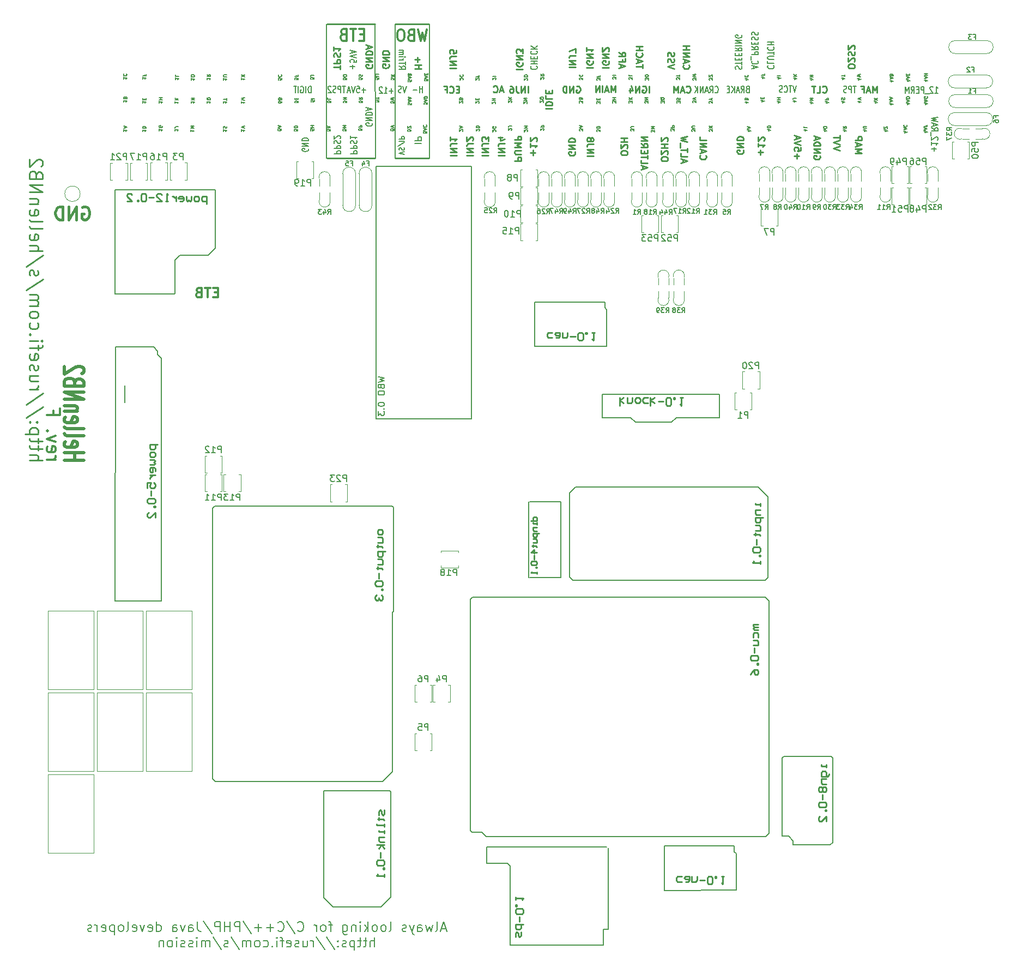
<source format=gbo>
G75*
G70*
%OFA0B0*%
%FSLAX25Y25*%
%IPPOS*%
%LPD*%
%AMOC8*
5,1,8,0,0,1.08239X$1,22.5*
%
%ADD106C,0.00984*%
%ADD108C,0.00500*%
%ADD110C,0.00591*%
%ADD111C,0.01476*%
%ADD115C,0.00472*%
%ADD117C,0.00390*%
%ADD128C,0.00880*%
%ADD129C,0.01260*%
%ADD130C,0.00866*%
%ADD90C,0.00787*%
%ADD91C,0.01575*%
%ADD92C,0.01000*%
%ADD96C,0.01181*%
%ADD99C,0.01969*%
X0000000Y0000000D02*
%LPD*%
G01*
D90*
X0227936Y0498068D02*
X0227936Y0580068D01*
X0248936Y0498068D02*
X0248936Y0580068D01*
D106*
X0248735Y0498068D02*
X0227936Y0498068D01*
X0215735Y0498068D02*
X0186366Y0498060D01*
D90*
X0186226Y0498068D02*
X0186226Y0580238D01*
X0215936Y0498068D02*
X0215736Y0580068D01*
D106*
X0248735Y0580068D02*
X0227936Y0580068D01*
X0215735Y0580068D02*
X0186280Y0580067D01*
D108*
X0134019Y0532807D02*
X0134019Y0531664D01*
X0134019Y0532235D02*
X0136019Y0532235D01*
X0135733Y0532045D01*
X0135543Y0531854D01*
X0135447Y0531664D01*
X0136019Y0533473D02*
X0134019Y0533950D01*
X0135447Y0534331D01*
X0134019Y0534712D01*
X0136019Y0535188D01*
D128*
X0354863Y0553531D02*
X0358863Y0553531D01*
X0358673Y0557531D02*
X0358863Y0557150D01*
X0358863Y0556578D01*
X0358673Y0556007D01*
X0358292Y0555626D01*
X0357911Y0555436D01*
X0357149Y0555245D01*
X0356578Y0555245D01*
X0355816Y0555436D01*
X0355435Y0555626D01*
X0355054Y0556007D01*
X0354863Y0556578D01*
X0354863Y0556959D01*
X0355054Y0557531D01*
X0355244Y0557721D01*
X0356578Y0557721D01*
X0356578Y0556959D01*
X0354863Y0559436D02*
X0358863Y0559436D01*
X0354863Y0561721D01*
X0358863Y0561721D01*
X0358482Y0563436D02*
X0358673Y0563626D01*
X0358863Y0564007D01*
X0358863Y0564959D01*
X0358673Y0565340D01*
X0358482Y0565531D01*
X0358101Y0565721D01*
X0357720Y0565721D01*
X0357149Y0565531D01*
X0354863Y0563245D01*
X0354863Y0565721D01*
D108*
X0134019Y0547170D02*
X0134019Y0546028D01*
X0134019Y0546599D02*
X0136019Y0546599D01*
X0135733Y0546409D01*
X0135543Y0546218D01*
X0135447Y0546028D01*
X0136019Y0547837D02*
X0134019Y0549170D01*
X0136019Y0549170D02*
X0134019Y0547837D01*
X0269306Y0531840D02*
X0269402Y0531935D01*
X0269497Y0532126D01*
X0269497Y0532602D01*
X0269402Y0532792D01*
X0269306Y0532888D01*
X0269116Y0532983D01*
X0268925Y0532983D01*
X0268640Y0532888D01*
X0267497Y0531745D01*
X0267497Y0532983D01*
X0268545Y0534507D02*
X0268449Y0534792D01*
X0268354Y0534888D01*
X0268164Y0534983D01*
X0267878Y0534983D01*
X0267687Y0534888D01*
X0267592Y0534792D01*
X0267497Y0534602D01*
X0267497Y0533840D01*
X0269497Y0533840D01*
X0269497Y0534507D01*
X0269402Y0534697D01*
X0269306Y0534792D01*
X0269116Y0534888D01*
X0268925Y0534888D01*
X0268735Y0534792D01*
X0268640Y0534697D01*
X0268545Y0534507D01*
X0268545Y0533840D01*
D129*
X0208984Y0573690D02*
X0206885Y0573690D01*
X0205985Y0569978D02*
X0208984Y0569978D01*
X0208984Y0577064D01*
X0205985Y0577064D01*
X0204185Y0577064D02*
X0200585Y0577064D01*
X0202385Y0569978D02*
X0202385Y0577064D01*
X0196386Y0573690D02*
X0195486Y0573352D01*
X0195186Y0573015D01*
X0194886Y0572340D01*
X0194886Y0571327D01*
X0195186Y0570652D01*
X0195486Y0570315D01*
X0196086Y0569978D01*
X0198486Y0569978D01*
X0198486Y0577064D01*
X0196386Y0577064D01*
X0195786Y0576727D01*
X0195486Y0576389D01*
X0195186Y0575714D01*
X0195186Y0575039D01*
X0195486Y0574364D01*
X0195786Y0574027D01*
X0196386Y0573690D01*
X0198486Y0573690D01*
X0247513Y0576949D02*
X0246013Y0569862D01*
X0244813Y0574924D01*
X0243613Y0569862D01*
X0242113Y0576949D01*
X0237614Y0573574D02*
X0236714Y0573237D01*
X0236414Y0572900D01*
X0236114Y0572225D01*
X0236114Y0571212D01*
X0236414Y0570537D01*
X0236714Y0570200D01*
X0237314Y0569862D01*
X0239714Y0569862D01*
X0239714Y0576949D01*
X0237614Y0576949D01*
X0237014Y0576612D01*
X0236714Y0576274D01*
X0236414Y0575599D01*
X0236414Y0574924D01*
X0236714Y0574249D01*
X0237014Y0573912D01*
X0237614Y0573574D01*
X0239714Y0573574D01*
X0232215Y0576949D02*
X0231015Y0576949D01*
X0230415Y0576612D01*
X0229815Y0575937D01*
X0229515Y0574587D01*
X0229515Y0572225D01*
X0229815Y0570875D01*
X0230415Y0570200D01*
X0231015Y0569862D01*
X0232215Y0569862D01*
X0232815Y0570200D01*
X0233415Y0570875D01*
X0233714Y0572225D01*
X0233714Y0574587D01*
X0233415Y0575937D01*
X0232815Y0576612D01*
X0232215Y0576949D01*
D90*
X0234968Y0542224D02*
X0233891Y0538287D01*
X0232815Y0542224D01*
X0231893Y0538475D02*
X0231432Y0538287D01*
X0230663Y0538287D01*
X0230356Y0538475D01*
X0230202Y0538662D01*
X0230048Y0539037D01*
X0230048Y0539412D01*
X0230202Y0539787D01*
X0230356Y0539975D01*
X0230663Y0540162D01*
X0231278Y0540349D01*
X0231585Y0540537D01*
X0231739Y0540724D01*
X0231893Y0541099D01*
X0231893Y0541474D01*
X0231739Y0541849D01*
X0231585Y0542037D01*
X0231278Y0542224D01*
X0230509Y0542224D01*
X0230048Y0542037D01*
D108*
X0552946Y0531858D02*
X0551613Y0531858D01*
X0553708Y0531382D02*
X0552279Y0530906D01*
X0552279Y0532144D01*
X0552184Y0532811D02*
X0552184Y0533763D01*
X0551613Y0532620D02*
X0553613Y0533287D01*
X0551613Y0533953D01*
X0553518Y0535668D02*
X0553613Y0535477D01*
X0553613Y0535192D01*
X0553518Y0534906D01*
X0553327Y0534715D01*
X0553137Y0534620D01*
X0552756Y0534525D01*
X0552470Y0534525D01*
X0552089Y0534620D01*
X0551898Y0534715D01*
X0551708Y0534906D01*
X0551613Y0535192D01*
X0551613Y0535382D01*
X0551708Y0535668D01*
X0551803Y0535763D01*
X0552470Y0535763D01*
X0552470Y0535382D01*
D128*
X0366007Y0553501D02*
X0366007Y0555406D01*
X0364864Y0553120D02*
X0368864Y0554453D01*
X0364864Y0555787D01*
X0366959Y0558453D02*
X0366959Y0557120D01*
X0364864Y0557120D02*
X0368864Y0557120D01*
X0368864Y0559025D01*
X0364864Y0562834D02*
X0366769Y0561501D01*
X0364864Y0560548D02*
X0368864Y0560548D01*
X0368864Y0562072D01*
X0368673Y0562453D01*
X0368483Y0562644D01*
X0368102Y0562834D01*
X0367531Y0562834D01*
X0367150Y0562644D01*
X0366959Y0562453D01*
X0366769Y0562072D01*
X0366769Y0560548D01*
D108*
X0269444Y0545988D02*
X0269539Y0546084D01*
X0269634Y0546274D01*
X0269634Y0546750D01*
X0269539Y0546941D01*
X0269444Y0547036D01*
X0269253Y0547131D01*
X0269063Y0547131D01*
X0268777Y0547036D01*
X0267634Y0545893D01*
X0267634Y0547131D01*
X0267825Y0549131D02*
X0267730Y0549036D01*
X0267634Y0548750D01*
X0267634Y0548560D01*
X0267730Y0548274D01*
X0267920Y0548084D01*
X0268110Y0547988D01*
X0268491Y0547893D01*
X0268777Y0547893D01*
X0269158Y0547988D01*
X0269349Y0548084D01*
X0269539Y0548274D01*
X0269634Y0548560D01*
X0269634Y0548750D01*
X0269539Y0549036D01*
X0269444Y0549131D01*
D90*
X0510016Y0542311D02*
X0508216Y0542311D01*
X0509116Y0538311D02*
X0509116Y0542311D01*
X0507166Y0538311D02*
X0507166Y0542311D01*
X0505967Y0542311D01*
X0505667Y0542120D01*
X0505517Y0541930D01*
X0505367Y0541549D01*
X0505367Y0540977D01*
X0505517Y0540596D01*
X0505667Y0540406D01*
X0505967Y0540215D01*
X0507166Y0540215D01*
X0504167Y0538501D02*
X0503717Y0538311D01*
X0502967Y0538311D01*
X0502667Y0538501D01*
X0502517Y0538692D01*
X0502367Y0539073D01*
X0502367Y0539454D01*
X0502517Y0539834D01*
X0502667Y0540025D01*
X0502967Y0540215D01*
X0503567Y0540406D01*
X0503867Y0540596D01*
X0504017Y0540787D01*
X0504167Y0541168D01*
X0504167Y0541549D01*
X0504017Y0541930D01*
X0503867Y0542120D01*
X0503567Y0542311D01*
X0502817Y0542311D01*
X0502367Y0542120D01*
D108*
X0093644Y0547339D02*
X0093644Y0546196D01*
X0093644Y0546767D02*
X0095644Y0546767D01*
X0095359Y0546577D01*
X0095168Y0546386D01*
X0095073Y0546196D01*
X0093644Y0549148D02*
X0093644Y0548196D01*
X0095644Y0548196D01*
X0363170Y0546591D02*
X0363170Y0547829D01*
X0362408Y0547163D01*
X0362408Y0547448D01*
X0362313Y0547639D01*
X0362217Y0547734D01*
X0362027Y0547829D01*
X0361551Y0547829D01*
X0361360Y0547734D01*
X0361265Y0547639D01*
X0361170Y0547448D01*
X0361170Y0546877D01*
X0361265Y0546687D01*
X0361360Y0546591D01*
X0361170Y0548687D02*
X0363170Y0548687D01*
X0123040Y0547076D02*
X0123040Y0545933D01*
X0123040Y0546505D02*
X0125040Y0546505D01*
X0124754Y0546314D01*
X0124564Y0546124D01*
X0124469Y0545933D01*
X0125040Y0547933D02*
X0123421Y0547933D01*
X0123230Y0548028D01*
X0123135Y0548124D01*
X0123040Y0548314D01*
X0123040Y0548695D01*
X0123135Y0548886D01*
X0123230Y0548981D01*
X0123421Y0549076D01*
X0125040Y0549076D01*
X0443240Y0546768D02*
X0441907Y0546768D01*
X0444002Y0546292D02*
X0442573Y0545816D01*
X0442573Y0547054D01*
X0442097Y0548958D02*
X0442002Y0548863D01*
X0441907Y0548577D01*
X0441907Y0548387D01*
X0442002Y0548101D01*
X0442193Y0547911D01*
X0442383Y0547816D01*
X0442764Y0547720D01*
X0443050Y0547720D01*
X0443431Y0547816D01*
X0443621Y0547911D01*
X0443812Y0548101D01*
X0443907Y0548387D01*
X0443907Y0548577D01*
X0443812Y0548863D01*
X0443716Y0548958D01*
X0218186Y0533566D02*
X0218186Y0532614D01*
X0217233Y0532518D01*
X0217328Y0532614D01*
X0217424Y0532804D01*
X0217424Y0533280D01*
X0217328Y0533471D01*
X0217233Y0533566D01*
X0217043Y0533661D01*
X0216567Y0533661D01*
X0216376Y0533566D01*
X0216281Y0533471D01*
X0216186Y0533280D01*
X0216186Y0532804D01*
X0216281Y0532614D01*
X0216376Y0532518D01*
X0218186Y0534233D02*
X0218186Y0535376D01*
X0216186Y0534804D02*
X0218186Y0534804D01*
X0472917Y0547203D02*
X0471583Y0547203D01*
X0473678Y0546727D02*
X0472250Y0546251D01*
X0472250Y0547489D01*
X0471583Y0548251D02*
X0473583Y0548251D01*
X0471583Y0549394D02*
X0472726Y0548536D01*
X0473583Y0549394D02*
X0472440Y0548251D01*
X0289428Y0546160D02*
X0289524Y0546256D01*
X0289619Y0546446D01*
X0289619Y0546922D01*
X0289524Y0547113D01*
X0289428Y0547208D01*
X0289238Y0547303D01*
X0289047Y0547303D01*
X0288762Y0547208D01*
X0287619Y0546065D01*
X0287619Y0547303D01*
X0287619Y0548160D02*
X0289619Y0548160D01*
X0208013Y0547314D02*
X0208013Y0546362D01*
X0207061Y0546266D01*
X0207156Y0546362D01*
X0207251Y0546552D01*
X0207251Y0547028D01*
X0207156Y0547219D01*
X0207061Y0547314D01*
X0206870Y0547409D01*
X0206394Y0547409D01*
X0206204Y0547314D01*
X0206108Y0547219D01*
X0206013Y0547028D01*
X0206013Y0546552D01*
X0206108Y0546362D01*
X0206204Y0546266D01*
X0206108Y0548171D02*
X0206013Y0548457D01*
X0206013Y0548933D01*
X0206108Y0549123D01*
X0206204Y0549219D01*
X0206394Y0549314D01*
X0206585Y0549314D01*
X0206775Y0549219D01*
X0206870Y0549123D01*
X0206966Y0548933D01*
X0207061Y0548552D01*
X0207156Y0548362D01*
X0207251Y0548266D01*
X0207442Y0548171D01*
X0207632Y0548171D01*
X0207823Y0548266D01*
X0207918Y0548362D01*
X0208013Y0548552D01*
X0208013Y0549028D01*
X0207918Y0549314D01*
X0103260Y0532905D02*
X0103260Y0531762D01*
X0103260Y0532333D02*
X0105260Y0532333D01*
X0104974Y0532143D01*
X0104784Y0531952D01*
X0104688Y0531762D01*
X0103260Y0533762D02*
X0105260Y0533762D01*
X0103260Y0534905D01*
X0105260Y0534905D01*
X0492559Y0532681D02*
X0491226Y0532681D01*
X0493321Y0532205D02*
X0491893Y0531729D01*
X0491893Y0532967D01*
X0491226Y0533729D02*
X0493226Y0533729D01*
X0493226Y0534491D01*
X0493131Y0534681D01*
X0493036Y0534776D01*
X0492845Y0534872D01*
X0492559Y0534872D01*
X0492369Y0534776D01*
X0492274Y0534681D01*
X0492178Y0534491D01*
X0492178Y0533729D01*
X0308841Y0545768D02*
X0308936Y0545863D01*
X0309031Y0546054D01*
X0309031Y0546530D01*
X0308936Y0546720D01*
X0308841Y0546816D01*
X0308650Y0546911D01*
X0308460Y0546911D01*
X0308174Y0546816D01*
X0307031Y0545673D01*
X0307031Y0546911D01*
X0309031Y0548149D02*
X0309031Y0548530D01*
X0308936Y0548720D01*
X0308745Y0548911D01*
X0308364Y0549006D01*
X0307698Y0549006D01*
X0307317Y0548911D01*
X0307126Y0548720D01*
X0307031Y0548530D01*
X0307031Y0548149D01*
X0307126Y0547958D01*
X0307317Y0547768D01*
X0307698Y0547673D01*
X0308364Y0547673D01*
X0308745Y0547768D01*
X0308936Y0547958D01*
X0309031Y0548149D01*
X0353383Y0545838D02*
X0353383Y0547077D01*
X0352621Y0546410D01*
X0352621Y0546696D01*
X0352525Y0546886D01*
X0352430Y0546981D01*
X0352240Y0547077D01*
X0351764Y0547077D01*
X0351573Y0546981D01*
X0351478Y0546886D01*
X0351383Y0546696D01*
X0351383Y0546124D01*
X0351478Y0545934D01*
X0351573Y0545838D01*
X0352430Y0548600D02*
X0352430Y0547934D01*
X0351383Y0547934D02*
X0353383Y0547934D01*
X0353383Y0548886D01*
D128*
X0337936Y0502021D02*
X0338126Y0501640D01*
X0338126Y0501068D01*
X0337936Y0500497D01*
X0337555Y0500116D01*
X0337174Y0499925D01*
X0336412Y0499735D01*
X0335841Y0499735D01*
X0335079Y0499925D01*
X0334698Y0500116D01*
X0334317Y0500497D01*
X0334126Y0501068D01*
X0334126Y0501449D01*
X0334317Y0502021D01*
X0334507Y0502211D01*
X0335841Y0502211D01*
X0335841Y0501449D01*
X0334126Y0503925D02*
X0338126Y0503925D01*
X0334126Y0506211D01*
X0338126Y0506211D01*
X0334126Y0508116D02*
X0338126Y0508116D01*
X0338126Y0509068D01*
X0337936Y0509640D01*
X0337555Y0510021D01*
X0337174Y0510211D01*
X0336412Y0510402D01*
X0335841Y0510402D01*
X0335079Y0510211D01*
X0334698Y0510021D01*
X0334317Y0509640D01*
X0334126Y0509068D01*
X0334126Y0508116D01*
D108*
X0198543Y0533066D02*
X0198543Y0532114D01*
X0197590Y0532018D01*
X0197686Y0532114D01*
X0197781Y0532304D01*
X0197781Y0532780D01*
X0197686Y0532971D01*
X0197590Y0533066D01*
X0197400Y0533161D01*
X0196924Y0533161D01*
X0196733Y0533066D01*
X0196638Y0532971D01*
X0196543Y0532780D01*
X0196543Y0532304D01*
X0196638Y0532114D01*
X0196733Y0532018D01*
X0196543Y0534018D02*
X0198543Y0534018D01*
X0196543Y0535161D01*
X0198543Y0535161D01*
X0382813Y0531748D02*
X0382813Y0532986D01*
X0382051Y0532319D01*
X0382051Y0532605D01*
X0381955Y0532796D01*
X0381860Y0532891D01*
X0381670Y0532986D01*
X0381194Y0532986D01*
X0381003Y0532891D01*
X0380908Y0532796D01*
X0380813Y0532605D01*
X0380813Y0532034D01*
X0380908Y0531843D01*
X0381003Y0531748D01*
X0380813Y0533843D02*
X0382813Y0533843D01*
X0380813Y0534986D01*
X0382813Y0534986D01*
D128*
X0345312Y0499439D02*
X0349312Y0499439D01*
X0345312Y0501343D02*
X0349312Y0501343D01*
X0345312Y0503629D01*
X0349312Y0503629D01*
X0349312Y0506677D02*
X0346455Y0506677D01*
X0345884Y0506486D01*
X0345503Y0506105D01*
X0345312Y0505534D01*
X0345312Y0505153D01*
X0347598Y0509153D02*
X0347788Y0508772D01*
X0347979Y0508581D01*
X0348360Y0508391D01*
X0348550Y0508391D01*
X0348931Y0508581D01*
X0349122Y0508772D01*
X0349312Y0509153D01*
X0349312Y0509915D01*
X0349122Y0510296D01*
X0348931Y0510486D01*
X0348550Y0510677D01*
X0348360Y0510677D01*
X0347979Y0510486D01*
X0347788Y0510296D01*
X0347598Y0509915D01*
X0347598Y0509153D01*
X0347407Y0508772D01*
X0347217Y0508581D01*
X0346836Y0508391D01*
X0346074Y0508391D01*
X0345693Y0508581D01*
X0345503Y0508772D01*
X0345312Y0509153D01*
X0345312Y0509915D01*
X0345503Y0510296D01*
X0345693Y0510486D01*
X0346074Y0510677D01*
X0346836Y0510677D01*
X0347217Y0510486D01*
X0347407Y0510296D01*
X0347598Y0509915D01*
D108*
X0502294Y0532888D02*
X0500961Y0532888D01*
X0503056Y0532412D02*
X0501627Y0531936D01*
X0501627Y0533174D01*
X0501056Y0533841D02*
X0500961Y0534126D01*
X0500961Y0534603D01*
X0501056Y0534793D01*
X0501151Y0534888D01*
X0501342Y0534984D01*
X0501532Y0534984D01*
X0501723Y0534888D01*
X0501818Y0534793D01*
X0501913Y0534603D01*
X0502008Y0534222D01*
X0502104Y0534031D01*
X0502199Y0533936D01*
X0502389Y0533841D01*
X0502580Y0533841D01*
X0502770Y0533936D01*
X0502866Y0534031D01*
X0502961Y0534222D01*
X0502961Y0534698D01*
X0502866Y0534984D01*
D90*
X0443635Y0540354D02*
X0443185Y0540164D01*
X0443035Y0539973D01*
X0442885Y0539592D01*
X0442885Y0539021D01*
X0443035Y0538640D01*
X0443185Y0538449D01*
X0443485Y0538259D01*
X0444685Y0538259D01*
X0444685Y0542259D01*
X0443635Y0542259D01*
X0443335Y0542068D01*
X0443185Y0541878D01*
X0443035Y0541497D01*
X0443035Y0541116D01*
X0443185Y0540735D01*
X0443335Y0540544D01*
X0443635Y0540354D01*
X0444685Y0540354D01*
X0439736Y0538259D02*
X0440785Y0540164D01*
X0441535Y0538259D02*
X0441535Y0542259D01*
X0440335Y0542259D01*
X0440035Y0542068D01*
X0439886Y0541878D01*
X0439736Y0541497D01*
X0439736Y0540925D01*
X0439886Y0540544D01*
X0440035Y0540354D01*
X0440335Y0540164D01*
X0441535Y0540164D01*
X0438536Y0539402D02*
X0437036Y0539402D01*
X0438836Y0538259D02*
X0437786Y0542259D01*
X0436736Y0538259D01*
X0435686Y0538259D02*
X0435686Y0542259D01*
X0433886Y0538259D02*
X0435236Y0540544D01*
X0433886Y0542259D02*
X0435686Y0539973D01*
X0432536Y0540354D02*
X0431487Y0540354D01*
X0431037Y0538259D02*
X0432536Y0538259D01*
X0432536Y0542259D01*
X0431037Y0542259D01*
D108*
X0237987Y0531886D02*
X0237987Y0530933D01*
X0237034Y0530838D01*
X0237130Y0530933D01*
X0237225Y0531124D01*
X0237225Y0531600D01*
X0237130Y0531790D01*
X0237034Y0531886D01*
X0236844Y0531981D01*
X0236368Y0531981D01*
X0236177Y0531886D01*
X0236082Y0531790D01*
X0235987Y0531600D01*
X0235987Y0531124D01*
X0236082Y0530933D01*
X0236177Y0530838D01*
X0236558Y0532743D02*
X0236558Y0533695D01*
X0235987Y0532552D02*
X0237987Y0533219D01*
X0235987Y0533886D01*
X0236558Y0534457D02*
X0236558Y0535409D01*
X0235987Y0534266D02*
X0237987Y0534933D01*
X0235987Y0535600D01*
D90*
X0214021Y0519594D02*
X0214211Y0519294D01*
X0214211Y0518844D01*
X0214021Y0518394D01*
X0213640Y0518094D01*
X0213259Y0517944D01*
X0212497Y0517794D01*
X0211926Y0517794D01*
X0211164Y0517944D01*
X0210783Y0518094D01*
X0210402Y0518394D01*
X0210211Y0518844D01*
X0210211Y0519144D01*
X0210402Y0519594D01*
X0210592Y0519744D01*
X0211926Y0519744D01*
X0211926Y0519144D01*
X0210211Y0521094D02*
X0214211Y0521094D01*
X0210211Y0522894D01*
X0214211Y0522894D01*
X0210211Y0524394D02*
X0214211Y0524394D01*
X0214211Y0525143D01*
X0214021Y0525593D01*
X0213640Y0525893D01*
X0213259Y0526043D01*
X0212497Y0526193D01*
X0211926Y0526193D01*
X0211164Y0526043D01*
X0210783Y0525893D01*
X0210402Y0525593D01*
X0210211Y0525143D01*
X0210211Y0524394D01*
X0211354Y0527393D02*
X0211354Y0528893D01*
X0210211Y0527093D02*
X0214211Y0528143D01*
X0210211Y0529193D01*
D128*
X0383411Y0538259D02*
X0383411Y0542259D01*
X0379411Y0542068D02*
X0379792Y0542259D01*
X0380364Y0542259D01*
X0380935Y0542068D01*
X0381316Y0541687D01*
X0381507Y0541306D01*
X0381697Y0540544D01*
X0381697Y0539973D01*
X0381507Y0539211D01*
X0381316Y0538830D01*
X0380935Y0538449D01*
X0380364Y0538259D01*
X0379983Y0538259D01*
X0379411Y0538449D01*
X0379221Y0538640D01*
X0379221Y0539973D01*
X0379983Y0539973D01*
X0377507Y0538259D02*
X0377507Y0542259D01*
X0375221Y0538259D01*
X0375221Y0542259D01*
X0371602Y0540925D02*
X0371602Y0538259D01*
X0372554Y0542449D02*
X0373507Y0539592D01*
X0371030Y0539592D01*
X0320126Y0528640D02*
X0324126Y0528640D01*
X0320126Y0530544D02*
X0324126Y0530544D01*
X0324126Y0531497D01*
X0323936Y0532068D01*
X0323555Y0532449D01*
X0323174Y0532640D01*
X0322412Y0532830D01*
X0321841Y0532830D01*
X0321079Y0532640D01*
X0320698Y0532449D01*
X0320317Y0532068D01*
X0320126Y0531497D01*
X0320126Y0530544D01*
X0320126Y0536449D02*
X0320126Y0534544D01*
X0324126Y0534544D01*
X0322221Y0537783D02*
X0322221Y0539116D01*
X0320126Y0539687D02*
X0320126Y0537783D01*
X0324126Y0537783D01*
X0324126Y0539687D01*
D110*
X0233661Y0500360D02*
X0230511Y0501278D01*
X0233661Y0502197D01*
X0230661Y0502984D02*
X0230511Y0503378D01*
X0230511Y0504034D01*
X0230661Y0504297D01*
X0230811Y0504428D01*
X0231111Y0504559D01*
X0231411Y0504559D01*
X0231711Y0504428D01*
X0231861Y0504297D01*
X0232011Y0504034D01*
X0232161Y0503509D01*
X0232311Y0503247D01*
X0232461Y0503116D01*
X0232761Y0502984D01*
X0233061Y0502984D01*
X0233361Y0503116D01*
X0233511Y0503247D01*
X0233661Y0503509D01*
X0233661Y0504165D01*
X0233511Y0504559D01*
X0233811Y0507709D02*
X0229761Y0505346D01*
X0230511Y0508627D02*
X0233661Y0508627D01*
X0230511Y0509940D02*
X0233661Y0509940D01*
X0233661Y0510990D01*
X0233511Y0511252D01*
X0233361Y0511383D01*
X0233061Y0511514D01*
X0232611Y0511514D01*
X0232311Y0511383D01*
X0232161Y0511252D01*
X0232011Y0510990D01*
X0232011Y0509940D01*
D90*
X0210016Y0539769D02*
X0207616Y0539769D01*
X0208816Y0538245D02*
X0208816Y0541292D01*
X0204616Y0542245D02*
X0206116Y0542245D01*
X0206266Y0540340D01*
X0206116Y0540530D01*
X0205816Y0540721D01*
X0205066Y0540721D01*
X0204766Y0540530D01*
X0204616Y0540340D01*
X0204466Y0539959D01*
X0204466Y0539007D01*
X0204616Y0538626D01*
X0204766Y0538435D01*
X0205066Y0538245D01*
X0205816Y0538245D01*
X0206116Y0538435D01*
X0206266Y0538626D01*
X0203567Y0542245D02*
X0202517Y0538245D01*
X0201467Y0542245D01*
X0200567Y0539388D02*
X0199067Y0539388D01*
X0200867Y0538245D02*
X0199817Y0542245D01*
X0198767Y0538245D01*
D128*
X0370126Y0501020D02*
X0370126Y0501782D01*
X0369936Y0502163D01*
X0369555Y0502544D01*
X0368793Y0502734D01*
X0367460Y0502734D01*
X0366698Y0502544D01*
X0366317Y0502163D01*
X0366126Y0501782D01*
X0366126Y0501020D01*
X0366317Y0500639D01*
X0366698Y0500258D01*
X0367460Y0500068D01*
X0368793Y0500068D01*
X0369555Y0500258D01*
X0369936Y0500639D01*
X0370126Y0501020D01*
X0369745Y0504258D02*
X0369936Y0504449D01*
X0370126Y0504830D01*
X0370126Y0505782D01*
X0369936Y0506163D01*
X0369745Y0506353D01*
X0369364Y0506544D01*
X0368983Y0506544D01*
X0368412Y0506353D01*
X0366126Y0504068D01*
X0366126Y0506544D01*
X0366126Y0508258D02*
X0370126Y0508258D01*
X0368221Y0508258D02*
X0368221Y0510544D01*
X0366126Y0510544D02*
X0370126Y0510544D01*
X0379406Y0491382D02*
X0379406Y0493287D01*
X0378264Y0491002D02*
X0382264Y0492335D01*
X0378264Y0493668D01*
X0378264Y0496906D02*
X0378264Y0495002D01*
X0382264Y0495002D01*
X0382264Y0497668D02*
X0382264Y0499954D01*
X0378264Y0498811D02*
X0382264Y0498811D01*
X0380359Y0501287D02*
X0380359Y0502621D01*
X0378264Y0503192D02*
X0378264Y0501287D01*
X0382264Y0501287D01*
X0382264Y0503192D01*
X0378264Y0507192D02*
X0380168Y0505859D01*
X0378264Y0504906D02*
X0382264Y0504906D01*
X0382264Y0506430D01*
X0382073Y0506811D01*
X0381883Y0507002D01*
X0381502Y0507192D01*
X0380930Y0507192D01*
X0380549Y0507002D01*
X0380359Y0506811D01*
X0380168Y0506430D01*
X0380168Y0504906D01*
X0378264Y0508906D02*
X0382264Y0508906D01*
X0378264Y0511192D01*
X0382264Y0511192D01*
X0451423Y0500220D02*
X0451423Y0503267D01*
X0449899Y0501743D02*
X0452946Y0501743D01*
X0449899Y0507267D02*
X0449899Y0504982D01*
X0449899Y0506124D02*
X0453899Y0506124D01*
X0453327Y0505743D01*
X0452946Y0505363D01*
X0452756Y0504982D01*
X0453518Y0508791D02*
X0453708Y0508982D01*
X0453899Y0509363D01*
X0453899Y0510315D01*
X0453708Y0510696D01*
X0453518Y0510886D01*
X0453137Y0511077D01*
X0452756Y0511077D01*
X0452184Y0510886D01*
X0449899Y0508601D01*
X0449899Y0511077D01*
X0261356Y0553195D02*
X0265356Y0553195D01*
X0261356Y0555100D02*
X0265356Y0555100D01*
X0261356Y0557386D01*
X0265356Y0557386D01*
X0265356Y0560434D02*
X0262498Y0560434D01*
X0261927Y0560243D01*
X0261546Y0559862D01*
X0261356Y0559291D01*
X0261356Y0558910D01*
X0265356Y0564243D02*
X0265356Y0562338D01*
X0263451Y0562148D01*
X0263641Y0562338D01*
X0263832Y0562719D01*
X0263832Y0563672D01*
X0263641Y0564053D01*
X0263451Y0564243D01*
X0263070Y0564434D01*
X0262118Y0564434D01*
X0261737Y0564243D01*
X0261546Y0564053D01*
X0261356Y0563672D01*
X0261356Y0562719D01*
X0261546Y0562338D01*
X0261737Y0562148D01*
D108*
X0522367Y0532677D02*
X0521034Y0532677D01*
X0523129Y0532200D02*
X0521700Y0531724D01*
X0521700Y0532962D01*
X0523034Y0533534D02*
X0521034Y0534867D01*
X0523034Y0534867D02*
X0521034Y0533534D01*
D90*
X0200738Y0500914D02*
X0204738Y0500914D01*
X0204738Y0502114D01*
X0204548Y0502414D01*
X0204357Y0502564D01*
X0203976Y0502714D01*
X0203405Y0502714D01*
X0203024Y0502564D01*
X0202833Y0502414D01*
X0202643Y0502114D01*
X0202643Y0500914D01*
X0200738Y0504064D02*
X0204738Y0504064D01*
X0204738Y0505263D01*
X0204548Y0505563D01*
X0204357Y0505713D01*
X0203976Y0505863D01*
X0203405Y0505863D01*
X0203024Y0505713D01*
X0202833Y0505563D01*
X0202643Y0505263D01*
X0202643Y0504064D01*
X0200928Y0507063D02*
X0200738Y0507513D01*
X0200738Y0508263D01*
X0200928Y0508563D01*
X0201119Y0508713D01*
X0201500Y0508863D01*
X0201881Y0508863D01*
X0202262Y0508713D01*
X0202452Y0508563D01*
X0202643Y0508263D01*
X0202833Y0507663D01*
X0203024Y0507363D01*
X0203214Y0507213D01*
X0203595Y0507063D01*
X0203976Y0507063D01*
X0204357Y0507213D01*
X0204548Y0507363D01*
X0204738Y0507663D01*
X0204738Y0508413D01*
X0204548Y0508863D01*
X0200738Y0511863D02*
X0200738Y0510063D01*
X0200738Y0510963D02*
X0204738Y0510963D01*
X0204167Y0510663D01*
X0203786Y0510363D01*
X0203595Y0510063D01*
D108*
X0372922Y0531897D02*
X0372922Y0533135D01*
X0372161Y0532469D01*
X0372161Y0532754D01*
X0372065Y0532945D01*
X0371970Y0533040D01*
X0371780Y0533135D01*
X0371303Y0533135D01*
X0371113Y0533040D01*
X0371018Y0532945D01*
X0370922Y0532754D01*
X0370922Y0532183D01*
X0371018Y0531992D01*
X0371113Y0531897D01*
X0370922Y0533992D02*
X0372922Y0533992D01*
X0370922Y0535135D02*
X0372065Y0534278D01*
X0372922Y0535135D02*
X0371780Y0533992D01*
D128*
X0403994Y0495573D02*
X0403994Y0497478D01*
X0402851Y0495192D02*
X0406851Y0496525D01*
X0402851Y0497859D01*
X0402851Y0501097D02*
X0402851Y0499192D01*
X0406851Y0499192D01*
X0406851Y0501859D02*
X0406851Y0504144D01*
X0402851Y0503002D02*
X0406851Y0503002D01*
X0402471Y0504525D02*
X0402471Y0507573D01*
X0406851Y0508144D02*
X0402851Y0509097D01*
X0405709Y0509859D01*
X0402851Y0510621D01*
X0406851Y0511573D01*
D90*
X0202008Y0552900D02*
X0202008Y0555300D01*
X0200484Y0554100D02*
X0203532Y0554100D01*
X0204484Y0558300D02*
X0204484Y0556800D01*
X0202580Y0556650D01*
X0202770Y0556800D01*
X0202961Y0557100D01*
X0202961Y0557850D01*
X0202770Y0558150D01*
X0202580Y0558300D01*
X0202199Y0558450D01*
X0201246Y0558450D01*
X0200865Y0558300D01*
X0200675Y0558150D01*
X0200484Y0557850D01*
X0200484Y0557100D01*
X0200675Y0556800D01*
X0200865Y0556650D01*
X0204484Y0559350D02*
X0200484Y0560399D01*
X0204484Y0561449D01*
X0201627Y0562349D02*
X0201627Y0563849D01*
X0200484Y0562049D02*
X0204484Y0563099D01*
X0200484Y0564149D01*
D128*
X0294128Y0539475D02*
X0292223Y0539475D01*
X0294509Y0538332D02*
X0293175Y0542332D01*
X0291842Y0538332D01*
X0288223Y0538713D02*
X0288413Y0538523D01*
X0288985Y0538332D01*
X0289366Y0538332D01*
X0289937Y0538523D01*
X0290318Y0538904D01*
X0290509Y0539285D01*
X0290699Y0540047D01*
X0290699Y0540618D01*
X0290509Y0541380D01*
X0290318Y0541761D01*
X0289937Y0542142D01*
X0289366Y0542332D01*
X0288985Y0542332D01*
X0288413Y0542142D01*
X0288223Y0541951D01*
D108*
X0227660Y0547062D02*
X0227660Y0546109D01*
X0226707Y0546014D01*
X0226802Y0546109D01*
X0226898Y0546300D01*
X0226898Y0546776D01*
X0226802Y0546966D01*
X0226707Y0547062D01*
X0226517Y0547157D01*
X0226041Y0547157D01*
X0225850Y0547062D01*
X0225755Y0546966D01*
X0225660Y0546776D01*
X0225660Y0546300D01*
X0225755Y0546109D01*
X0225850Y0546014D01*
X0227660Y0547823D02*
X0225660Y0549157D01*
X0227660Y0549157D02*
X0225660Y0547823D01*
X0479235Y0515613D02*
X0477902Y0515613D01*
X0479997Y0515137D02*
X0478569Y0514661D01*
X0478569Y0515899D01*
X0477902Y0517613D02*
X0477902Y0516661D01*
X0479902Y0516661D01*
X0512202Y0546802D02*
X0510869Y0546802D01*
X0512964Y0546326D02*
X0511536Y0545850D01*
X0511536Y0547088D01*
X0512869Y0547659D02*
X0510869Y0548135D01*
X0512297Y0548516D01*
X0510869Y0548897D01*
X0512869Y0549373D01*
D128*
X0267208Y0540126D02*
X0265875Y0540126D01*
X0265303Y0538030D02*
X0267208Y0538030D01*
X0267208Y0542030D01*
X0265303Y0542030D01*
X0261303Y0538411D02*
X0261494Y0538221D01*
X0262065Y0538030D01*
X0262446Y0538030D01*
X0263018Y0538221D01*
X0263399Y0538602D01*
X0263589Y0538983D01*
X0263779Y0539745D01*
X0263779Y0540316D01*
X0263589Y0541078D01*
X0263399Y0541459D01*
X0263018Y0541840D01*
X0262446Y0542030D01*
X0262065Y0542030D01*
X0261494Y0541840D01*
X0261303Y0541650D01*
X0258256Y0540126D02*
X0259589Y0540126D01*
X0259589Y0538030D02*
X0259589Y0542030D01*
X0257684Y0542030D01*
X0312373Y0499979D02*
X0312373Y0503026D01*
X0310849Y0501502D02*
X0313896Y0501502D01*
X0310849Y0507026D02*
X0310849Y0504741D01*
X0310849Y0505883D02*
X0314849Y0505883D01*
X0314277Y0505502D01*
X0313896Y0505121D01*
X0313706Y0504741D01*
X0314468Y0508550D02*
X0314658Y0508741D01*
X0314849Y0509121D01*
X0314849Y0510074D01*
X0314658Y0510455D01*
X0314468Y0510645D01*
X0314087Y0510836D01*
X0313706Y0510836D01*
X0313134Y0510645D01*
X0310849Y0508360D01*
X0310849Y0510836D01*
D108*
X0542010Y0531879D02*
X0540677Y0531879D01*
X0542772Y0531403D02*
X0541343Y0530927D01*
X0541343Y0532165D01*
X0541248Y0532831D02*
X0541248Y0533784D01*
X0540677Y0532641D02*
X0542677Y0533307D01*
X0540677Y0533974D01*
X0540677Y0534641D02*
X0542677Y0534641D01*
X0542677Y0535117D01*
X0542581Y0535403D01*
X0542391Y0535593D01*
X0542200Y0535688D01*
X0541819Y0535784D01*
X0541534Y0535784D01*
X0541153Y0535688D01*
X0540962Y0535593D01*
X0540772Y0535403D01*
X0540677Y0535117D01*
X0540677Y0534641D01*
X0373060Y0546236D02*
X0373060Y0547474D01*
X0372298Y0546807D01*
X0372298Y0547093D01*
X0372203Y0547284D01*
X0372107Y0547379D01*
X0371917Y0547474D01*
X0371441Y0547474D01*
X0371250Y0547379D01*
X0371155Y0547284D01*
X0371060Y0547093D01*
X0371060Y0546522D01*
X0371155Y0546331D01*
X0371250Y0546236D01*
X0371060Y0549284D02*
X0371060Y0548331D01*
X0373060Y0548331D01*
X0411519Y0514516D02*
X0411519Y0515754D01*
X0410758Y0515087D01*
X0410758Y0515373D01*
X0410662Y0515564D01*
X0410567Y0515659D01*
X0410377Y0515754D01*
X0409900Y0515754D01*
X0409710Y0515659D01*
X0409615Y0515564D01*
X0409519Y0515373D01*
X0409519Y0514802D01*
X0409615Y0514611D01*
X0409710Y0514516D01*
X0411519Y0516611D02*
X0409900Y0516611D01*
X0409710Y0516706D01*
X0409615Y0516802D01*
X0409519Y0516992D01*
X0409519Y0517373D01*
X0409615Y0517564D01*
X0409710Y0517659D01*
X0409900Y0517754D01*
X0411519Y0517754D01*
X0093507Y0532863D02*
X0093507Y0531720D01*
X0093507Y0532291D02*
X0095507Y0532291D01*
X0095221Y0532101D01*
X0095031Y0531910D01*
X0094936Y0531720D01*
X0093507Y0533720D02*
X0095507Y0533720D01*
X0093507Y0534863D02*
X0094650Y0534006D01*
X0095507Y0534863D02*
X0094364Y0533720D01*
D128*
X0338983Y0542068D02*
X0339364Y0542259D01*
X0339936Y0542259D01*
X0340507Y0542068D01*
X0340888Y0541687D01*
X0341079Y0541306D01*
X0341269Y0540544D01*
X0341269Y0539973D01*
X0341079Y0539211D01*
X0340888Y0538830D01*
X0340507Y0538449D01*
X0339936Y0538259D01*
X0339555Y0538259D01*
X0338983Y0538449D01*
X0338793Y0538640D01*
X0338793Y0539973D01*
X0339555Y0539973D01*
X0337079Y0538259D02*
X0337079Y0542259D01*
X0334793Y0538259D01*
X0334793Y0542259D01*
X0332888Y0538259D02*
X0332888Y0542259D01*
X0331936Y0542259D01*
X0331364Y0542068D01*
X0330983Y0541687D01*
X0330793Y0541306D01*
X0330602Y0540544D01*
X0330602Y0539973D01*
X0330793Y0539211D01*
X0330983Y0538830D01*
X0331364Y0538449D01*
X0331936Y0538259D01*
X0332888Y0538259D01*
D108*
X0422055Y0531710D02*
X0422055Y0532948D01*
X0421293Y0532282D01*
X0421293Y0532568D01*
X0421198Y0532758D01*
X0421103Y0532853D01*
X0420912Y0532948D01*
X0420436Y0532948D01*
X0420246Y0532853D01*
X0420150Y0532758D01*
X0420055Y0532568D01*
X0420055Y0531996D01*
X0420150Y0531806D01*
X0420246Y0531710D01*
X0421007Y0534187D02*
X0420055Y0534187D01*
X0422055Y0533520D02*
X0421007Y0534187D01*
X0422055Y0534853D01*
X0308703Y0531620D02*
X0308798Y0531715D01*
X0308894Y0531905D01*
X0308894Y0532381D01*
X0308798Y0532572D01*
X0308703Y0532667D01*
X0308513Y0532762D01*
X0308322Y0532762D01*
X0308036Y0532667D01*
X0306894Y0531524D01*
X0306894Y0532762D01*
X0306894Y0533620D02*
X0308894Y0533620D01*
X0306894Y0534762D01*
X0308894Y0534762D01*
D99*
X0025864Y0313552D02*
X0037675Y0313552D01*
X0032051Y0313552D02*
X0032051Y0318052D01*
X0025864Y0318052D02*
X0037675Y0318052D01*
X0026427Y0324801D02*
X0025864Y0324051D01*
X0025864Y0322551D01*
X0026427Y0321801D01*
X0027552Y0321426D01*
X0032051Y0321426D01*
X0033176Y0321801D01*
X0033738Y0322551D01*
X0033738Y0324051D01*
X0033176Y0324801D01*
X0032051Y0325176D01*
X0030926Y0325176D01*
X0029801Y0321426D01*
X0025864Y0329675D02*
X0026427Y0328925D01*
X0027552Y0328550D01*
X0037675Y0328550D01*
X0025864Y0333800D02*
X0026427Y0333050D01*
X0027552Y0332675D01*
X0037675Y0332675D01*
X0026427Y0339799D02*
X0025864Y0339049D01*
X0025864Y0337549D01*
X0026427Y0336799D01*
X0027552Y0336424D01*
X0032051Y0336424D01*
X0033176Y0336799D01*
X0033738Y0337549D01*
X0033738Y0339049D01*
X0033176Y0339799D01*
X0032051Y0340174D01*
X0030926Y0340174D01*
X0029801Y0336424D01*
X0033738Y0343548D02*
X0025864Y0343548D01*
X0032613Y0343548D02*
X0033176Y0343923D01*
X0033738Y0344673D01*
X0033738Y0345798D01*
X0033176Y0346548D01*
X0032051Y0346923D01*
X0025864Y0346923D01*
X0025864Y0350673D02*
X0037675Y0350673D01*
X0025864Y0355172D01*
X0037675Y0355172D01*
X0032051Y0361546D02*
X0031489Y0362671D01*
X0030926Y0363046D01*
X0029801Y0363421D01*
X0028114Y0363421D01*
X0026989Y0363046D01*
X0026427Y0362671D01*
X0025864Y0361921D01*
X0025864Y0358921D01*
X0037675Y0358921D01*
X0037675Y0361546D01*
X0037113Y0362296D01*
X0036550Y0362671D01*
X0035426Y0363046D01*
X0034301Y0363046D01*
X0033176Y0362671D01*
X0032613Y0362296D01*
X0032051Y0361546D01*
X0032051Y0358921D01*
X0036550Y0366421D02*
X0037113Y0366795D01*
X0037675Y0367545D01*
X0037675Y0369420D01*
X0037113Y0370170D01*
X0036550Y0370545D01*
X0035426Y0370920D01*
X0034301Y0370920D01*
X0032613Y0370545D01*
X0025864Y0366046D01*
X0025864Y0370920D01*
D108*
X0540499Y0514571D02*
X0539166Y0514571D01*
X0541261Y0514095D02*
X0539832Y0513619D01*
X0539832Y0514857D01*
X0539737Y0515524D02*
X0539737Y0516476D01*
X0539166Y0515333D02*
X0541166Y0516000D01*
X0539166Y0516666D01*
X0539356Y0518476D02*
X0539261Y0518381D01*
X0539166Y0518095D01*
X0539166Y0517905D01*
X0539261Y0517619D01*
X0539451Y0517428D01*
X0539642Y0517333D01*
X0540023Y0517238D01*
X0540308Y0517238D01*
X0540689Y0517333D01*
X0540880Y0517428D01*
X0541070Y0517619D01*
X0541166Y0517905D01*
X0541166Y0518095D01*
X0541070Y0518381D01*
X0540975Y0518476D01*
X0342833Y0546065D02*
X0342833Y0547303D01*
X0342071Y0546636D01*
X0342071Y0546922D01*
X0341976Y0547112D01*
X0341881Y0547208D01*
X0341690Y0547303D01*
X0341214Y0547303D01*
X0341024Y0547208D01*
X0340928Y0547112D01*
X0340833Y0546922D01*
X0340833Y0546351D01*
X0340928Y0546160D01*
X0341024Y0546065D01*
X0341024Y0549303D02*
X0340928Y0549208D01*
X0340833Y0548922D01*
X0340833Y0548731D01*
X0340928Y0548446D01*
X0341119Y0548255D01*
X0341309Y0548160D01*
X0341690Y0548065D01*
X0341976Y0548065D01*
X0342357Y0548160D01*
X0342547Y0548255D01*
X0342738Y0548446D01*
X0342833Y0548731D01*
X0342833Y0548922D01*
X0342738Y0549208D01*
X0342643Y0549303D01*
D90*
X0311311Y0554323D02*
X0311121Y0554173D01*
X0310930Y0553723D01*
X0310930Y0553423D01*
X0311121Y0552973D01*
X0311502Y0552673D01*
X0311883Y0552523D01*
X0312645Y0552373D01*
X0313216Y0552373D01*
X0313978Y0552523D01*
X0314359Y0552673D01*
X0314740Y0552973D01*
X0314930Y0553423D01*
X0314930Y0553723D01*
X0314740Y0554173D01*
X0314550Y0554323D01*
X0310930Y0555673D02*
X0314930Y0555673D01*
X0313026Y0555673D02*
X0313026Y0557473D01*
X0310930Y0557473D02*
X0314930Y0557473D01*
X0313026Y0558973D02*
X0313026Y0560022D01*
X0310930Y0560472D02*
X0310930Y0558973D01*
X0314930Y0558973D01*
X0314930Y0560472D01*
X0311311Y0563622D02*
X0311121Y0563472D01*
X0310930Y0563022D01*
X0310930Y0562722D01*
X0311121Y0562272D01*
X0311502Y0561972D01*
X0311883Y0561822D01*
X0312645Y0561672D01*
X0313216Y0561672D01*
X0313978Y0561822D01*
X0314359Y0561972D01*
X0314740Y0562272D01*
X0314930Y0562722D01*
X0314930Y0563022D01*
X0314740Y0563472D01*
X0314550Y0563622D01*
X0310930Y0564972D02*
X0314930Y0564972D01*
X0310930Y0566772D02*
X0313216Y0565422D01*
X0314930Y0566772D02*
X0312645Y0564972D01*
D108*
X0073589Y0533117D02*
X0073589Y0531974D01*
X0073589Y0532546D02*
X0075589Y0532546D01*
X0075304Y0532355D01*
X0075113Y0532165D01*
X0075018Y0531974D01*
X0074637Y0533974D02*
X0074637Y0534641D01*
X0073589Y0534927D02*
X0073589Y0533974D01*
X0075589Y0533974D01*
X0075589Y0534927D01*
X0374159Y0514828D02*
X0374159Y0516066D01*
X0373397Y0515399D01*
X0373397Y0515685D01*
X0373302Y0515875D01*
X0373206Y0515970D01*
X0373016Y0516066D01*
X0372540Y0516066D01*
X0372349Y0515970D01*
X0372254Y0515875D01*
X0372159Y0515685D01*
X0372159Y0515113D01*
X0372254Y0514923D01*
X0372349Y0514828D01*
X0374159Y0517494D02*
X0372730Y0517494D01*
X0372444Y0517399D01*
X0372254Y0517209D01*
X0372159Y0516923D01*
X0372159Y0516732D01*
D128*
X0404469Y0555125D02*
X0404278Y0554935D01*
X0404088Y0554363D01*
X0404088Y0553982D01*
X0404278Y0553411D01*
X0404659Y0553030D01*
X0405040Y0552840D01*
X0405802Y0552649D01*
X0406373Y0552649D01*
X0407135Y0552840D01*
X0407516Y0553030D01*
X0407897Y0553411D01*
X0408088Y0553982D01*
X0408088Y0554363D01*
X0407897Y0554935D01*
X0407707Y0555125D01*
X0405231Y0556649D02*
X0405231Y0558554D01*
X0404088Y0556268D02*
X0408088Y0557602D01*
X0404088Y0558935D01*
X0404088Y0560268D02*
X0408088Y0560268D01*
X0404088Y0562554D01*
X0408088Y0562554D01*
X0404088Y0564459D02*
X0408088Y0564459D01*
X0406183Y0564459D02*
X0406183Y0566744D01*
X0404088Y0566744D02*
X0408088Y0566744D01*
X0489562Y0538587D02*
X0489753Y0538397D01*
X0490324Y0538206D01*
X0490705Y0538206D01*
X0491277Y0538397D01*
X0491658Y0538778D01*
X0491848Y0539159D01*
X0492039Y0539920D01*
X0492039Y0540492D01*
X0491848Y0541254D01*
X0491658Y0541635D01*
X0491277Y0542016D01*
X0490705Y0542206D01*
X0490324Y0542206D01*
X0489753Y0542016D01*
X0489562Y0541825D01*
X0485943Y0538206D02*
X0487848Y0538206D01*
X0487848Y0542206D01*
X0485181Y0542206D02*
X0482896Y0542206D01*
X0484039Y0538206D02*
X0484039Y0542206D01*
X0362850Y0538427D02*
X0362850Y0542427D01*
X0361516Y0539570D01*
X0360183Y0542427D01*
X0360183Y0538427D01*
X0358469Y0539570D02*
X0356564Y0539570D01*
X0358850Y0538427D02*
X0357516Y0542427D01*
X0356183Y0538427D01*
X0354850Y0538427D02*
X0354850Y0542427D01*
X0352945Y0538427D02*
X0352945Y0542427D01*
X0350659Y0538427D01*
X0350659Y0542427D01*
D90*
X0259048Y0027216D02*
X0256236Y0027216D01*
X0259610Y0025529D02*
X0257642Y0031434D01*
X0255673Y0025529D01*
X0252861Y0025529D02*
X0253423Y0025810D01*
X0253705Y0026372D01*
X0253705Y0031434D01*
X0251174Y0029466D02*
X0250049Y0025529D01*
X0248924Y0028341D01*
X0247799Y0025529D01*
X0246674Y0029466D01*
X0241894Y0025529D02*
X0241894Y0028622D01*
X0242175Y0029184D01*
X0242737Y0029466D01*
X0243862Y0029466D01*
X0244424Y0029184D01*
X0241894Y0025810D02*
X0242456Y0025529D01*
X0243862Y0025529D01*
X0244424Y0025810D01*
X0244706Y0026372D01*
X0244706Y0026935D01*
X0244424Y0027497D01*
X0243862Y0027778D01*
X0242456Y0027778D01*
X0241894Y0028060D01*
X0239644Y0029466D02*
X0238238Y0025529D01*
X0236832Y0029466D02*
X0238238Y0025529D01*
X0238800Y0024123D01*
X0239081Y0023841D01*
X0239644Y0023560D01*
X0234863Y0025810D02*
X0234301Y0025529D01*
X0233176Y0025529D01*
X0232613Y0025810D01*
X0232332Y0026372D01*
X0232332Y0026653D01*
X0232613Y0027216D01*
X0233176Y0027497D01*
X0234020Y0027497D01*
X0234582Y0027778D01*
X0234863Y0028341D01*
X0234863Y0028622D01*
X0234582Y0029184D01*
X0234020Y0029466D01*
X0233176Y0029466D01*
X0232613Y0029184D01*
X0224458Y0025529D02*
X0225021Y0025810D01*
X0225302Y0026372D01*
X0225302Y0031434D01*
X0221365Y0025529D02*
X0221927Y0025810D01*
X0222209Y0026091D01*
X0222490Y0026653D01*
X0222490Y0028341D01*
X0222209Y0028903D01*
X0221927Y0029184D01*
X0221365Y0029466D01*
X0220521Y0029466D01*
X0219959Y0029184D01*
X0219678Y0028903D01*
X0219396Y0028341D01*
X0219396Y0026653D01*
X0219678Y0026091D01*
X0219959Y0025810D01*
X0220521Y0025529D01*
X0221365Y0025529D01*
X0216022Y0025529D02*
X0216584Y0025810D01*
X0216865Y0026091D01*
X0217147Y0026653D01*
X0217147Y0028341D01*
X0216865Y0028903D01*
X0216584Y0029184D01*
X0216022Y0029466D01*
X0215178Y0029466D01*
X0214616Y0029184D01*
X0214335Y0028903D01*
X0214053Y0028341D01*
X0214053Y0026653D01*
X0214335Y0026091D01*
X0214616Y0025810D01*
X0215178Y0025529D01*
X0216022Y0025529D01*
X0211522Y0025529D02*
X0211522Y0031434D01*
X0210960Y0027778D02*
X0209273Y0025529D01*
X0209273Y0029466D02*
X0211522Y0027216D01*
X0206742Y0025529D02*
X0206742Y0029466D01*
X0206742Y0031434D02*
X0207023Y0031153D01*
X0206742Y0030872D01*
X0206460Y0031153D01*
X0206742Y0031434D01*
X0206742Y0030872D01*
X0203930Y0029466D02*
X0203930Y0025529D01*
X0203930Y0028903D02*
X0203648Y0029184D01*
X0203086Y0029466D01*
X0202242Y0029466D01*
X0201680Y0029184D01*
X0201399Y0028622D01*
X0201399Y0025529D01*
X0196056Y0029466D02*
X0196056Y0024685D01*
X0196337Y0024123D01*
X0196618Y0023841D01*
X0197180Y0023560D01*
X0198024Y0023560D01*
X0198586Y0023841D01*
X0196056Y0025810D02*
X0196618Y0025529D01*
X0197743Y0025529D01*
X0198305Y0025810D01*
X0198586Y0026091D01*
X0198868Y0026653D01*
X0198868Y0028341D01*
X0198586Y0028903D01*
X0198305Y0029184D01*
X0197743Y0029466D01*
X0196618Y0029466D01*
X0196056Y0029184D01*
X0189588Y0029466D02*
X0187338Y0029466D01*
X0188744Y0025529D02*
X0188744Y0030590D01*
X0188463Y0031153D01*
X0187900Y0031434D01*
X0187338Y0031434D01*
X0184526Y0025529D02*
X0185088Y0025810D01*
X0185369Y0026091D01*
X0185651Y0026653D01*
X0185651Y0028341D01*
X0185369Y0028903D01*
X0185088Y0029184D01*
X0184526Y0029466D01*
X0183682Y0029466D01*
X0183120Y0029184D01*
X0182838Y0028903D01*
X0182557Y0028341D01*
X0182557Y0026653D01*
X0182838Y0026091D01*
X0183120Y0025810D01*
X0183682Y0025529D01*
X0184526Y0025529D01*
X0180026Y0025529D02*
X0180026Y0029466D01*
X0180026Y0028341D02*
X0179745Y0028903D01*
X0179464Y0029184D01*
X0178901Y0029466D01*
X0178339Y0029466D01*
X0168496Y0026091D02*
X0168778Y0025810D01*
X0169621Y0025529D01*
X0170184Y0025529D01*
X0171027Y0025810D01*
X0171590Y0026372D01*
X0171871Y0026935D01*
X0172152Y0028060D01*
X0172152Y0028903D01*
X0171871Y0030028D01*
X0171590Y0030590D01*
X0171027Y0031153D01*
X0170184Y0031434D01*
X0169621Y0031434D01*
X0168778Y0031153D01*
X0168496Y0030872D01*
X0161747Y0031715D02*
X0166809Y0024123D01*
X0156404Y0026091D02*
X0156685Y0025810D01*
X0157529Y0025529D01*
X0158092Y0025529D01*
X0158935Y0025810D01*
X0159498Y0026372D01*
X0159779Y0026935D01*
X0160060Y0028060D01*
X0160060Y0028903D01*
X0159779Y0030028D01*
X0159498Y0030590D01*
X0158935Y0031153D01*
X0158092Y0031434D01*
X0157529Y0031434D01*
X0156685Y0031153D01*
X0156404Y0030872D01*
X0153873Y0027778D02*
X0149374Y0027778D01*
X0151624Y0025529D02*
X0151624Y0030028D01*
X0146562Y0027778D02*
X0142062Y0027778D01*
X0144312Y0025529D02*
X0144312Y0030028D01*
X0135032Y0031715D02*
X0140094Y0024123D01*
X0133063Y0025529D02*
X0133063Y0031434D01*
X0130814Y0031434D01*
X0130251Y0031153D01*
X0129970Y0030872D01*
X0129689Y0030309D01*
X0129689Y0029466D01*
X0129970Y0028903D01*
X0130251Y0028622D01*
X0130814Y0028341D01*
X0133063Y0028341D01*
X0127158Y0025529D02*
X0127158Y0031434D01*
X0127158Y0028622D02*
X0123783Y0028622D01*
X0123783Y0025529D02*
X0123783Y0031434D01*
X0120971Y0025529D02*
X0120971Y0031434D01*
X0118721Y0031434D01*
X0118159Y0031153D01*
X0117878Y0030872D01*
X0117597Y0030309D01*
X0117597Y0029466D01*
X0117878Y0028903D01*
X0118159Y0028622D01*
X0118721Y0028341D01*
X0120971Y0028341D01*
X0110847Y0031715D02*
X0115909Y0024123D01*
X0107192Y0031434D02*
X0107192Y0027216D01*
X0107473Y0026372D01*
X0108035Y0025810D01*
X0108879Y0025529D01*
X0109441Y0025529D01*
X0101849Y0025529D02*
X0101849Y0028622D01*
X0102130Y0029184D01*
X0102692Y0029466D01*
X0103817Y0029466D01*
X0104380Y0029184D01*
X0101849Y0025810D02*
X0102411Y0025529D01*
X0103817Y0025529D01*
X0104380Y0025810D01*
X0104661Y0026372D01*
X0104661Y0026935D01*
X0104380Y0027497D01*
X0103817Y0027778D01*
X0102411Y0027778D01*
X0101849Y0028060D01*
X0099599Y0029466D02*
X0098193Y0025529D01*
X0096787Y0029466D01*
X0092006Y0025529D02*
X0092006Y0028622D01*
X0092287Y0029184D01*
X0092850Y0029466D01*
X0093975Y0029466D01*
X0094537Y0029184D01*
X0092006Y0025810D02*
X0092568Y0025529D01*
X0093975Y0025529D01*
X0094537Y0025810D01*
X0094818Y0026372D01*
X0094818Y0026935D01*
X0094537Y0027497D01*
X0093975Y0027778D01*
X0092568Y0027778D01*
X0092006Y0028060D01*
X0082164Y0025529D02*
X0082164Y0031434D01*
X0082164Y0025810D02*
X0082726Y0025529D01*
X0083851Y0025529D01*
X0084413Y0025810D01*
X0084694Y0026091D01*
X0084976Y0026653D01*
X0084976Y0028341D01*
X0084694Y0028903D01*
X0084413Y0029184D01*
X0083851Y0029466D01*
X0082726Y0029466D01*
X0082164Y0029184D01*
X0077102Y0025810D02*
X0077664Y0025529D01*
X0078789Y0025529D01*
X0079351Y0025810D01*
X0079633Y0026372D01*
X0079633Y0028622D01*
X0079351Y0029184D01*
X0078789Y0029466D01*
X0077664Y0029466D01*
X0077102Y0029184D01*
X0076820Y0028622D01*
X0076820Y0028060D01*
X0079633Y0027497D01*
X0074852Y0029466D02*
X0073446Y0025529D01*
X0072040Y0029466D01*
X0067540Y0025810D02*
X0068103Y0025529D01*
X0069228Y0025529D01*
X0069790Y0025810D01*
X0070071Y0026372D01*
X0070071Y0028622D01*
X0069790Y0029184D01*
X0069228Y0029466D01*
X0068103Y0029466D01*
X0067540Y0029184D01*
X0067259Y0028622D01*
X0067259Y0028060D01*
X0070071Y0027497D01*
X0063885Y0025529D02*
X0064447Y0025810D01*
X0064728Y0026372D01*
X0064728Y0031434D01*
X0060791Y0025529D02*
X0061354Y0025810D01*
X0061635Y0026091D01*
X0061916Y0026653D01*
X0061916Y0028341D01*
X0061635Y0028903D01*
X0061354Y0029184D01*
X0060791Y0029466D01*
X0059948Y0029466D01*
X0059385Y0029184D01*
X0059104Y0028903D01*
X0058823Y0028341D01*
X0058823Y0026653D01*
X0059104Y0026091D01*
X0059385Y0025810D01*
X0059948Y0025529D01*
X0060791Y0025529D01*
X0056292Y0029466D02*
X0056292Y0023560D01*
X0056292Y0029184D02*
X0055729Y0029466D01*
X0054604Y0029466D01*
X0054042Y0029184D01*
X0053761Y0028903D01*
X0053480Y0028341D01*
X0053480Y0026653D01*
X0053761Y0026091D01*
X0054042Y0025810D01*
X0054604Y0025529D01*
X0055729Y0025529D01*
X0056292Y0025810D01*
X0048699Y0025810D02*
X0049261Y0025529D01*
X0050386Y0025529D01*
X0050949Y0025810D01*
X0051230Y0026372D01*
X0051230Y0028622D01*
X0050949Y0029184D01*
X0050386Y0029466D01*
X0049261Y0029466D01*
X0048699Y0029184D01*
X0048418Y0028622D01*
X0048418Y0028060D01*
X0051230Y0027497D01*
X0045887Y0025529D02*
X0045887Y0029466D01*
X0045887Y0028341D02*
X0045606Y0028903D01*
X0045324Y0029184D01*
X0044762Y0029466D01*
X0044200Y0029466D01*
X0042512Y0025810D02*
X0041950Y0025529D01*
X0040825Y0025529D01*
X0040263Y0025810D01*
X0039981Y0026372D01*
X0039981Y0026653D01*
X0040263Y0027216D01*
X0040825Y0027497D01*
X0041669Y0027497D01*
X0042231Y0027778D01*
X0042512Y0028341D01*
X0042512Y0028622D01*
X0042231Y0029184D01*
X0041669Y0029466D01*
X0040825Y0029466D01*
X0040263Y0029184D01*
X0215319Y0016021D02*
X0215319Y0021926D01*
X0212788Y0016021D02*
X0212788Y0019114D01*
X0213069Y0019677D01*
X0213631Y0019958D01*
X0214475Y0019958D01*
X0215038Y0019677D01*
X0215319Y0019395D01*
X0210819Y0019958D02*
X0208570Y0019958D01*
X0209976Y0021926D02*
X0209976Y0016864D01*
X0209694Y0016302D01*
X0209132Y0016021D01*
X0208570Y0016021D01*
X0207445Y0019958D02*
X0205195Y0019958D01*
X0206601Y0021926D02*
X0206601Y0016864D01*
X0206320Y0016302D01*
X0205757Y0016021D01*
X0205195Y0016021D01*
X0203227Y0019958D02*
X0203227Y0014052D01*
X0203227Y0019677D02*
X0202664Y0019958D01*
X0201539Y0019958D01*
X0200977Y0019677D01*
X0200696Y0019395D01*
X0200414Y0018833D01*
X0200414Y0017146D01*
X0200696Y0016583D01*
X0200977Y0016302D01*
X0201539Y0016021D01*
X0202664Y0016021D01*
X0203227Y0016302D01*
X0198165Y0016302D02*
X0197602Y0016021D01*
X0196477Y0016021D01*
X0195915Y0016302D01*
X0195634Y0016864D01*
X0195634Y0017146D01*
X0195915Y0017708D01*
X0196477Y0017989D01*
X0197321Y0017989D01*
X0197883Y0018270D01*
X0198165Y0018833D01*
X0198165Y0019114D01*
X0197883Y0019677D01*
X0197321Y0019958D01*
X0196477Y0019958D01*
X0195915Y0019677D01*
X0193103Y0016583D02*
X0192822Y0016302D01*
X0193103Y0016021D01*
X0193384Y0016302D01*
X0193103Y0016583D01*
X0193103Y0016021D01*
X0193103Y0019677D02*
X0192822Y0019395D01*
X0193103Y0019114D01*
X0193384Y0019395D01*
X0193103Y0019677D01*
X0193103Y0019114D01*
X0186072Y0022207D02*
X0191134Y0014615D01*
X0179886Y0022207D02*
X0184948Y0014615D01*
X0177917Y0016021D02*
X0177917Y0019958D01*
X0177917Y0018833D02*
X0177636Y0019395D01*
X0177355Y0019677D01*
X0176792Y0019958D01*
X0176230Y0019958D01*
X0171730Y0019958D02*
X0171730Y0016021D01*
X0174261Y0019958D02*
X0174261Y0016864D01*
X0173980Y0016302D01*
X0173418Y0016021D01*
X0172574Y0016021D01*
X0172012Y0016302D01*
X0171730Y0016583D01*
X0169200Y0016302D02*
X0168637Y0016021D01*
X0167512Y0016021D01*
X0166950Y0016302D01*
X0166669Y0016864D01*
X0166669Y0017146D01*
X0166950Y0017708D01*
X0167512Y0017989D01*
X0168356Y0017989D01*
X0168918Y0018270D01*
X0169200Y0018833D01*
X0169200Y0019114D01*
X0168918Y0019677D01*
X0168356Y0019958D01*
X0167512Y0019958D01*
X0166950Y0019677D01*
X0161888Y0016302D02*
X0162450Y0016021D01*
X0163575Y0016021D01*
X0164138Y0016302D01*
X0164419Y0016864D01*
X0164419Y0019114D01*
X0164138Y0019677D01*
X0163575Y0019958D01*
X0162450Y0019958D01*
X0161888Y0019677D01*
X0161607Y0019114D01*
X0161607Y0018552D01*
X0164419Y0017989D01*
X0159919Y0019958D02*
X0157670Y0019958D01*
X0159076Y0016021D02*
X0159076Y0021083D01*
X0158795Y0021645D01*
X0158232Y0021926D01*
X0157670Y0021926D01*
X0155701Y0016021D02*
X0155701Y0019958D01*
X0155701Y0021926D02*
X0155982Y0021645D01*
X0155701Y0021364D01*
X0155420Y0021645D01*
X0155701Y0021926D01*
X0155701Y0021364D01*
X0152889Y0016583D02*
X0152608Y0016302D01*
X0152889Y0016021D01*
X0153170Y0016302D01*
X0152889Y0016583D01*
X0152889Y0016021D01*
X0147546Y0016302D02*
X0148108Y0016021D01*
X0149233Y0016021D01*
X0149796Y0016302D01*
X0150077Y0016583D01*
X0150358Y0017146D01*
X0150358Y0018833D01*
X0150077Y0019395D01*
X0149796Y0019677D01*
X0149233Y0019958D01*
X0148108Y0019958D01*
X0147546Y0019677D01*
X0144171Y0016021D02*
X0144734Y0016302D01*
X0145015Y0016583D01*
X0145296Y0017146D01*
X0145296Y0018833D01*
X0145015Y0019395D01*
X0144734Y0019677D01*
X0144171Y0019958D01*
X0143328Y0019958D01*
X0142765Y0019677D01*
X0142484Y0019395D01*
X0142203Y0018833D01*
X0142203Y0017146D01*
X0142484Y0016583D01*
X0142765Y0016302D01*
X0143328Y0016021D01*
X0144171Y0016021D01*
X0139672Y0016021D02*
X0139672Y0019958D01*
X0139672Y0019395D02*
X0139391Y0019677D01*
X0138828Y0019958D01*
X0137985Y0019958D01*
X0137422Y0019677D01*
X0137141Y0019114D01*
X0137141Y0016021D01*
X0137141Y0019114D02*
X0136860Y0019677D01*
X0136297Y0019958D01*
X0135454Y0019958D01*
X0134891Y0019677D01*
X0134610Y0019114D01*
X0134610Y0016021D01*
X0127580Y0022207D02*
X0132642Y0014615D01*
X0125892Y0016302D02*
X0125330Y0016021D01*
X0124205Y0016021D01*
X0123643Y0016302D01*
X0123362Y0016864D01*
X0123362Y0017146D01*
X0123643Y0017708D01*
X0124205Y0017989D01*
X0125049Y0017989D01*
X0125611Y0018270D01*
X0125892Y0018833D01*
X0125892Y0019114D01*
X0125611Y0019677D01*
X0125049Y0019958D01*
X0124205Y0019958D01*
X0123643Y0019677D01*
X0116612Y0022207D02*
X0121674Y0014615D01*
X0114644Y0016021D02*
X0114644Y0019958D01*
X0114644Y0019395D02*
X0114363Y0019677D01*
X0113800Y0019958D01*
X0112957Y0019958D01*
X0112394Y0019677D01*
X0112113Y0019114D01*
X0112113Y0016021D01*
X0112113Y0019114D02*
X0111832Y0019677D01*
X0111269Y0019958D01*
X0110426Y0019958D01*
X0109863Y0019677D01*
X0109582Y0019114D01*
X0109582Y0016021D01*
X0106770Y0016021D02*
X0106770Y0019958D01*
X0106770Y0021926D02*
X0107051Y0021645D01*
X0106770Y0021364D01*
X0106489Y0021645D01*
X0106770Y0021926D01*
X0106770Y0021364D01*
X0104239Y0016302D02*
X0103676Y0016021D01*
X0102552Y0016021D01*
X0101989Y0016302D01*
X0101708Y0016864D01*
X0101708Y0017146D01*
X0101989Y0017708D01*
X0102552Y0017989D01*
X0103395Y0017989D01*
X0103958Y0018270D01*
X0104239Y0018833D01*
X0104239Y0019114D01*
X0103958Y0019677D01*
X0103395Y0019958D01*
X0102552Y0019958D01*
X0101989Y0019677D01*
X0099458Y0016302D02*
X0098896Y0016021D01*
X0097771Y0016021D01*
X0097209Y0016302D01*
X0096927Y0016864D01*
X0096927Y0017146D01*
X0097209Y0017708D01*
X0097771Y0017989D01*
X0098615Y0017989D01*
X0099177Y0018270D01*
X0099458Y0018833D01*
X0099458Y0019114D01*
X0099177Y0019677D01*
X0098615Y0019958D01*
X0097771Y0019958D01*
X0097209Y0019677D01*
X0094396Y0016021D02*
X0094396Y0019958D01*
X0094396Y0021926D02*
X0094678Y0021645D01*
X0094396Y0021364D01*
X0094115Y0021645D01*
X0094396Y0021926D01*
X0094396Y0021364D01*
X0090741Y0016021D02*
X0091303Y0016302D01*
X0091584Y0016583D01*
X0091865Y0017146D01*
X0091865Y0018833D01*
X0091584Y0019395D01*
X0091303Y0019677D01*
X0090741Y0019958D01*
X0089897Y0019958D01*
X0089335Y0019677D01*
X0089053Y0019395D01*
X0088772Y0018833D01*
X0088772Y0017146D01*
X0089053Y0016583D01*
X0089335Y0016302D01*
X0089897Y0016021D01*
X0090741Y0016021D01*
X0086241Y0019958D02*
X0086241Y0016021D01*
X0086241Y0019395D02*
X0085960Y0019677D01*
X0085398Y0019958D01*
X0084554Y0019958D01*
X0083991Y0019677D01*
X0083710Y0019114D01*
X0083710Y0016021D01*
X0423694Y0538422D02*
X0423844Y0538232D01*
X0424294Y0538041D01*
X0424594Y0538041D01*
X0425044Y0538232D01*
X0425344Y0538613D01*
X0425494Y0538994D01*
X0425644Y0539756D01*
X0425644Y0540327D01*
X0425494Y0541089D01*
X0425344Y0541470D01*
X0425044Y0541851D01*
X0424594Y0542041D01*
X0424294Y0542041D01*
X0423844Y0541851D01*
X0423694Y0541660D01*
X0420544Y0538041D02*
X0421594Y0539946D01*
X0422344Y0538041D02*
X0422344Y0542041D01*
X0421144Y0542041D01*
X0420844Y0541851D01*
X0420694Y0541660D01*
X0420544Y0541280D01*
X0420544Y0540708D01*
X0420694Y0540327D01*
X0420844Y0540137D01*
X0421144Y0539946D01*
X0422344Y0539946D01*
X0419344Y0539184D02*
X0417845Y0539184D01*
X0419644Y0538041D02*
X0418595Y0542041D01*
X0417545Y0538041D01*
X0416495Y0538041D02*
X0416495Y0542041D01*
X0414695Y0538041D01*
X0414695Y0542041D01*
X0413195Y0538041D02*
X0413195Y0542041D01*
X0411395Y0538041D02*
X0412745Y0540327D01*
X0411395Y0542041D02*
X0413195Y0539756D01*
D108*
X0342833Y0514889D02*
X0342833Y0516127D01*
X0342071Y0515460D01*
X0342071Y0515746D01*
X0341976Y0515937D01*
X0341881Y0516032D01*
X0341690Y0516127D01*
X0341214Y0516127D01*
X0341024Y0516032D01*
X0340928Y0515937D01*
X0340833Y0515746D01*
X0340833Y0515175D01*
X0340928Y0514984D01*
X0341024Y0514889D01*
X0341405Y0516889D02*
X0341405Y0517841D01*
X0340833Y0516698D02*
X0342833Y0517365D01*
X0340833Y0518032D01*
X0542147Y0546122D02*
X0540814Y0546122D01*
X0542909Y0545646D02*
X0541481Y0545170D01*
X0541481Y0546408D01*
X0541385Y0547075D02*
X0541385Y0548027D01*
X0540814Y0546884D02*
X0542814Y0547551D01*
X0540814Y0548218D01*
X0541862Y0548884D02*
X0541862Y0549551D01*
X0540814Y0549837D02*
X0540814Y0548884D01*
X0542814Y0548884D01*
X0542814Y0549837D01*
X0168451Y0515876D02*
X0168451Y0514924D01*
X0167499Y0514828D01*
X0167594Y0514924D01*
X0167689Y0515114D01*
X0167689Y0515590D01*
X0167594Y0515781D01*
X0167499Y0515876D01*
X0167308Y0515971D01*
X0166832Y0515971D01*
X0166641Y0515876D01*
X0166546Y0515781D01*
X0166451Y0515590D01*
X0166451Y0515114D01*
X0166546Y0514924D01*
X0166641Y0514828D01*
X0166451Y0516828D02*
X0168451Y0516828D01*
X0168451Y0517305D01*
X0168356Y0517590D01*
X0168165Y0517781D01*
X0167975Y0517876D01*
X0167594Y0517971D01*
X0167308Y0517971D01*
X0166927Y0517876D01*
X0166737Y0517781D01*
X0166546Y0517590D01*
X0166451Y0517305D01*
X0166451Y0516828D01*
X0218041Y0547337D02*
X0218041Y0546384D01*
X0217088Y0546289D01*
X0217184Y0546384D01*
X0217279Y0546575D01*
X0217279Y0547051D01*
X0217184Y0547242D01*
X0217088Y0547337D01*
X0216898Y0547432D01*
X0216422Y0547432D01*
X0216231Y0547337D01*
X0216136Y0547242D01*
X0216041Y0547051D01*
X0216041Y0546575D01*
X0216136Y0546384D01*
X0216231Y0546289D01*
X0218041Y0548289D02*
X0216422Y0548289D01*
X0216231Y0548384D01*
X0216136Y0548480D01*
X0216041Y0548670D01*
X0216041Y0549051D01*
X0216136Y0549242D01*
X0216231Y0549337D01*
X0216422Y0549432D01*
X0218041Y0549432D01*
X0318724Y0546403D02*
X0318819Y0546498D01*
X0318914Y0546689D01*
X0318914Y0547165D01*
X0318819Y0547355D01*
X0318724Y0547451D01*
X0318533Y0547546D01*
X0318343Y0547546D01*
X0318057Y0547451D01*
X0316914Y0546308D01*
X0316914Y0547546D01*
X0316914Y0549546D02*
X0317867Y0548879D01*
X0316914Y0548403D02*
X0318914Y0548403D01*
X0318914Y0549165D01*
X0318819Y0549355D01*
X0318724Y0549451D01*
X0318533Y0549546D01*
X0318248Y0549546D01*
X0318057Y0549451D01*
X0317962Y0549355D01*
X0317867Y0549165D01*
X0317867Y0548403D01*
X0062019Y0533627D02*
X0062019Y0532484D01*
X0062019Y0533055D02*
X0064019Y0533055D01*
X0063733Y0532865D01*
X0063543Y0532674D01*
X0063447Y0532484D01*
X0063066Y0535151D02*
X0062971Y0535436D01*
X0062876Y0535532D01*
X0062685Y0535627D01*
X0062400Y0535627D01*
X0062209Y0535532D01*
X0062114Y0535436D01*
X0062019Y0535246D01*
X0062019Y0534484D01*
X0064019Y0534484D01*
X0064019Y0535151D01*
X0063923Y0535341D01*
X0063828Y0535436D01*
X0063638Y0535532D01*
X0063447Y0535532D01*
X0063257Y0535436D01*
X0063162Y0535341D01*
X0063066Y0535151D01*
X0063066Y0534484D01*
D128*
X0522698Y0538259D02*
X0522698Y0542259D01*
X0521364Y0539402D01*
X0520031Y0542259D01*
X0520031Y0538259D01*
X0518317Y0539402D02*
X0516412Y0539402D01*
X0518698Y0538259D02*
X0517364Y0542259D01*
X0516031Y0538259D01*
X0513364Y0540354D02*
X0514698Y0540354D01*
X0514698Y0538259D02*
X0514698Y0542259D01*
X0512793Y0542259D01*
D90*
X0176674Y0538051D02*
X0176674Y0542051D01*
X0175924Y0542051D01*
X0175474Y0541861D01*
X0175174Y0541480D01*
X0175024Y0541099D01*
X0174874Y0540337D01*
X0174874Y0539766D01*
X0175024Y0539004D01*
X0175174Y0538623D01*
X0175474Y0538242D01*
X0175924Y0538051D01*
X0176674Y0538051D01*
X0173524Y0538051D02*
X0173524Y0542051D01*
X0170375Y0541861D02*
X0170675Y0542051D01*
X0171125Y0542051D01*
X0171575Y0541861D01*
X0171875Y0541480D01*
X0172025Y0541099D01*
X0172175Y0540337D01*
X0172175Y0539766D01*
X0172025Y0539004D01*
X0171875Y0538623D01*
X0171575Y0538242D01*
X0171125Y0538051D01*
X0170825Y0538051D01*
X0170375Y0538242D01*
X0170225Y0538432D01*
X0170225Y0539766D01*
X0170825Y0539766D01*
X0168875Y0538051D02*
X0168875Y0542051D01*
X0167825Y0542051D02*
X0166025Y0542051D01*
X0166925Y0538051D02*
X0166925Y0542051D01*
D128*
X0394764Y0497309D02*
X0394764Y0498071D01*
X0394573Y0498452D01*
X0394192Y0498833D01*
X0393430Y0499023D01*
X0392097Y0499023D01*
X0391335Y0498833D01*
X0390954Y0498452D01*
X0390764Y0498071D01*
X0390764Y0497309D01*
X0390954Y0496928D01*
X0391335Y0496547D01*
X0392097Y0496357D01*
X0393430Y0496357D01*
X0394192Y0496547D01*
X0394573Y0496928D01*
X0394764Y0497309D01*
X0394383Y0500547D02*
X0394573Y0500738D01*
X0394764Y0501119D01*
X0394764Y0502071D01*
X0394573Y0502452D01*
X0394383Y0502643D01*
X0394002Y0502833D01*
X0393621Y0502833D01*
X0393049Y0502643D01*
X0390764Y0500357D01*
X0390764Y0502833D01*
X0390764Y0504547D02*
X0394764Y0504547D01*
X0392859Y0504547D02*
X0392859Y0506833D01*
X0390764Y0506833D02*
X0394764Y0506833D01*
X0394383Y0508547D02*
X0394573Y0508738D01*
X0394764Y0509119D01*
X0394764Y0510071D01*
X0394573Y0510452D01*
X0394383Y0510643D01*
X0394002Y0510833D01*
X0393621Y0510833D01*
X0393049Y0510643D01*
X0390764Y0508357D01*
X0390764Y0510833D01*
D108*
X0318586Y0532207D02*
X0318682Y0532302D01*
X0318777Y0532493D01*
X0318777Y0532969D01*
X0318682Y0533160D01*
X0318586Y0533255D01*
X0318396Y0533350D01*
X0318205Y0533350D01*
X0317920Y0533255D01*
X0316777Y0532112D01*
X0316777Y0533350D01*
X0316586Y0535540D02*
X0316682Y0535350D01*
X0316872Y0535160D01*
X0317158Y0534874D01*
X0317253Y0534683D01*
X0317253Y0534493D01*
X0316777Y0534588D02*
X0316872Y0534398D01*
X0317063Y0534207D01*
X0317444Y0534112D01*
X0318110Y0534112D01*
X0318491Y0534207D01*
X0318682Y0534398D01*
X0318777Y0534588D01*
X0318777Y0534969D01*
X0318682Y0535160D01*
X0318491Y0535350D01*
X0318110Y0535445D01*
X0317444Y0535445D01*
X0317063Y0535350D01*
X0316872Y0535160D01*
X0316777Y0534969D01*
X0316777Y0534588D01*
X0353383Y0514377D02*
X0353383Y0515615D01*
X0352621Y0514948D01*
X0352621Y0515234D01*
X0352525Y0515424D01*
X0352430Y0515520D01*
X0352240Y0515615D01*
X0351764Y0515615D01*
X0351573Y0515520D01*
X0351478Y0515424D01*
X0351383Y0515234D01*
X0351383Y0514663D01*
X0351478Y0514472D01*
X0351573Y0514377D01*
X0351383Y0516472D02*
X0353383Y0516472D01*
X0353383Y0516948D01*
X0353287Y0517234D01*
X0353097Y0517424D01*
X0352906Y0517520D01*
X0352525Y0517615D01*
X0352240Y0517615D01*
X0351859Y0517520D01*
X0351668Y0517424D01*
X0351478Y0517234D01*
X0351383Y0516948D01*
X0351383Y0516472D01*
X0178469Y0547444D02*
X0178469Y0546492D01*
X0177517Y0546397D01*
X0177612Y0546492D01*
X0177707Y0546682D01*
X0177707Y0547158D01*
X0177612Y0547349D01*
X0177517Y0547444D01*
X0177326Y0547539D01*
X0176850Y0547539D01*
X0176660Y0547444D01*
X0176564Y0547349D01*
X0176469Y0547158D01*
X0176469Y0546682D01*
X0176564Y0546492D01*
X0176660Y0546397D01*
X0178469Y0548968D02*
X0177041Y0548968D01*
X0176755Y0548873D01*
X0176564Y0548682D01*
X0176469Y0548397D01*
X0176469Y0548206D01*
X0457107Y0515776D02*
X0455773Y0515776D01*
X0457868Y0515300D02*
X0456440Y0514824D01*
X0456440Y0516062D01*
X0455773Y0516824D02*
X0457773Y0516824D01*
X0457773Y0517300D01*
X0457678Y0517586D01*
X0457487Y0517776D01*
X0457297Y0517871D01*
X0456916Y0517967D01*
X0456630Y0517967D01*
X0456249Y0517871D01*
X0456059Y0517776D01*
X0455868Y0517586D01*
X0455773Y0517300D01*
X0455773Y0516824D01*
X0198398Y0547123D02*
X0198398Y0546170D01*
X0197445Y0546075D01*
X0197541Y0546170D01*
X0197636Y0546361D01*
X0197636Y0546837D01*
X0197541Y0547027D01*
X0197445Y0547123D01*
X0197255Y0547218D01*
X0196779Y0547218D01*
X0196588Y0547123D01*
X0196493Y0547027D01*
X0196398Y0546837D01*
X0196398Y0546361D01*
X0196493Y0546170D01*
X0196588Y0546075D01*
X0198398Y0548456D02*
X0198398Y0548837D01*
X0198303Y0549027D01*
X0198112Y0549218D01*
X0197731Y0549313D01*
X0197065Y0549313D01*
X0196684Y0549218D01*
X0196493Y0549027D01*
X0196398Y0548837D01*
X0196398Y0548456D01*
X0196493Y0548265D01*
X0196684Y0548075D01*
X0197065Y0547980D01*
X0197731Y0547980D01*
X0198112Y0548075D01*
X0198303Y0548265D01*
X0198398Y0548456D01*
X0444877Y0515370D02*
X0443543Y0515370D01*
X0445638Y0514893D02*
X0444210Y0514417D01*
X0444210Y0515655D01*
X0444115Y0516322D02*
X0444115Y0517274D01*
X0443543Y0516131D02*
X0445543Y0516798D01*
X0443543Y0517465D01*
X0279368Y0545966D02*
X0279463Y0546062D01*
X0279558Y0546252D01*
X0279558Y0546728D01*
X0279463Y0546919D01*
X0279368Y0547014D01*
X0279177Y0547109D01*
X0278987Y0547109D01*
X0278701Y0547014D01*
X0277558Y0545871D01*
X0277558Y0547109D01*
X0278606Y0548633D02*
X0278606Y0547966D01*
X0277558Y0547966D02*
X0279558Y0547966D01*
X0279558Y0548919D01*
X0093507Y0515956D02*
X0093507Y0514813D01*
X0093507Y0515385D02*
X0095507Y0515385D01*
X0095221Y0515194D01*
X0095031Y0515004D01*
X0094936Y0514813D01*
X0095507Y0517385D02*
X0094078Y0517385D01*
X0093793Y0517289D01*
X0093602Y0517099D01*
X0093507Y0516813D01*
X0093507Y0516623D01*
D90*
X0473432Y0542316D02*
X0472382Y0538316D01*
X0471332Y0542316D01*
X0470732Y0542316D02*
X0468932Y0542316D01*
X0469832Y0538316D02*
X0469832Y0542316D01*
X0466083Y0538697D02*
X0466233Y0538507D01*
X0466683Y0538316D01*
X0466983Y0538316D01*
X0467433Y0538507D01*
X0467732Y0538888D01*
X0467882Y0539269D01*
X0468032Y0540030D01*
X0468032Y0540602D01*
X0467882Y0541364D01*
X0467732Y0541745D01*
X0467433Y0542126D01*
X0466983Y0542316D01*
X0466683Y0542316D01*
X0466233Y0542126D01*
X0466083Y0541935D01*
X0464883Y0538507D02*
X0464433Y0538316D01*
X0463683Y0538316D01*
X0463383Y0538507D01*
X0463233Y0538697D01*
X0463083Y0539078D01*
X0463083Y0539459D01*
X0463233Y0539840D01*
X0463383Y0540030D01*
X0463683Y0540221D01*
X0464283Y0540411D01*
X0464583Y0540602D01*
X0464733Y0540792D01*
X0464883Y0541173D01*
X0464883Y0541554D01*
X0464733Y0541935D01*
X0464583Y0542126D01*
X0464283Y0542316D01*
X0463533Y0542316D01*
X0463083Y0542126D01*
D128*
X0213985Y0555347D02*
X0214175Y0554966D01*
X0214175Y0554394D01*
X0213985Y0553823D01*
X0213604Y0553442D01*
X0213223Y0553251D01*
X0212461Y0553061D01*
X0211889Y0553061D01*
X0211127Y0553251D01*
X0210746Y0553442D01*
X0210365Y0553823D01*
X0210175Y0554394D01*
X0210175Y0554775D01*
X0210365Y0555347D01*
X0210556Y0555537D01*
X0211889Y0555537D01*
X0211889Y0554775D01*
X0210175Y0557251D02*
X0214175Y0557251D01*
X0210175Y0559537D01*
X0214175Y0559537D01*
X0210175Y0561442D02*
X0214175Y0561442D01*
X0214175Y0562394D01*
X0213985Y0562966D01*
X0213604Y0563347D01*
X0213223Y0563537D01*
X0212461Y0563728D01*
X0211889Y0563728D01*
X0211127Y0563537D01*
X0210746Y0563347D01*
X0210365Y0562966D01*
X0210175Y0562394D01*
X0210175Y0561442D01*
X0211318Y0565251D02*
X0211318Y0567156D01*
X0210175Y0564870D02*
X0214175Y0566204D01*
X0210175Y0567537D01*
D108*
X0178261Y0516021D02*
X0178261Y0515068D01*
X0177308Y0514973D01*
X0177403Y0515068D01*
X0177499Y0515259D01*
X0177499Y0515735D01*
X0177403Y0515925D01*
X0177308Y0516021D01*
X0177118Y0516116D01*
X0176642Y0516116D01*
X0176451Y0516021D01*
X0176356Y0515925D01*
X0176261Y0515735D01*
X0176261Y0515259D01*
X0176356Y0515068D01*
X0176451Y0514973D01*
X0176261Y0516973D02*
X0178261Y0516973D01*
X0177308Y0516973D02*
X0177308Y0518116D01*
X0176261Y0518116D02*
X0178261Y0518116D01*
X0188804Y0533148D02*
X0188804Y0532195D01*
X0187852Y0532100D01*
X0187947Y0532195D01*
X0188043Y0532386D01*
X0188043Y0532862D01*
X0187947Y0533053D01*
X0187852Y0533148D01*
X0187662Y0533243D01*
X0187185Y0533243D01*
X0186995Y0533148D01*
X0186900Y0533053D01*
X0186804Y0532862D01*
X0186804Y0532386D01*
X0186900Y0532195D01*
X0186995Y0532100D01*
X0186804Y0535053D02*
X0186804Y0534100D01*
X0188804Y0534100D01*
X0123040Y0532939D02*
X0123040Y0531796D01*
X0123040Y0532367D02*
X0125040Y0532367D01*
X0124754Y0532177D01*
X0124564Y0531986D01*
X0124469Y0531796D01*
X0125040Y0533510D02*
X0125040Y0534653D01*
X0123040Y0534082D02*
X0125040Y0534082D01*
X0279230Y0531771D02*
X0279326Y0531866D01*
X0279421Y0532056D01*
X0279421Y0532532D01*
X0279326Y0532723D01*
X0279230Y0532818D01*
X0279040Y0532913D01*
X0278849Y0532913D01*
X0278564Y0532818D01*
X0277421Y0531675D01*
X0277421Y0532913D01*
X0278468Y0533771D02*
X0278468Y0534437D01*
X0277421Y0534723D02*
X0277421Y0533771D01*
X0279421Y0533771D01*
X0279421Y0534723D01*
X0208158Y0533210D02*
X0208158Y0532257D01*
X0207206Y0532162D01*
X0207301Y0532257D01*
X0207396Y0532448D01*
X0207396Y0532924D01*
X0207301Y0533115D01*
X0207206Y0533210D01*
X0207015Y0533305D01*
X0206539Y0533305D01*
X0206349Y0533210D01*
X0206253Y0533115D01*
X0206158Y0532924D01*
X0206158Y0532448D01*
X0206253Y0532257D01*
X0206349Y0532162D01*
X0206158Y0535305D02*
X0207111Y0534638D01*
X0206158Y0534162D02*
X0208158Y0534162D01*
X0208158Y0534924D01*
X0208063Y0535115D01*
X0207968Y0535210D01*
X0207777Y0535305D01*
X0207491Y0535305D01*
X0207301Y0535210D01*
X0207206Y0535115D01*
X0207111Y0534924D01*
X0207111Y0534162D01*
X0299181Y0515243D02*
X0299276Y0515338D01*
X0299372Y0515529D01*
X0299372Y0516005D01*
X0299276Y0516195D01*
X0299181Y0516290D01*
X0298991Y0516386D01*
X0298800Y0516386D01*
X0298514Y0516290D01*
X0297372Y0515148D01*
X0297372Y0516386D01*
X0299372Y0517814D02*
X0297943Y0517814D01*
X0297657Y0517719D01*
X0297467Y0517529D01*
X0297372Y0517243D01*
X0297372Y0517052D01*
X0482944Y0532431D02*
X0481611Y0532431D01*
X0483706Y0531955D02*
X0482277Y0531479D01*
X0482277Y0532717D01*
X0481611Y0533479D02*
X0483611Y0533479D01*
X0482182Y0534145D01*
X0483611Y0534812D01*
X0481611Y0534812D01*
X0422192Y0514445D02*
X0422192Y0515683D01*
X0421431Y0515016D01*
X0421431Y0515302D01*
X0421335Y0515492D01*
X0421240Y0515588D01*
X0421050Y0515683D01*
X0420573Y0515683D01*
X0420383Y0515588D01*
X0420288Y0515492D01*
X0420192Y0515302D01*
X0420192Y0514731D01*
X0420288Y0514540D01*
X0420383Y0514445D01*
X0422192Y0516350D02*
X0420192Y0517683D01*
X0422192Y0517683D02*
X0420192Y0516350D01*
D128*
X0500126Y0502972D02*
X0496126Y0504306D01*
X0500126Y0505639D01*
X0500126Y0506401D02*
X0496126Y0507734D01*
X0500126Y0509068D01*
X0500126Y0509830D02*
X0500126Y0512115D01*
X0496126Y0510972D02*
X0500126Y0510972D01*
D90*
X0226892Y0539192D02*
X0224492Y0539192D01*
X0225692Y0537668D02*
X0225692Y0540715D01*
X0221342Y0537668D02*
X0223142Y0537668D01*
X0222242Y0537668D02*
X0222242Y0541668D01*
X0222542Y0541096D01*
X0222842Y0540715D01*
X0223142Y0540525D01*
X0220143Y0541287D02*
X0219993Y0541477D01*
X0219693Y0541668D01*
X0218943Y0541668D01*
X0218643Y0541477D01*
X0218493Y0541287D01*
X0218343Y0540906D01*
X0218343Y0540525D01*
X0218493Y0539953D01*
X0220293Y0537668D01*
X0218343Y0537668D01*
D128*
X0309282Y0538167D02*
X0309282Y0542167D01*
X0307377Y0538167D02*
X0307377Y0542167D01*
X0305091Y0538167D01*
X0305091Y0542167D01*
X0302043Y0542167D02*
X0302043Y0539310D01*
X0302234Y0538739D01*
X0302615Y0538358D01*
X0303186Y0538167D01*
X0303567Y0538167D01*
X0298424Y0542167D02*
X0299186Y0542167D01*
X0299567Y0541977D01*
X0299758Y0541786D01*
X0300139Y0541215D01*
X0300329Y0540453D01*
X0300329Y0538929D01*
X0300139Y0538548D01*
X0299948Y0538358D01*
X0299567Y0538167D01*
X0298805Y0538167D01*
X0298424Y0538358D01*
X0298234Y0538548D01*
X0298043Y0538929D01*
X0298043Y0539882D01*
X0298234Y0540263D01*
X0298424Y0540453D01*
X0298805Y0540644D01*
X0299567Y0540644D01*
X0299948Y0540453D01*
X0300139Y0540263D01*
X0300329Y0539882D01*
D108*
X0299044Y0532175D02*
X0299139Y0532270D01*
X0299234Y0532461D01*
X0299234Y0532937D01*
X0299139Y0533127D01*
X0299044Y0533223D01*
X0298853Y0533318D01*
X0298663Y0533318D01*
X0298377Y0533223D01*
X0297234Y0532080D01*
X0297234Y0533318D01*
X0297234Y0534175D02*
X0299234Y0534175D01*
X0297234Y0535318D02*
X0298377Y0534461D01*
X0299234Y0535318D02*
X0298091Y0534175D01*
D90*
X0174936Y0503980D02*
X0175126Y0503680D01*
X0175126Y0503230D01*
X0174936Y0502780D01*
X0174555Y0502480D01*
X0174174Y0502330D01*
X0173412Y0502180D01*
X0172841Y0502180D01*
X0172079Y0502330D01*
X0171698Y0502480D01*
X0171317Y0502780D01*
X0171126Y0503230D01*
X0171126Y0503530D01*
X0171317Y0503980D01*
X0171507Y0504130D01*
X0172841Y0504130D01*
X0172841Y0503530D01*
X0171126Y0505480D02*
X0175126Y0505480D01*
X0171126Y0507279D01*
X0175126Y0507279D01*
X0171126Y0508779D02*
X0175126Y0508779D01*
X0175126Y0509529D01*
X0174936Y0509979D01*
X0174555Y0510279D01*
X0174174Y0510429D01*
X0173412Y0510579D01*
X0172841Y0510579D01*
X0172079Y0510429D01*
X0171698Y0510279D01*
X0171317Y0509979D01*
X0171126Y0509529D01*
X0171126Y0508779D01*
D108*
X0402289Y0531809D02*
X0402289Y0533047D01*
X0401527Y0532380D01*
X0401527Y0532666D01*
X0401432Y0532857D01*
X0401336Y0532952D01*
X0401146Y0533047D01*
X0400670Y0533047D01*
X0400479Y0532952D01*
X0400384Y0532857D01*
X0400289Y0532666D01*
X0400289Y0532095D01*
X0400384Y0531904D01*
X0400479Y0531809D01*
X0400384Y0533809D02*
X0400289Y0534095D01*
X0400289Y0534571D01*
X0400384Y0534761D01*
X0400479Y0534857D01*
X0400670Y0534952D01*
X0400860Y0534952D01*
X0401051Y0534857D01*
X0401146Y0534761D01*
X0401241Y0534571D01*
X0401336Y0534190D01*
X0401432Y0533999D01*
X0401527Y0533904D01*
X0401717Y0533809D01*
X0401908Y0533809D01*
X0402098Y0533904D01*
X0402193Y0533999D01*
X0402289Y0534190D01*
X0402289Y0534666D01*
X0402193Y0534952D01*
D90*
X0244857Y0538287D02*
X0244857Y0542224D01*
X0244857Y0540349D02*
X0243012Y0540349D01*
X0243012Y0538287D02*
X0243012Y0542224D01*
X0241475Y0539787D02*
X0239015Y0539787D01*
D108*
X0289291Y0531441D02*
X0289386Y0531536D01*
X0289482Y0531726D01*
X0289482Y0532203D01*
X0289386Y0532393D01*
X0289291Y0532488D01*
X0289101Y0532583D01*
X0288910Y0532583D01*
X0288624Y0532488D01*
X0287482Y0531345D01*
X0287482Y0532583D01*
X0287482Y0533441D02*
X0289482Y0533441D01*
X0288529Y0533441D02*
X0288529Y0534583D01*
X0287482Y0534583D02*
X0289482Y0534583D01*
X0512287Y0532971D02*
X0510953Y0532971D01*
X0513049Y0532495D02*
X0511620Y0532019D01*
X0511620Y0533257D01*
X0512953Y0533733D02*
X0510953Y0534400D01*
X0512953Y0535066D01*
X0472779Y0533293D02*
X0471446Y0533293D01*
X0473541Y0532817D02*
X0472112Y0532340D01*
X0472112Y0533578D01*
X0473446Y0534912D02*
X0472017Y0534912D01*
X0471732Y0534817D01*
X0471541Y0534626D01*
X0471446Y0534340D01*
X0471446Y0534150D01*
D128*
X0301103Y0496599D02*
X0305103Y0496599D01*
X0305103Y0498122D01*
X0304912Y0498503D01*
X0304722Y0498694D01*
X0304341Y0498884D01*
X0303770Y0498884D01*
X0303389Y0498694D01*
X0303198Y0498503D01*
X0303008Y0498122D01*
X0303008Y0496599D01*
X0305103Y0500599D02*
X0301865Y0500599D01*
X0301484Y0500789D01*
X0301293Y0500980D01*
X0301103Y0501360D01*
X0301103Y0502122D01*
X0301293Y0502503D01*
X0301484Y0502694D01*
X0301865Y0502884D01*
X0305103Y0502884D01*
X0301103Y0504789D02*
X0305103Y0504789D01*
X0302246Y0506122D01*
X0305103Y0507456D01*
X0301103Y0507456D01*
X0301103Y0509360D02*
X0305103Y0509360D01*
X0305103Y0510884D01*
X0304912Y0511265D01*
X0304722Y0511456D01*
X0304341Y0511646D01*
X0303770Y0511646D01*
X0303389Y0511456D01*
X0303198Y0511265D01*
X0303008Y0510884D01*
X0303008Y0509360D01*
D108*
X0463026Y0532872D02*
X0461693Y0532872D01*
X0463788Y0532396D02*
X0462360Y0531920D01*
X0462360Y0533158D01*
X0461693Y0533920D02*
X0463693Y0533920D01*
X0462741Y0533920D02*
X0462741Y0535063D01*
X0461693Y0535063D02*
X0463693Y0535063D01*
D128*
X0334423Y0553735D02*
X0338423Y0553735D01*
X0334423Y0555640D02*
X0338423Y0555640D01*
X0334423Y0557926D01*
X0338423Y0557926D01*
X0338423Y0560973D02*
X0335566Y0560973D01*
X0334994Y0560783D01*
X0334613Y0560402D01*
X0334423Y0559830D01*
X0334423Y0559449D01*
X0338423Y0562497D02*
X0338423Y0565164D01*
X0334423Y0563449D01*
D108*
X0227451Y0516019D02*
X0227451Y0515066D01*
X0226499Y0514971D01*
X0226594Y0515066D01*
X0226689Y0515257D01*
X0226689Y0515733D01*
X0226594Y0515924D01*
X0226499Y0516019D01*
X0226308Y0516114D01*
X0225832Y0516114D01*
X0225641Y0516019D01*
X0225546Y0515924D01*
X0225451Y0515733D01*
X0225451Y0515257D01*
X0225546Y0515066D01*
X0225641Y0514971D01*
X0227451Y0516685D02*
X0225451Y0517352D01*
X0227451Y0518019D01*
D130*
X0240179Y0552760D02*
X0244116Y0552760D01*
X0242241Y0552760D02*
X0242241Y0555009D01*
X0240179Y0555009D02*
X0244116Y0555009D01*
X0241679Y0556884D02*
X0241679Y0559884D01*
X0240179Y0558384D02*
X0243179Y0558384D01*
D108*
X0237875Y0515637D02*
X0237875Y0514684D01*
X0236922Y0514589D01*
X0237018Y0514684D01*
X0237113Y0514875D01*
X0237113Y0515351D01*
X0237018Y0515542D01*
X0236922Y0515637D01*
X0236732Y0515732D01*
X0236256Y0515732D01*
X0236065Y0515637D01*
X0235970Y0515542D01*
X0235875Y0515351D01*
X0235875Y0514875D01*
X0235970Y0514684D01*
X0236065Y0514589D01*
X0237875Y0516399D02*
X0237875Y0517732D01*
X0235875Y0516399D01*
X0235875Y0517732D01*
D128*
X0487827Y0499647D02*
X0488018Y0499266D01*
X0488018Y0498695D01*
X0487827Y0498123D01*
X0487446Y0497742D01*
X0487065Y0497552D01*
X0486303Y0497361D01*
X0485732Y0497361D01*
X0484970Y0497552D01*
X0484589Y0497742D01*
X0484208Y0498123D01*
X0484018Y0498695D01*
X0484018Y0499076D01*
X0484208Y0499647D01*
X0484399Y0499838D01*
X0485732Y0499838D01*
X0485732Y0499076D01*
X0484018Y0501552D02*
X0488018Y0501552D01*
X0484018Y0503838D01*
X0488018Y0503838D01*
X0484018Y0505742D02*
X0488018Y0505742D01*
X0488018Y0506695D01*
X0487827Y0507266D01*
X0487446Y0507647D01*
X0487065Y0507838D01*
X0486303Y0508028D01*
X0485732Y0508028D01*
X0484970Y0507838D01*
X0484589Y0507647D01*
X0484208Y0507266D01*
X0484018Y0506695D01*
X0484018Y0505742D01*
X0485161Y0509552D02*
X0485161Y0511457D01*
X0484018Y0509171D02*
X0488018Y0510504D01*
X0484018Y0511838D01*
X0414754Y0499877D02*
X0414564Y0499687D01*
X0414373Y0499115D01*
X0414373Y0498734D01*
X0414564Y0498163D01*
X0414944Y0497782D01*
X0415325Y0497592D01*
X0416087Y0497401D01*
X0416659Y0497401D01*
X0417421Y0497592D01*
X0417802Y0497782D01*
X0418183Y0498163D01*
X0418373Y0498734D01*
X0418373Y0499115D01*
X0418183Y0499687D01*
X0417992Y0499877D01*
X0415516Y0501401D02*
X0415516Y0503306D01*
X0414373Y0501020D02*
X0418373Y0502353D01*
X0414373Y0503687D01*
X0414373Y0505020D02*
X0418373Y0505020D01*
X0414373Y0507306D01*
X0418373Y0507306D01*
X0414373Y0511115D02*
X0414373Y0509211D01*
X0418373Y0509211D01*
D90*
X0190625Y0500938D02*
X0194625Y0500938D01*
X0194625Y0502137D01*
X0194435Y0502437D01*
X0194244Y0502587D01*
X0193863Y0502737D01*
X0193292Y0502737D01*
X0192911Y0502587D01*
X0192721Y0502437D01*
X0192530Y0502137D01*
X0192530Y0500938D01*
X0190625Y0504087D02*
X0194625Y0504087D01*
X0194625Y0505287D01*
X0194435Y0505587D01*
X0194244Y0505737D01*
X0193863Y0505887D01*
X0193292Y0505887D01*
X0192911Y0505737D01*
X0192721Y0505587D01*
X0192530Y0505287D01*
X0192530Y0504087D01*
X0190816Y0507087D02*
X0190625Y0507537D01*
X0190625Y0508287D01*
X0190816Y0508587D01*
X0191006Y0508737D01*
X0191387Y0508887D01*
X0191768Y0508887D01*
X0192149Y0508737D01*
X0192340Y0508587D01*
X0192530Y0508287D01*
X0192721Y0507687D01*
X0192911Y0507387D01*
X0193102Y0507237D01*
X0193483Y0507087D01*
X0193863Y0507087D01*
X0194244Y0507237D01*
X0194435Y0507387D01*
X0194625Y0507687D01*
X0194625Y0508437D01*
X0194435Y0508887D01*
X0194244Y0510086D02*
X0194435Y0510236D01*
X0194625Y0510536D01*
X0194625Y0511286D01*
X0194435Y0511586D01*
X0194244Y0511736D01*
X0193863Y0511886D01*
X0193483Y0511886D01*
X0192911Y0511736D01*
X0190625Y0509936D01*
X0190625Y0511886D01*
D108*
X0227559Y0532819D02*
X0227559Y0531866D01*
X0226607Y0531771D01*
X0226702Y0531866D01*
X0226797Y0532057D01*
X0226797Y0532533D01*
X0226702Y0532724D01*
X0226607Y0532819D01*
X0226416Y0532914D01*
X0225940Y0532914D01*
X0225750Y0532819D01*
X0225654Y0532724D01*
X0225559Y0532533D01*
X0225559Y0532057D01*
X0225654Y0531866D01*
X0225750Y0531771D01*
X0227559Y0533581D02*
X0225559Y0534057D01*
X0226988Y0534438D01*
X0225559Y0534819D01*
X0227559Y0535295D01*
D128*
X0509126Y0553973D02*
X0509126Y0554735D01*
X0508936Y0555116D01*
X0508555Y0555497D01*
X0507793Y0555687D01*
X0506460Y0555687D01*
X0505698Y0555497D01*
X0505317Y0555116D01*
X0505126Y0554735D01*
X0505126Y0553973D01*
X0505317Y0553592D01*
X0505698Y0553211D01*
X0506460Y0553021D01*
X0507793Y0553021D01*
X0508555Y0553211D01*
X0508936Y0553592D01*
X0509126Y0553973D01*
X0508745Y0557211D02*
X0508936Y0557402D01*
X0509126Y0557783D01*
X0509126Y0558735D01*
X0508936Y0559116D01*
X0508745Y0559306D01*
X0508364Y0559497D01*
X0507983Y0559497D01*
X0507412Y0559306D01*
X0505126Y0557021D01*
X0505126Y0559497D01*
X0505317Y0561021D02*
X0505126Y0561592D01*
X0505126Y0562544D01*
X0505317Y0562925D01*
X0505507Y0563116D01*
X0505888Y0563306D01*
X0506269Y0563306D01*
X0506650Y0563116D01*
X0506841Y0562925D01*
X0507031Y0562544D01*
X0507221Y0561783D01*
X0507412Y0561402D01*
X0507602Y0561211D01*
X0507983Y0561021D01*
X0508364Y0561021D01*
X0508745Y0561211D01*
X0508936Y0561402D01*
X0509126Y0561783D01*
X0509126Y0562735D01*
X0508936Y0563306D01*
X0508745Y0564830D02*
X0508936Y0565021D01*
X0509126Y0565402D01*
X0509126Y0566354D01*
X0508936Y0566735D01*
X0508745Y0566925D01*
X0508364Y0567116D01*
X0507983Y0567116D01*
X0507412Y0566925D01*
X0505126Y0564640D01*
X0505126Y0567116D01*
D108*
X0247412Y0514535D02*
X0247412Y0513583D01*
X0246459Y0513487D01*
X0246555Y0513583D01*
X0246650Y0513773D01*
X0246650Y0514249D01*
X0246555Y0514440D01*
X0246459Y0514535D01*
X0246269Y0514630D01*
X0245793Y0514630D01*
X0245602Y0514535D01*
X0245507Y0514440D01*
X0245412Y0514249D01*
X0245412Y0513773D01*
X0245507Y0513583D01*
X0245602Y0513487D01*
X0245983Y0515392D02*
X0245983Y0516344D01*
X0245412Y0515202D02*
X0247412Y0515868D01*
X0245412Y0516535D01*
X0245602Y0518344D02*
X0245507Y0518249D01*
X0245412Y0517964D01*
X0245412Y0517773D01*
X0245507Y0517487D01*
X0245698Y0517297D01*
X0245888Y0517202D01*
X0246269Y0517106D01*
X0246555Y0517106D01*
X0246936Y0517202D01*
X0247126Y0517297D01*
X0247317Y0517487D01*
X0247412Y0517773D01*
X0247412Y0517964D01*
X0247317Y0518249D01*
X0247221Y0518344D01*
X0552862Y0514656D02*
X0551528Y0514656D01*
X0553623Y0514180D02*
X0552195Y0513704D01*
X0552195Y0514942D01*
X0552100Y0515609D02*
X0552100Y0516561D01*
X0551528Y0515418D02*
X0553528Y0516085D01*
X0551528Y0516752D01*
X0552576Y0518085D02*
X0552576Y0517418D01*
X0551528Y0517418D02*
X0553528Y0517418D01*
X0553528Y0518371D01*
X0491460Y0515326D02*
X0490127Y0515326D01*
X0492222Y0514850D02*
X0490794Y0514373D01*
X0490794Y0515611D01*
X0492127Y0516754D02*
X0492127Y0517135D01*
X0492032Y0517326D01*
X0491841Y0517516D01*
X0491460Y0517611D01*
X0490794Y0517611D01*
X0490413Y0517516D01*
X0490222Y0517326D01*
X0490127Y0517135D01*
X0490127Y0516754D01*
X0490222Y0516564D01*
X0490413Y0516373D01*
X0490794Y0516278D01*
X0491460Y0516278D01*
X0491841Y0516373D01*
X0492032Y0516564D01*
X0492127Y0516754D01*
X0453165Y0533507D02*
X0451832Y0533507D01*
X0453927Y0533030D02*
X0452499Y0532554D01*
X0452499Y0533792D01*
X0452880Y0534554D02*
X0452880Y0535221D01*
X0451832Y0535507D02*
X0451832Y0534554D01*
X0453832Y0534554D01*
X0453832Y0535507D01*
D128*
X0345126Y0553593D02*
X0349126Y0553593D01*
X0348936Y0557593D02*
X0349126Y0557212D01*
X0349126Y0556640D01*
X0348936Y0556069D01*
X0348555Y0555688D01*
X0348174Y0555497D01*
X0347412Y0555307D01*
X0346841Y0555307D01*
X0346079Y0555497D01*
X0345698Y0555688D01*
X0345317Y0556069D01*
X0345126Y0556640D01*
X0345126Y0557021D01*
X0345317Y0557593D01*
X0345507Y0557783D01*
X0346841Y0557783D01*
X0346841Y0557021D01*
X0345126Y0559497D02*
X0349126Y0559497D01*
X0345126Y0561783D01*
X0349126Y0561783D01*
X0345126Y0565783D02*
X0345126Y0563497D01*
X0345126Y0564640D02*
X0349126Y0564640D01*
X0348555Y0564259D01*
X0348174Y0563878D01*
X0347983Y0563497D01*
X0261572Y0499806D02*
X0265572Y0499806D01*
X0261572Y0501711D02*
X0265572Y0501711D01*
X0261572Y0503997D01*
X0265572Y0503997D01*
X0265572Y0507044D02*
X0262715Y0507044D01*
X0262143Y0506854D01*
X0261762Y0506473D01*
X0261572Y0505901D01*
X0261572Y0505520D01*
X0261572Y0511044D02*
X0261572Y0508758D01*
X0261572Y0509901D02*
X0265572Y0509901D01*
X0265000Y0509520D01*
X0264619Y0509139D01*
X0264429Y0508758D01*
D108*
X0392565Y0531847D02*
X0392565Y0533085D01*
X0391803Y0532418D01*
X0391803Y0532704D01*
X0391708Y0532894D01*
X0391613Y0532990D01*
X0391422Y0533085D01*
X0390946Y0533085D01*
X0390756Y0532990D01*
X0390661Y0532894D01*
X0390565Y0532704D01*
X0390565Y0532133D01*
X0390661Y0531942D01*
X0390756Y0531847D01*
X0390375Y0535275D02*
X0390470Y0535085D01*
X0390661Y0534894D01*
X0390946Y0534609D01*
X0391042Y0534418D01*
X0391042Y0534228D01*
X0390565Y0534323D02*
X0390661Y0534133D01*
X0390851Y0533942D01*
X0391232Y0533847D01*
X0391899Y0533847D01*
X0392280Y0533942D01*
X0392470Y0534133D01*
X0392565Y0534323D01*
X0392565Y0534704D01*
X0392470Y0534894D01*
X0392280Y0535085D01*
X0391899Y0535180D01*
X0391232Y0535180D01*
X0390851Y0535085D01*
X0390661Y0534894D01*
X0390565Y0534704D01*
X0390565Y0534323D01*
X0188451Y0515876D02*
X0188451Y0514924D01*
X0187499Y0514828D01*
X0187594Y0514924D01*
X0187689Y0515114D01*
X0187689Y0515590D01*
X0187594Y0515781D01*
X0187499Y0515876D01*
X0187308Y0515971D01*
X0186832Y0515971D01*
X0186641Y0515876D01*
X0186546Y0515781D01*
X0186451Y0515590D01*
X0186451Y0515114D01*
X0186546Y0514924D01*
X0186641Y0514828D01*
X0186451Y0516828D02*
X0188451Y0516828D01*
X0186451Y0517971D02*
X0187594Y0517114D01*
X0188451Y0517971D02*
X0187308Y0516828D01*
D90*
X0240155Y0507100D02*
X0244092Y0507100D01*
X0240155Y0508975D02*
X0244092Y0508975D01*
X0244092Y0510474D01*
X0243904Y0510849D01*
X0243717Y0511037D01*
X0243342Y0511224D01*
X0242779Y0511224D01*
X0242404Y0511037D01*
X0242217Y0510849D01*
X0242029Y0510474D01*
X0242029Y0508975D01*
D108*
X0515774Y0515441D02*
X0514440Y0515441D01*
X0516536Y0514965D02*
X0515107Y0514489D01*
X0515107Y0515727D01*
X0516440Y0516489D02*
X0514821Y0516489D01*
X0514631Y0516584D01*
X0514536Y0516679D01*
X0514440Y0516870D01*
X0514440Y0517251D01*
X0514536Y0517441D01*
X0514631Y0517536D01*
X0514821Y0517632D01*
X0516440Y0517632D01*
D128*
X0398672Y0552845D02*
X0394672Y0554178D01*
X0398672Y0555512D01*
X0394862Y0556655D02*
X0394672Y0557226D01*
X0394672Y0558178D01*
X0394862Y0558559D01*
X0395052Y0558750D01*
X0395433Y0558940D01*
X0395814Y0558940D01*
X0396195Y0558750D01*
X0396386Y0558559D01*
X0396576Y0558178D01*
X0396767Y0557417D01*
X0396957Y0557036D01*
X0397148Y0556845D01*
X0397529Y0556655D01*
X0397910Y0556655D01*
X0398291Y0556845D01*
X0398481Y0557036D01*
X0398672Y0557417D01*
X0398672Y0558369D01*
X0398481Y0558940D01*
X0394862Y0560464D02*
X0394672Y0561036D01*
X0394672Y0561988D01*
X0394862Y0562369D01*
X0395052Y0562559D01*
X0395433Y0562750D01*
X0395814Y0562750D01*
X0396195Y0562559D01*
X0396386Y0562369D01*
X0396576Y0561988D01*
X0396767Y0561226D01*
X0396957Y0560845D01*
X0397148Y0560655D01*
X0397529Y0560464D01*
X0397910Y0560464D01*
X0398291Y0560655D01*
X0398481Y0560845D01*
X0398672Y0561226D01*
X0398672Y0562178D01*
X0398481Y0562750D01*
X0509292Y0501308D02*
X0513292Y0501308D01*
X0510435Y0502642D01*
X0513292Y0503975D01*
X0509292Y0503975D01*
X0510435Y0505689D02*
X0510435Y0507594D01*
X0509292Y0505308D02*
X0513292Y0506642D01*
X0509292Y0507975D01*
X0509292Y0509308D02*
X0513292Y0509308D01*
X0513292Y0510832D01*
X0513102Y0511213D01*
X0512911Y0511404D01*
X0512531Y0511594D01*
X0511959Y0511594D01*
X0511578Y0511404D01*
X0511388Y0511213D01*
X0511197Y0510832D01*
X0511197Y0509308D01*
D108*
X0531845Y0531604D02*
X0530512Y0531604D01*
X0532607Y0531128D02*
X0531178Y0530652D01*
X0531178Y0531890D01*
X0531083Y0532557D02*
X0531083Y0533509D01*
X0530512Y0532366D02*
X0532512Y0533033D01*
X0530512Y0533699D01*
X0531083Y0534271D02*
X0531083Y0535223D01*
X0530512Y0534080D02*
X0532512Y0534747D01*
X0530512Y0535414D01*
X0248064Y0546429D02*
X0248064Y0545477D01*
X0247112Y0545381D01*
X0247207Y0545477D01*
X0247302Y0545667D01*
X0247302Y0546143D01*
X0247207Y0546334D01*
X0247112Y0546429D01*
X0246922Y0546524D01*
X0246445Y0546524D01*
X0246255Y0546429D01*
X0246160Y0546334D01*
X0246064Y0546143D01*
X0246064Y0545667D01*
X0246160Y0545477D01*
X0246255Y0545381D01*
X0246636Y0547286D02*
X0246636Y0548239D01*
X0246064Y0547096D02*
X0248064Y0547762D01*
X0246064Y0548429D01*
X0247112Y0549096D02*
X0247112Y0549762D01*
X0246064Y0550048D02*
X0246064Y0549096D01*
X0248064Y0549096D01*
X0248064Y0550048D01*
D128*
X0194470Y0552616D02*
X0194470Y0554901D01*
X0190470Y0553759D02*
X0194470Y0553759D01*
X0190470Y0556235D02*
X0194470Y0556235D01*
X0194470Y0557759D01*
X0194280Y0558140D01*
X0194089Y0558330D01*
X0193708Y0558520D01*
X0193137Y0558520D01*
X0192756Y0558330D01*
X0192566Y0558140D01*
X0192375Y0557759D01*
X0192375Y0556235D01*
X0190661Y0560044D02*
X0190470Y0560616D01*
X0190470Y0561568D01*
X0190661Y0561949D01*
X0190851Y0562140D01*
X0191232Y0562330D01*
X0191613Y0562330D01*
X0191994Y0562140D01*
X0192185Y0561949D01*
X0192375Y0561568D01*
X0192566Y0560806D01*
X0192756Y0560425D01*
X0192947Y0560235D01*
X0193327Y0560044D01*
X0193708Y0560044D01*
X0194089Y0560235D01*
X0194280Y0560425D01*
X0194470Y0560806D01*
X0194470Y0561759D01*
X0194280Y0562330D01*
X0190470Y0566140D02*
X0190470Y0563854D01*
X0190470Y0564997D02*
X0194470Y0564997D01*
X0193899Y0564616D01*
X0193518Y0564235D01*
X0193327Y0563854D01*
D108*
X0168804Y0533053D02*
X0168804Y0532100D01*
X0167852Y0532005D01*
X0167947Y0532100D01*
X0168043Y0532291D01*
X0168043Y0532767D01*
X0167947Y0532957D01*
X0167852Y0533053D01*
X0167662Y0533148D01*
X0167185Y0533148D01*
X0166995Y0533053D01*
X0166900Y0532957D01*
X0166804Y0532767D01*
X0166804Y0532291D01*
X0166900Y0532100D01*
X0166995Y0532005D01*
X0167852Y0534005D02*
X0167852Y0534672D01*
X0166804Y0534957D02*
X0166804Y0534005D01*
X0168804Y0534005D01*
X0168804Y0534957D01*
X0083754Y0533078D02*
X0083754Y0531936D01*
X0083754Y0532507D02*
X0085754Y0532507D01*
X0085469Y0532316D01*
X0085278Y0532126D01*
X0085183Y0531936D01*
X0083754Y0533936D02*
X0085754Y0533936D01*
X0084802Y0533936D02*
X0084802Y0535078D01*
X0083754Y0535078D02*
X0085754Y0535078D01*
D90*
X0456239Y0554694D02*
X0456049Y0554544D01*
X0455858Y0554094D01*
X0455858Y0553794D01*
X0456049Y0553344D01*
X0456430Y0553044D01*
X0456811Y0552894D01*
X0457573Y0552744D01*
X0458144Y0552744D01*
X0458906Y0552894D01*
X0459287Y0553044D01*
X0459668Y0553344D01*
X0459858Y0553794D01*
X0459858Y0554094D01*
X0459668Y0554544D01*
X0459477Y0554694D01*
X0455858Y0557544D02*
X0455858Y0556044D01*
X0459858Y0556044D01*
X0459858Y0558594D02*
X0456620Y0558594D01*
X0456239Y0558744D01*
X0456049Y0558894D01*
X0455858Y0559194D01*
X0455858Y0559793D01*
X0456049Y0560093D01*
X0456239Y0560243D01*
X0456620Y0560393D01*
X0459858Y0560393D01*
X0459858Y0561443D02*
X0459858Y0563243D01*
X0455858Y0562343D02*
X0459858Y0562343D01*
X0456239Y0566093D02*
X0456049Y0565943D01*
X0455858Y0565493D01*
X0455858Y0565193D01*
X0456049Y0564743D01*
X0456430Y0564443D01*
X0456811Y0564293D01*
X0457573Y0564143D01*
X0458144Y0564143D01*
X0458906Y0564293D01*
X0459287Y0564443D01*
X0459668Y0564743D01*
X0459858Y0565193D01*
X0459858Y0565493D01*
X0459668Y0565943D01*
X0459477Y0566093D01*
X0455858Y0567442D02*
X0459858Y0567442D01*
X0457954Y0567442D02*
X0457954Y0569242D01*
X0455858Y0569242D02*
X0459858Y0569242D01*
D128*
X0224050Y0555472D02*
X0224241Y0555091D01*
X0224241Y0554520D01*
X0224050Y0553948D01*
X0223669Y0553567D01*
X0223288Y0553377D01*
X0222526Y0553186D01*
X0221955Y0553186D01*
X0221193Y0553377D01*
X0220812Y0553567D01*
X0220431Y0553948D01*
X0220241Y0554520D01*
X0220241Y0554901D01*
X0220431Y0555472D01*
X0220622Y0555663D01*
X0221955Y0555663D01*
X0221955Y0554901D01*
X0220241Y0557377D02*
X0224241Y0557377D01*
X0220241Y0559663D01*
X0224241Y0559663D01*
X0220241Y0561567D02*
X0224241Y0561567D01*
X0224241Y0562520D01*
X0224050Y0563091D01*
X0223669Y0563472D01*
X0223288Y0563663D01*
X0222526Y0563853D01*
X0221955Y0563853D01*
X0221193Y0563663D01*
X0220812Y0563472D01*
X0220431Y0563091D01*
X0220241Y0562520D01*
X0220241Y0561567D01*
X0290938Y0499859D02*
X0294938Y0499859D01*
X0290938Y0501763D02*
X0294938Y0501763D01*
X0290938Y0504049D01*
X0294938Y0504049D01*
X0294938Y0507097D02*
X0292081Y0507097D01*
X0291509Y0506906D01*
X0291129Y0506525D01*
X0290938Y0505954D01*
X0290938Y0505573D01*
X0293605Y0510716D02*
X0290938Y0510716D01*
X0295129Y0509763D02*
X0292271Y0508811D01*
X0292271Y0511287D01*
D108*
X0158451Y0516019D02*
X0158451Y0515066D01*
X0157499Y0514971D01*
X0157594Y0515066D01*
X0157689Y0515257D01*
X0157689Y0515733D01*
X0157594Y0515924D01*
X0157499Y0516019D01*
X0157308Y0516114D01*
X0156832Y0516114D01*
X0156641Y0516019D01*
X0156546Y0515924D01*
X0156451Y0515733D01*
X0156451Y0515257D01*
X0156546Y0515066D01*
X0156641Y0514971D01*
X0157022Y0516876D02*
X0157022Y0517828D01*
X0156451Y0516685D02*
X0158451Y0517352D01*
X0156451Y0518019D01*
X0123040Y0515715D02*
X0123040Y0514572D01*
X0123040Y0515144D02*
X0125040Y0515144D01*
X0124754Y0514953D01*
X0124564Y0514763D01*
X0124469Y0514572D01*
X0123135Y0516477D02*
X0123040Y0516763D01*
X0123040Y0517239D01*
X0123135Y0517430D01*
X0123230Y0517525D01*
X0123421Y0517620D01*
X0123611Y0517620D01*
X0123802Y0517525D01*
X0123897Y0517430D01*
X0123992Y0517239D01*
X0124088Y0516858D01*
X0124183Y0516668D01*
X0124278Y0516572D01*
X0124469Y0516477D01*
X0124659Y0516477D01*
X0124850Y0516572D01*
X0124945Y0516668D01*
X0125040Y0516858D01*
X0125040Y0517334D01*
X0124945Y0517620D01*
D90*
X0197642Y0542263D02*
X0195842Y0542263D01*
X0196742Y0538263D02*
X0196742Y0542263D01*
X0194792Y0538263D02*
X0194792Y0542263D01*
X0193592Y0542263D01*
X0193292Y0542072D01*
X0193143Y0541882D01*
X0192993Y0541501D01*
X0192993Y0540929D01*
X0193143Y0540549D01*
X0193292Y0540358D01*
X0193592Y0540168D01*
X0194792Y0540168D01*
X0191793Y0538453D02*
X0191343Y0538263D01*
X0190593Y0538263D01*
X0190293Y0538453D01*
X0190143Y0538644D01*
X0189993Y0539025D01*
X0189993Y0539406D01*
X0190143Y0539787D01*
X0190293Y0539977D01*
X0190593Y0540168D01*
X0191193Y0540358D01*
X0191493Y0540549D01*
X0191643Y0540739D01*
X0191793Y0541120D01*
X0191793Y0541501D01*
X0191643Y0541882D01*
X0191493Y0542072D01*
X0191193Y0542263D01*
X0190443Y0542263D01*
X0189993Y0542072D01*
X0188793Y0541882D02*
X0188643Y0542072D01*
X0188343Y0542263D01*
X0187593Y0542263D01*
X0187293Y0542072D01*
X0187143Y0541882D01*
X0186993Y0541501D01*
X0186993Y0541120D01*
X0187143Y0540549D01*
X0188943Y0538263D01*
X0186993Y0538263D01*
X0557650Y0502559D02*
X0557650Y0504959D01*
X0556126Y0503759D02*
X0559174Y0503759D01*
X0556126Y0508108D02*
X0556126Y0506309D01*
X0556126Y0507209D02*
X0560126Y0507209D01*
X0559555Y0506909D01*
X0559174Y0506609D01*
X0558983Y0506309D01*
X0559745Y0509308D02*
X0559936Y0509458D01*
X0560126Y0509758D01*
X0560126Y0510508D01*
X0559936Y0510808D01*
X0559745Y0510958D01*
X0559364Y0511108D01*
X0558983Y0511108D01*
X0558412Y0510958D01*
X0556126Y0509158D01*
X0556126Y0511108D01*
X0555745Y0511708D02*
X0555745Y0514108D01*
X0556126Y0516657D02*
X0558031Y0515607D01*
X0556126Y0514858D02*
X0560126Y0514858D01*
X0560126Y0516057D01*
X0559936Y0516357D01*
X0559745Y0516507D01*
X0559364Y0516657D01*
X0558793Y0516657D01*
X0558412Y0516507D01*
X0558221Y0516357D01*
X0558031Y0516057D01*
X0558031Y0514858D01*
X0557269Y0517857D02*
X0557269Y0519357D01*
X0556126Y0517557D02*
X0560126Y0518607D01*
X0556126Y0519657D01*
X0560126Y0520407D02*
X0556126Y0521157D01*
X0558983Y0521757D01*
X0556126Y0522357D01*
X0560126Y0523107D01*
D108*
X0528548Y0515333D02*
X0527215Y0515333D01*
X0529310Y0514857D02*
X0527882Y0514381D01*
X0527882Y0515619D01*
X0529215Y0516190D02*
X0529215Y0517524D01*
X0527215Y0516190D01*
X0527215Y0517524D01*
X0207805Y0516128D02*
X0207805Y0515176D01*
X0206852Y0515081D01*
X0206948Y0515176D01*
X0207043Y0515366D01*
X0207043Y0515843D01*
X0206948Y0516033D01*
X0206852Y0516128D01*
X0206662Y0516224D01*
X0206186Y0516224D01*
X0205995Y0516128D01*
X0205900Y0516033D01*
X0205805Y0515843D01*
X0205805Y0515366D01*
X0205900Y0515176D01*
X0205995Y0515081D01*
X0205805Y0517081D02*
X0207805Y0517081D01*
X0207805Y0517843D01*
X0207709Y0518033D01*
X0207614Y0518128D01*
X0207424Y0518224D01*
X0207138Y0518224D01*
X0206948Y0518128D01*
X0206852Y0518033D01*
X0206757Y0517843D01*
X0206757Y0517081D01*
X0412071Y0532026D02*
X0412071Y0533264D01*
X0411309Y0532598D01*
X0411309Y0532883D01*
X0411214Y0533074D01*
X0411118Y0533169D01*
X0410928Y0533264D01*
X0410452Y0533264D01*
X0410261Y0533169D01*
X0410166Y0533074D01*
X0410071Y0532883D01*
X0410071Y0532312D01*
X0410166Y0532122D01*
X0410261Y0532026D01*
X0412071Y0533836D02*
X0410071Y0534502D01*
X0412071Y0535169D01*
X0502432Y0547227D02*
X0501098Y0547227D01*
X0503193Y0546751D02*
X0501765Y0546275D01*
X0501765Y0547513D01*
X0503098Y0547989D02*
X0503098Y0549132D01*
X0501098Y0548560D02*
X0503098Y0548560D01*
D91*
X0036715Y0468131D02*
X0037464Y0468506D01*
X0038589Y0468506D01*
X0039714Y0468131D01*
X0040464Y0467381D01*
X0040839Y0466631D01*
X0041214Y0465132D01*
X0041214Y0464007D01*
X0040839Y0462507D01*
X0040464Y0461757D01*
X0039714Y0461007D01*
X0038589Y0460632D01*
X0037839Y0460632D01*
X0036715Y0461007D01*
X0036340Y0461382D01*
X0036340Y0464007D01*
X0037839Y0464007D01*
X0032965Y0460632D02*
X0032965Y0468506D01*
X0028466Y0460632D01*
X0028466Y0468506D01*
X0024716Y0460632D02*
X0024716Y0468506D01*
X0022841Y0468506D01*
X0021716Y0468131D01*
X0020966Y0467381D01*
X0020592Y0466631D01*
X0020217Y0465132D01*
X0020217Y0464007D01*
X0020592Y0462507D01*
X0020966Y0461757D01*
X0021716Y0461007D01*
X0022841Y0460632D01*
X0024716Y0460632D01*
D108*
X0463164Y0547592D02*
X0461830Y0547592D01*
X0463926Y0547116D02*
X0462497Y0546640D01*
X0462497Y0547878D01*
X0461830Y0548640D02*
X0463830Y0548640D01*
X0289428Y0514318D02*
X0289524Y0514413D01*
X0289619Y0514604D01*
X0289619Y0515080D01*
X0289524Y0515270D01*
X0289428Y0515366D01*
X0289238Y0515461D01*
X0289047Y0515461D01*
X0288762Y0515366D01*
X0287619Y0514223D01*
X0287619Y0515461D01*
X0289524Y0517366D02*
X0289619Y0517175D01*
X0289619Y0516889D01*
X0289524Y0516604D01*
X0289333Y0516413D01*
X0289143Y0516318D01*
X0288762Y0516223D01*
X0288476Y0516223D01*
X0288095Y0516318D01*
X0287905Y0516413D01*
X0287714Y0516604D01*
X0287619Y0516889D01*
X0287619Y0517080D01*
X0287714Y0517366D01*
X0287809Y0517461D01*
X0288476Y0517461D01*
X0288476Y0517080D01*
D128*
X0473650Y0497830D02*
X0473650Y0500877D01*
X0472126Y0499353D02*
X0475174Y0499353D01*
X0476126Y0504687D02*
X0476126Y0502782D01*
X0474221Y0502592D01*
X0474412Y0502782D01*
X0474602Y0503163D01*
X0474602Y0504115D01*
X0474412Y0504496D01*
X0474221Y0504687D01*
X0473841Y0504877D01*
X0472888Y0504877D01*
X0472507Y0504687D01*
X0472317Y0504496D01*
X0472126Y0504115D01*
X0472126Y0503163D01*
X0472317Y0502782D01*
X0472507Y0502592D01*
X0476126Y0506020D02*
X0472126Y0507353D01*
X0476126Y0508687D01*
X0473269Y0509830D02*
X0473269Y0511734D01*
X0472126Y0509449D02*
X0476126Y0510782D01*
X0472126Y0512115D01*
D108*
X0398747Y0514881D02*
X0398747Y0516119D01*
X0397985Y0515452D01*
X0397985Y0515738D01*
X0397890Y0515928D01*
X0397794Y0516024D01*
X0397604Y0516119D01*
X0397128Y0516119D01*
X0396937Y0516024D01*
X0396842Y0515928D01*
X0396747Y0515738D01*
X0396747Y0515166D01*
X0396842Y0514976D01*
X0396937Y0514881D01*
X0396747Y0516976D02*
X0398747Y0516976D01*
X0398747Y0517738D01*
X0398651Y0517928D01*
X0398556Y0518024D01*
X0398366Y0518119D01*
X0398080Y0518119D01*
X0397890Y0518024D01*
X0397794Y0517928D01*
X0397699Y0517738D01*
X0397699Y0516976D01*
X0247877Y0532072D02*
X0247877Y0531120D01*
X0246924Y0531025D01*
X0247020Y0531120D01*
X0247115Y0531310D01*
X0247115Y0531787D01*
X0247020Y0531977D01*
X0246924Y0532072D01*
X0246734Y0532168D01*
X0246258Y0532168D01*
X0246067Y0532072D01*
X0245972Y0531977D01*
X0245877Y0531787D01*
X0245877Y0531310D01*
X0245972Y0531120D01*
X0246067Y0531025D01*
X0246448Y0532929D02*
X0246448Y0533882D01*
X0245877Y0532739D02*
X0247877Y0533406D01*
X0245877Y0534072D01*
X0245877Y0534739D02*
X0247877Y0534739D01*
X0247877Y0535215D01*
X0247782Y0535501D01*
X0247591Y0535691D01*
X0247401Y0535787D01*
X0247020Y0535882D01*
X0246734Y0535882D01*
X0246353Y0535787D01*
X0246163Y0535691D01*
X0245972Y0535501D01*
X0245877Y0535215D01*
X0245877Y0534739D01*
D111*
X0119664Y0416092D02*
X0117695Y0416092D01*
X0116851Y0412999D02*
X0119664Y0412999D01*
X0119664Y0418905D01*
X0116851Y0418905D01*
X0115164Y0418905D02*
X0111790Y0418905D01*
X0113477Y0412999D02*
X0113477Y0418905D01*
X0107853Y0416092D02*
X0107009Y0415811D01*
X0106728Y0415530D01*
X0106446Y0414968D01*
X0106446Y0414124D01*
X0106728Y0413562D01*
X0107009Y0413280D01*
X0107571Y0412999D01*
X0109821Y0412999D01*
X0109821Y0418905D01*
X0107853Y0418905D01*
X0107290Y0418623D01*
X0107009Y0418342D01*
X0106728Y0417780D01*
X0106728Y0417217D01*
X0107009Y0416655D01*
X0107290Y0416374D01*
X0107853Y0416092D01*
X0109821Y0416092D01*
D108*
X0318724Y0515084D02*
X0318819Y0515180D01*
X0318914Y0515370D01*
X0318914Y0515846D01*
X0318819Y0516037D01*
X0318724Y0516132D01*
X0318533Y0516227D01*
X0318343Y0516227D01*
X0318057Y0516132D01*
X0316914Y0514989D01*
X0316914Y0516227D01*
X0316914Y0517084D02*
X0318914Y0517084D01*
X0318914Y0517846D01*
X0318819Y0518037D01*
X0318724Y0518132D01*
X0318533Y0518227D01*
X0318248Y0518227D01*
X0318057Y0518132D01*
X0317962Y0518037D01*
X0317867Y0517846D01*
X0317867Y0517084D01*
X0102985Y0515528D02*
X0102985Y0514385D01*
X0102985Y0514956D02*
X0104985Y0514956D01*
X0104699Y0514766D01*
X0104509Y0514575D01*
X0104414Y0514385D01*
X0102985Y0516385D02*
X0104985Y0516385D01*
X0103557Y0517051D01*
X0104985Y0517718D01*
X0102985Y0517718D01*
X0308841Y0514354D02*
X0308936Y0514449D01*
X0309031Y0514640D01*
X0309031Y0515116D01*
X0308936Y0515306D01*
X0308841Y0515402D01*
X0308650Y0515497D01*
X0308460Y0515497D01*
X0308174Y0515402D01*
X0307031Y0514259D01*
X0307031Y0515497D01*
X0307031Y0516354D02*
X0309031Y0516354D01*
X0307602Y0517021D01*
X0309031Y0517687D01*
X0307031Y0517687D01*
X0062019Y0515770D02*
X0062019Y0514627D01*
X0062019Y0515198D02*
X0064019Y0515198D01*
X0063733Y0515008D01*
X0063543Y0514817D01*
X0063447Y0514627D01*
X0062590Y0516532D02*
X0062590Y0517484D01*
X0062019Y0516341D02*
X0064019Y0517008D01*
X0062019Y0517674D01*
X0402181Y0546185D02*
X0402181Y0547423D01*
X0401419Y0546756D01*
X0401419Y0547042D01*
X0401324Y0547232D01*
X0401228Y0547328D01*
X0401038Y0547423D01*
X0400562Y0547423D01*
X0400371Y0547328D01*
X0400276Y0547232D01*
X0400181Y0547042D01*
X0400181Y0546470D01*
X0400276Y0546280D01*
X0400371Y0546185D01*
X0402181Y0547994D02*
X0402181Y0549137D01*
X0400181Y0548566D02*
X0402181Y0548566D01*
D106*
X0004417Y0313472D02*
X0012291Y0313472D01*
X0004417Y0316847D02*
X0008541Y0316847D01*
X0009291Y0316472D01*
X0009666Y0315722D01*
X0009666Y0314597D01*
X0009291Y0313847D01*
X0008916Y0313472D01*
X0009666Y0319472D02*
X0009666Y0322471D01*
X0012291Y0320597D02*
X0005542Y0320597D01*
X0004792Y0320972D01*
X0004417Y0321721D01*
X0004417Y0322471D01*
X0009666Y0323971D02*
X0009666Y0326971D01*
X0012291Y0325096D02*
X0005542Y0325096D01*
X0004792Y0325471D01*
X0004417Y0326221D01*
X0004417Y0326971D01*
X0009666Y0329595D02*
X0001792Y0329595D01*
X0009291Y0329595D02*
X0009666Y0330345D01*
X0009666Y0331845D01*
X0009291Y0332595D01*
X0008916Y0332970D01*
X0008167Y0333345D01*
X0005917Y0333345D01*
X0005167Y0332970D01*
X0004792Y0332595D01*
X0004417Y0331845D01*
X0004417Y0330345D01*
X0004792Y0329595D01*
X0005167Y0336720D02*
X0004792Y0337095D01*
X0004417Y0336720D01*
X0004792Y0336345D01*
X0005167Y0336720D01*
X0004417Y0336720D01*
X0009291Y0336720D02*
X0008916Y0337095D01*
X0008541Y0336720D01*
X0008916Y0336345D01*
X0009291Y0336720D01*
X0008541Y0336720D01*
X0012666Y0346093D02*
X0002542Y0339344D01*
X0012666Y0354342D02*
X0002542Y0347593D01*
X0004417Y0356967D02*
X0009666Y0356967D01*
X0008167Y0356967D02*
X0008916Y0357342D01*
X0009291Y0357717D01*
X0009666Y0358467D01*
X0009666Y0359217D01*
X0009666Y0365216D02*
X0004417Y0365216D01*
X0009666Y0361841D02*
X0005542Y0361841D01*
X0004792Y0362216D01*
X0004417Y0362966D01*
X0004417Y0364091D01*
X0004792Y0364841D01*
X0005167Y0365216D01*
X0004792Y0368591D02*
X0004417Y0369340D01*
X0004417Y0370840D01*
X0004792Y0371590D01*
X0005542Y0371965D01*
X0005917Y0371965D01*
X0006667Y0371590D01*
X0007042Y0370840D01*
X0007042Y0369715D01*
X0007417Y0368966D01*
X0008167Y0368591D01*
X0008541Y0368591D01*
X0009291Y0368966D01*
X0009666Y0369715D01*
X0009666Y0370840D01*
X0009291Y0371590D01*
X0004792Y0378339D02*
X0004417Y0377589D01*
X0004417Y0376090D01*
X0004792Y0375340D01*
X0005542Y0374965D01*
X0008541Y0374965D01*
X0009291Y0375340D01*
X0009666Y0376090D01*
X0009666Y0377589D01*
X0009291Y0378339D01*
X0008541Y0378714D01*
X0007792Y0378714D01*
X0007042Y0374965D01*
X0009666Y0380964D02*
X0009666Y0383964D01*
X0004417Y0382089D02*
X0011166Y0382089D01*
X0011916Y0382464D01*
X0012291Y0383214D01*
X0012291Y0383964D01*
X0004417Y0386588D02*
X0009666Y0386588D01*
X0012291Y0386588D02*
X0011916Y0386213D01*
X0011541Y0386588D01*
X0011916Y0386963D01*
X0012291Y0386588D01*
X0011541Y0386588D01*
X0005167Y0390338D02*
X0004792Y0390713D01*
X0004417Y0390338D01*
X0004792Y0389963D01*
X0005167Y0390338D01*
X0004417Y0390338D01*
X0004792Y0397462D02*
X0004417Y0396712D01*
X0004417Y0395212D01*
X0004792Y0394462D01*
X0005167Y0394087D01*
X0005917Y0393712D01*
X0008167Y0393712D01*
X0008916Y0394087D01*
X0009291Y0394462D01*
X0009666Y0395212D01*
X0009666Y0396712D01*
X0009291Y0397462D01*
X0004417Y0401961D02*
X0004792Y0401212D01*
X0005167Y0400837D01*
X0005917Y0400462D01*
X0008167Y0400462D01*
X0008916Y0400837D01*
X0009291Y0401212D01*
X0009666Y0401961D01*
X0009666Y0403086D01*
X0009291Y0403836D01*
X0008916Y0404211D01*
X0008167Y0404586D01*
X0005917Y0404586D01*
X0005167Y0404211D01*
X0004792Y0403836D01*
X0004417Y0403086D01*
X0004417Y0401961D01*
X0004417Y0407961D02*
X0009666Y0407961D01*
X0008916Y0407961D02*
X0009291Y0408336D01*
X0009666Y0409086D01*
X0009666Y0410210D01*
X0009291Y0410960D01*
X0008541Y0411335D01*
X0004417Y0411335D01*
X0008541Y0411335D02*
X0009291Y0411710D01*
X0009666Y0412460D01*
X0009666Y0413585D01*
X0009291Y0414335D01*
X0008541Y0414710D01*
X0004417Y0414710D01*
X0012666Y0424084D02*
X0002542Y0417334D01*
X0004792Y0426333D02*
X0004417Y0427083D01*
X0004417Y0428583D01*
X0004792Y0429333D01*
X0005542Y0429708D01*
X0005917Y0429708D01*
X0006667Y0429333D01*
X0007042Y0428583D01*
X0007042Y0427458D01*
X0007417Y0426708D01*
X0008167Y0426333D01*
X0008541Y0426333D01*
X0009291Y0426708D01*
X0009666Y0427458D01*
X0009666Y0428583D01*
X0009291Y0429333D01*
X0012666Y0438707D02*
X0002542Y0431958D01*
X0004417Y0441331D02*
X0012291Y0441331D01*
X0004417Y0444706D02*
X0008541Y0444706D01*
X0009291Y0444331D01*
X0009666Y0443581D01*
X0009666Y0442456D01*
X0009291Y0441706D01*
X0008916Y0441331D01*
X0004792Y0451455D02*
X0004417Y0450705D01*
X0004417Y0449206D01*
X0004792Y0448456D01*
X0005542Y0448081D01*
X0008541Y0448081D01*
X0009291Y0448456D01*
X0009666Y0449206D01*
X0009666Y0450705D01*
X0009291Y0451455D01*
X0008541Y0451830D01*
X0007792Y0451830D01*
X0007042Y0448081D01*
X0004417Y0456330D02*
X0004792Y0455580D01*
X0005542Y0455205D01*
X0012291Y0455205D01*
X0004417Y0460454D02*
X0004792Y0459704D01*
X0005542Y0459329D01*
X0012291Y0459329D01*
X0004792Y0466453D02*
X0004417Y0465703D01*
X0004417Y0464204D01*
X0004792Y0463454D01*
X0005542Y0463079D01*
X0008541Y0463079D01*
X0009291Y0463454D01*
X0009666Y0464204D01*
X0009666Y0465703D01*
X0009291Y0466453D01*
X0008541Y0466828D01*
X0007792Y0466828D01*
X0007042Y0463079D01*
X0009666Y0470203D02*
X0004417Y0470203D01*
X0008916Y0470203D02*
X0009291Y0470578D01*
X0009666Y0471328D01*
X0009666Y0472453D01*
X0009291Y0473203D01*
X0008541Y0473577D01*
X0004417Y0473577D01*
X0004417Y0477327D02*
X0012291Y0477327D01*
X0004417Y0481826D01*
X0012291Y0481826D01*
X0008541Y0488201D02*
X0008167Y0489325D01*
X0007792Y0489700D01*
X0007042Y0490075D01*
X0005917Y0490075D01*
X0005167Y0489700D01*
X0004792Y0489325D01*
X0004417Y0488576D01*
X0004417Y0485576D01*
X0012291Y0485576D01*
X0012291Y0488201D01*
X0011916Y0488951D01*
X0011541Y0489325D01*
X0010791Y0489700D01*
X0010041Y0489700D01*
X0009291Y0489325D01*
X0008916Y0488951D01*
X0008541Y0488201D01*
X0008541Y0485576D01*
X0011541Y0493075D02*
X0011916Y0493450D01*
X0012291Y0494200D01*
X0012291Y0496075D01*
X0011916Y0496825D01*
X0011541Y0497200D01*
X0010791Y0497574D01*
X0010041Y0497574D01*
X0008916Y0497200D01*
X0004417Y0492700D01*
X0004417Y0497574D01*
D108*
X0386659Y0514070D02*
X0386659Y0515308D01*
X0385897Y0514642D01*
X0385897Y0514927D01*
X0385802Y0515118D01*
X0385706Y0515213D01*
X0385516Y0515308D01*
X0385040Y0515308D01*
X0384849Y0515213D01*
X0384754Y0515118D01*
X0384659Y0514927D01*
X0384659Y0514356D01*
X0384754Y0514165D01*
X0384849Y0514070D01*
X0384659Y0516165D02*
X0386659Y0516165D01*
X0385230Y0516832D01*
X0386659Y0517499D01*
X0384659Y0517499D01*
X0412208Y0545889D02*
X0412208Y0547127D01*
X0411446Y0546460D01*
X0411446Y0546746D01*
X0411351Y0546937D01*
X0411256Y0547032D01*
X0411065Y0547127D01*
X0410589Y0547127D01*
X0410399Y0547032D01*
X0410303Y0546937D01*
X0410208Y0546746D01*
X0410208Y0546175D01*
X0410303Y0545984D01*
X0410399Y0545889D01*
X0412208Y0547794D02*
X0410208Y0548270D01*
X0411637Y0548651D01*
X0410208Y0549032D01*
X0412208Y0549508D01*
D90*
X0436334Y0552570D02*
X0436144Y0553020D01*
X0436144Y0553769D01*
X0436334Y0554069D01*
X0436525Y0554219D01*
X0436906Y0554369D01*
X0437287Y0554369D01*
X0437668Y0554219D01*
X0437858Y0554069D01*
X0438049Y0553769D01*
X0438239Y0553170D01*
X0438430Y0552870D01*
X0438620Y0552720D01*
X0439001Y0552570D01*
X0439382Y0552570D01*
X0439763Y0552720D01*
X0439953Y0552870D01*
X0440144Y0553170D01*
X0440144Y0553919D01*
X0439953Y0554369D01*
X0440144Y0555269D02*
X0440144Y0557069D01*
X0436144Y0556169D02*
X0440144Y0556169D01*
X0438239Y0558119D02*
X0438239Y0559169D01*
X0436144Y0559619D02*
X0436144Y0558119D01*
X0440144Y0558119D01*
X0440144Y0559619D01*
X0438239Y0560969D02*
X0438239Y0562018D01*
X0436144Y0562468D02*
X0436144Y0560969D01*
X0440144Y0560969D01*
X0440144Y0562468D01*
X0436144Y0565618D02*
X0438049Y0564568D01*
X0436144Y0563818D02*
X0440144Y0563818D01*
X0440144Y0565018D01*
X0439953Y0565318D01*
X0439763Y0565468D01*
X0439382Y0565618D01*
X0438811Y0565618D01*
X0438430Y0565468D01*
X0438239Y0565318D01*
X0438049Y0565018D01*
X0438049Y0563818D01*
X0436144Y0566968D02*
X0440144Y0566968D01*
X0436144Y0568468D02*
X0440144Y0568468D01*
X0436144Y0570267D01*
X0440144Y0570267D01*
X0439953Y0573417D02*
X0440144Y0573117D01*
X0440144Y0572667D01*
X0439953Y0572217D01*
X0439573Y0571917D01*
X0439192Y0571767D01*
X0438430Y0571617D01*
X0437858Y0571617D01*
X0437096Y0571767D01*
X0436715Y0571917D01*
X0436334Y0572217D01*
X0436144Y0572667D01*
X0436144Y0572967D01*
X0436334Y0573417D01*
X0436525Y0573567D01*
X0437858Y0573567D01*
X0437858Y0572967D01*
D108*
X0483081Y0546675D02*
X0481748Y0546675D01*
X0483843Y0546198D02*
X0482415Y0545722D01*
X0482415Y0546960D01*
X0481748Y0547722D02*
X0483748Y0547722D01*
X0481748Y0548865D01*
X0483748Y0548865D01*
X0422192Y0545763D02*
X0422192Y0547002D01*
X0421431Y0546335D01*
X0421431Y0546621D01*
X0421335Y0546811D01*
X0421240Y0546906D01*
X0421050Y0547002D01*
X0420573Y0547002D01*
X0420383Y0546906D01*
X0420288Y0546811D01*
X0420192Y0546621D01*
X0420192Y0546049D01*
X0420288Y0545859D01*
X0420383Y0545763D01*
X0422192Y0547668D02*
X0422192Y0549002D01*
X0420192Y0547668D01*
X0420192Y0549002D01*
X0503364Y0515449D02*
X0502031Y0515449D01*
X0504126Y0514973D02*
X0502698Y0514497D01*
X0502698Y0515735D01*
X0502031Y0517640D02*
X0502983Y0516973D01*
X0502031Y0516497D02*
X0504031Y0516497D01*
X0504031Y0517259D01*
X0503936Y0517449D01*
X0503841Y0517544D01*
X0503650Y0517640D01*
X0503364Y0517640D01*
X0503174Y0517544D01*
X0503079Y0517449D01*
X0502983Y0517259D01*
X0502983Y0516497D01*
X0198189Y0515889D02*
X0198189Y0514937D01*
X0197237Y0514842D01*
X0197332Y0514937D01*
X0197427Y0515127D01*
X0197427Y0515604D01*
X0197332Y0515794D01*
X0197237Y0515889D01*
X0197046Y0515985D01*
X0196570Y0515985D01*
X0196380Y0515889D01*
X0196285Y0515794D01*
X0196189Y0515604D01*
X0196189Y0515127D01*
X0196285Y0514937D01*
X0196380Y0514842D01*
X0196189Y0516842D02*
X0198189Y0516842D01*
X0196761Y0517508D01*
X0198189Y0518175D01*
X0196189Y0518175D01*
X0237902Y0546022D02*
X0237902Y0545069D01*
X0236950Y0544974D01*
X0237045Y0545069D01*
X0237140Y0545260D01*
X0237140Y0545736D01*
X0237045Y0545926D01*
X0236950Y0546022D01*
X0236759Y0546117D01*
X0236283Y0546117D01*
X0236093Y0546022D01*
X0235997Y0545926D01*
X0235902Y0545736D01*
X0235902Y0545260D01*
X0235997Y0545069D01*
X0236093Y0544974D01*
X0236474Y0546879D02*
X0236474Y0547831D01*
X0235902Y0546688D02*
X0237902Y0547355D01*
X0235902Y0548022D01*
X0236950Y0549355D02*
X0236854Y0549641D01*
X0236759Y0549736D01*
X0236569Y0549831D01*
X0236283Y0549831D01*
X0236093Y0549736D01*
X0235997Y0549641D01*
X0235902Y0549450D01*
X0235902Y0548688D01*
X0237902Y0548688D01*
X0237902Y0549355D01*
X0237807Y0549545D01*
X0237712Y0549641D01*
X0237521Y0549736D01*
X0237331Y0549736D01*
X0237140Y0549641D01*
X0237045Y0549545D01*
X0236950Y0549355D01*
X0236950Y0548688D01*
X0073589Y0547788D02*
X0073589Y0546646D01*
X0073589Y0547217D02*
X0075589Y0547217D01*
X0075304Y0547027D01*
X0075113Y0546836D01*
X0075018Y0546646D01*
X0074637Y0549312D02*
X0074637Y0548646D01*
X0073589Y0548646D02*
X0075589Y0548646D01*
X0075589Y0549598D01*
X0083754Y0516000D02*
X0083754Y0514857D01*
X0083754Y0515429D02*
X0085754Y0515429D01*
X0085469Y0515238D01*
X0085278Y0515048D01*
X0085183Y0514857D01*
X0085659Y0517905D02*
X0085754Y0517714D01*
X0085754Y0517429D01*
X0085659Y0517143D01*
X0085469Y0516952D01*
X0085278Y0516857D01*
X0084897Y0516762D01*
X0084611Y0516762D01*
X0084230Y0516857D01*
X0084040Y0516952D01*
X0083850Y0517143D01*
X0083754Y0517429D01*
X0083754Y0517619D01*
X0083850Y0517905D01*
X0083945Y0518000D01*
X0084611Y0518000D01*
X0084611Y0517619D01*
X0269306Y0514640D02*
X0269402Y0514735D01*
X0269497Y0514925D01*
X0269497Y0515402D01*
X0269402Y0515592D01*
X0269306Y0515687D01*
X0269116Y0515783D01*
X0268925Y0515783D01*
X0268640Y0515687D01*
X0267497Y0514544D01*
X0267497Y0515783D01*
X0268068Y0516544D02*
X0268068Y0517497D01*
X0267497Y0516354D02*
X0269497Y0517021D01*
X0267497Y0517687D01*
X0342696Y0531916D02*
X0342696Y0533155D01*
X0341934Y0532488D01*
X0341934Y0532774D01*
X0341839Y0532964D01*
X0341743Y0533059D01*
X0341553Y0533155D01*
X0341077Y0533155D01*
X0340886Y0533059D01*
X0340791Y0532964D01*
X0340696Y0532774D01*
X0340696Y0532202D01*
X0340791Y0532012D01*
X0340886Y0531916D01*
X0341743Y0534678D02*
X0341648Y0534964D01*
X0341553Y0535059D01*
X0341362Y0535155D01*
X0341077Y0535155D01*
X0340886Y0535059D01*
X0340791Y0534964D01*
X0340696Y0534774D01*
X0340696Y0534012D01*
X0342696Y0534012D01*
X0342696Y0534678D01*
X0342601Y0534869D01*
X0342505Y0534964D01*
X0342315Y0535059D01*
X0342124Y0535059D01*
X0341934Y0534964D01*
X0341839Y0534869D01*
X0341743Y0534678D01*
X0341743Y0534012D01*
X0134019Y0515770D02*
X0134019Y0514627D01*
X0134019Y0515198D02*
X0136019Y0515198D01*
X0135733Y0515008D01*
X0135543Y0514817D01*
X0135447Y0514627D01*
X0136019Y0516341D02*
X0134019Y0517008D01*
X0136019Y0517674D01*
X0158660Y0547014D02*
X0158660Y0546062D01*
X0157707Y0545966D01*
X0157802Y0546062D01*
X0157898Y0546252D01*
X0157898Y0546728D01*
X0157802Y0546919D01*
X0157707Y0547014D01*
X0157517Y0547109D01*
X0157041Y0547109D01*
X0156850Y0547014D01*
X0156755Y0546919D01*
X0156660Y0546728D01*
X0156660Y0546252D01*
X0156755Y0546062D01*
X0156850Y0545966D01*
X0156850Y0549109D02*
X0156755Y0549014D01*
X0156660Y0548728D01*
X0156660Y0548538D01*
X0156755Y0548252D01*
X0156945Y0548062D01*
X0157136Y0547966D01*
X0157517Y0547871D01*
X0157802Y0547871D01*
X0158183Y0547966D01*
X0158374Y0548062D01*
X0158564Y0548252D01*
X0158660Y0548538D01*
X0158660Y0548728D01*
X0158564Y0549014D01*
X0158469Y0549109D01*
X0103260Y0547053D02*
X0103260Y0545910D01*
X0103260Y0546482D02*
X0105260Y0546482D01*
X0104974Y0546291D01*
X0104784Y0546101D01*
X0104688Y0545910D01*
X0105260Y0548291D02*
X0105260Y0548672D01*
X0105165Y0548863D01*
X0104974Y0549053D01*
X0104593Y0549148D01*
X0103926Y0549148D01*
X0103546Y0549053D01*
X0103355Y0548863D01*
X0103260Y0548672D01*
X0103260Y0548291D01*
X0103355Y0548101D01*
X0103546Y0547910D01*
X0103926Y0547815D01*
X0104593Y0547815D01*
X0104974Y0547910D01*
X0105165Y0548101D01*
X0105260Y0548291D01*
D128*
X0302126Y0552593D02*
X0306126Y0552593D01*
X0305936Y0556593D02*
X0306126Y0556212D01*
X0306126Y0555640D01*
X0305936Y0555069D01*
X0305555Y0554688D01*
X0305174Y0554497D01*
X0304412Y0554307D01*
X0303841Y0554307D01*
X0303079Y0554497D01*
X0302698Y0554688D01*
X0302317Y0555069D01*
X0302126Y0555640D01*
X0302126Y0556021D01*
X0302317Y0556593D01*
X0302507Y0556783D01*
X0303841Y0556783D01*
X0303841Y0556021D01*
X0302126Y0558497D02*
X0306126Y0558497D01*
X0302126Y0560783D01*
X0306126Y0560783D01*
X0306126Y0562307D02*
X0306126Y0564783D01*
X0304602Y0563450D01*
X0304602Y0564021D01*
X0304412Y0564402D01*
X0304221Y0564593D01*
X0303841Y0564783D01*
X0302888Y0564783D01*
X0302507Y0564593D01*
X0302317Y0564402D01*
X0302126Y0564021D01*
X0302126Y0562878D01*
X0302317Y0562497D01*
X0302507Y0562307D01*
D90*
X0447269Y0552970D02*
X0447269Y0554469D01*
X0446126Y0552670D02*
X0450126Y0553720D01*
X0446126Y0554769D01*
X0446507Y0557619D02*
X0446317Y0557469D01*
X0446126Y0557019D01*
X0446126Y0556719D01*
X0446317Y0556269D01*
X0446698Y0555969D01*
X0447079Y0555819D01*
X0447841Y0555669D01*
X0448412Y0555669D01*
X0449174Y0555819D01*
X0449555Y0555969D01*
X0449936Y0556269D01*
X0450126Y0556719D01*
X0450126Y0557019D01*
X0449936Y0557469D01*
X0449745Y0557619D01*
X0445745Y0558219D02*
X0445745Y0560619D01*
X0446126Y0561369D02*
X0450126Y0561369D01*
X0450126Y0562568D01*
X0449936Y0562868D01*
X0449745Y0563018D01*
X0449364Y0563168D01*
X0448793Y0563168D01*
X0448412Y0563018D01*
X0448221Y0562868D01*
X0448031Y0562568D01*
X0448031Y0561369D01*
X0446126Y0566318D02*
X0448031Y0565268D01*
X0446126Y0564518D02*
X0450126Y0564518D01*
X0450126Y0565718D01*
X0449936Y0566018D01*
X0449745Y0566168D01*
X0449364Y0566318D01*
X0448793Y0566318D01*
X0448412Y0566168D01*
X0448221Y0566018D01*
X0448031Y0565718D01*
X0448031Y0564518D01*
X0448221Y0567668D02*
X0448221Y0568718D01*
X0446126Y0569168D02*
X0446126Y0567668D01*
X0450126Y0567668D01*
X0450126Y0569168D01*
X0446317Y0570367D02*
X0446126Y0570817D01*
X0446126Y0571567D01*
X0446317Y0571867D01*
X0446507Y0572017D01*
X0446888Y0572167D01*
X0447269Y0572167D01*
X0447650Y0572017D01*
X0447841Y0571867D01*
X0448031Y0571567D01*
X0448221Y0570967D01*
X0448412Y0570667D01*
X0448602Y0570517D01*
X0448983Y0570367D01*
X0449364Y0570367D01*
X0449745Y0570517D01*
X0449936Y0570667D01*
X0450126Y0570967D01*
X0450126Y0571717D01*
X0449936Y0572167D01*
X0446317Y0573367D02*
X0446126Y0573817D01*
X0446126Y0574567D01*
X0446317Y0574867D01*
X0446507Y0575017D01*
X0446888Y0575167D01*
X0447269Y0575167D01*
X0447650Y0575017D01*
X0447841Y0574867D01*
X0448031Y0574567D01*
X0448221Y0573967D01*
X0448412Y0573667D01*
X0448602Y0573517D01*
X0448983Y0573367D01*
X0449364Y0573367D01*
X0449745Y0573517D01*
X0449936Y0573667D01*
X0450126Y0573967D01*
X0450126Y0574717D01*
X0449936Y0575167D01*
D128*
X0440936Y0503021D02*
X0441126Y0502640D01*
X0441126Y0502068D01*
X0440936Y0501497D01*
X0440555Y0501116D01*
X0440174Y0500925D01*
X0439412Y0500735D01*
X0438841Y0500735D01*
X0438079Y0500925D01*
X0437698Y0501116D01*
X0437317Y0501497D01*
X0437126Y0502068D01*
X0437126Y0502449D01*
X0437317Y0503021D01*
X0437507Y0503211D01*
X0438841Y0503211D01*
X0438841Y0502449D01*
X0437126Y0504925D02*
X0441126Y0504925D01*
X0437126Y0507211D01*
X0441126Y0507211D01*
X0437126Y0509116D02*
X0441126Y0509116D01*
X0441126Y0510068D01*
X0440936Y0510640D01*
X0440555Y0511021D01*
X0440174Y0511211D01*
X0439412Y0511402D01*
X0438841Y0511402D01*
X0438079Y0511211D01*
X0437698Y0511021D01*
X0437317Y0510640D01*
X0437126Y0510068D01*
X0437126Y0509116D01*
D108*
X0363032Y0531872D02*
X0363032Y0533110D01*
X0362270Y0532443D01*
X0362270Y0532729D01*
X0362175Y0532919D01*
X0362080Y0533014D01*
X0361890Y0533110D01*
X0361413Y0533110D01*
X0361223Y0533014D01*
X0361128Y0532919D01*
X0361032Y0532729D01*
X0361032Y0532157D01*
X0361128Y0531967D01*
X0361223Y0531872D01*
X0361032Y0533967D02*
X0363032Y0533967D01*
X0362080Y0533967D02*
X0362080Y0535110D01*
X0361032Y0535110D02*
X0363032Y0535110D01*
D128*
X0406193Y0538560D02*
X0406383Y0538369D01*
X0406955Y0538179D01*
X0407336Y0538179D01*
X0407907Y0538369D01*
X0408288Y0538750D01*
X0408479Y0539131D01*
X0408669Y0539893D01*
X0408669Y0540465D01*
X0408479Y0541226D01*
X0408288Y0541607D01*
X0407907Y0541988D01*
X0407336Y0542179D01*
X0406955Y0542179D01*
X0406383Y0541988D01*
X0406193Y0541798D01*
X0404669Y0539322D02*
X0402764Y0539322D01*
X0405050Y0538179D02*
X0403717Y0542179D01*
X0402383Y0538179D01*
X0401050Y0538179D02*
X0401050Y0542179D01*
X0399717Y0539322D01*
X0398383Y0542179D01*
X0398383Y0538179D01*
D108*
X0382950Y0545896D02*
X0382950Y0547134D01*
X0382188Y0546468D01*
X0382188Y0546753D01*
X0382093Y0546944D01*
X0381998Y0547039D01*
X0381807Y0547134D01*
X0381331Y0547134D01*
X0381140Y0547039D01*
X0381045Y0546944D01*
X0380950Y0546753D01*
X0380950Y0546182D01*
X0381045Y0545991D01*
X0381140Y0545896D01*
X0382950Y0548372D02*
X0382950Y0548753D01*
X0382855Y0548944D01*
X0382664Y0549134D01*
X0382283Y0549230D01*
X0381617Y0549230D01*
X0381236Y0549134D01*
X0381045Y0548944D01*
X0380950Y0548753D01*
X0380950Y0548372D01*
X0381045Y0548182D01*
X0381236Y0547991D01*
X0381617Y0547896D01*
X0382283Y0547896D01*
X0382664Y0547991D01*
X0382855Y0548182D01*
X0382950Y0548372D01*
X0553083Y0545959D02*
X0551750Y0545959D01*
X0553845Y0545483D02*
X0552417Y0545007D01*
X0552417Y0546245D01*
X0552322Y0546911D02*
X0552322Y0547864D01*
X0551750Y0546721D02*
X0553750Y0547388D01*
X0551750Y0548054D01*
X0551750Y0548721D02*
X0553750Y0548721D01*
X0552798Y0548721D02*
X0552798Y0549864D01*
X0551750Y0549864D02*
X0553750Y0549864D01*
D128*
X0271707Y0499859D02*
X0275707Y0499859D01*
X0271707Y0501763D02*
X0275707Y0501763D01*
X0271707Y0504049D01*
X0275707Y0504049D01*
X0275707Y0507097D02*
X0272850Y0507097D01*
X0272279Y0506906D01*
X0271898Y0506525D01*
X0271707Y0505954D01*
X0271707Y0505573D01*
X0275326Y0508811D02*
X0275517Y0509001D01*
X0275707Y0509382D01*
X0275707Y0510335D01*
X0275517Y0510716D01*
X0275326Y0510906D01*
X0274945Y0511097D01*
X0274564Y0511097D01*
X0273993Y0510906D01*
X0271707Y0508621D01*
X0271707Y0511097D01*
D108*
X0113150Y0532930D02*
X0113150Y0531788D01*
X0113150Y0532359D02*
X0115150Y0532359D01*
X0114864Y0532169D01*
X0114674Y0531978D01*
X0114578Y0531788D01*
X0112959Y0535121D02*
X0113055Y0534930D01*
X0113245Y0534740D01*
X0113531Y0534454D01*
X0113626Y0534264D01*
X0113626Y0534073D01*
X0113150Y0534169D02*
X0113245Y0533978D01*
X0113436Y0533788D01*
X0113817Y0533692D01*
X0114483Y0533692D01*
X0114864Y0533788D01*
X0115055Y0533978D01*
X0115150Y0534169D01*
X0115150Y0534549D01*
X0115055Y0534740D01*
X0114864Y0534930D01*
X0114483Y0535026D01*
X0113817Y0535026D01*
X0113436Y0534930D01*
X0113245Y0534740D01*
X0113150Y0534549D01*
X0113150Y0534169D01*
X0531982Y0545610D02*
X0530649Y0545610D01*
X0532744Y0545133D02*
X0531316Y0544657D01*
X0531316Y0545895D01*
X0531221Y0546562D02*
X0531221Y0547514D01*
X0530649Y0546372D02*
X0532649Y0547038D01*
X0530649Y0547705D01*
X0531697Y0549038D02*
X0531601Y0549324D01*
X0531506Y0549419D01*
X0531316Y0549514D01*
X0531030Y0549514D01*
X0530840Y0549419D01*
X0530744Y0549324D01*
X0530649Y0549133D01*
X0530649Y0548372D01*
X0532649Y0548372D01*
X0532649Y0549038D01*
X0532554Y0549229D01*
X0532459Y0549324D01*
X0532268Y0549419D01*
X0532078Y0549419D01*
X0531887Y0549324D01*
X0531792Y0549229D01*
X0531697Y0549038D01*
X0531697Y0548372D01*
X0168660Y0547157D02*
X0168660Y0546204D01*
X0167707Y0546109D01*
X0167802Y0546204D01*
X0167898Y0546395D01*
X0167898Y0546871D01*
X0167802Y0547062D01*
X0167707Y0547157D01*
X0167517Y0547252D01*
X0167041Y0547252D01*
X0166850Y0547157D01*
X0166755Y0547062D01*
X0166660Y0546871D01*
X0166660Y0546395D01*
X0166755Y0546204D01*
X0166850Y0546109D01*
X0167707Y0548776D02*
X0167707Y0548109D01*
X0166660Y0548109D02*
X0168660Y0548109D01*
X0168660Y0549062D01*
X0443355Y0532640D02*
X0442022Y0532640D01*
X0444117Y0532164D02*
X0442688Y0531688D01*
X0442688Y0532926D01*
X0443069Y0534354D02*
X0442974Y0534640D01*
X0442879Y0534735D01*
X0442688Y0534831D01*
X0442403Y0534831D01*
X0442212Y0534735D01*
X0442117Y0534640D01*
X0442022Y0534450D01*
X0442022Y0533688D01*
X0444022Y0533688D01*
X0444022Y0534354D01*
X0443926Y0534545D01*
X0443831Y0534640D01*
X0443641Y0534735D01*
X0443450Y0534735D01*
X0443260Y0534640D01*
X0443165Y0534545D01*
X0443069Y0534354D01*
X0443069Y0533688D01*
X0061934Y0547664D02*
X0061934Y0546521D01*
X0061934Y0547093D02*
X0063934Y0547093D01*
X0063648Y0546902D01*
X0063458Y0546712D01*
X0063363Y0546521D01*
X0062125Y0549664D02*
X0062029Y0549569D01*
X0061934Y0549283D01*
X0061934Y0549093D01*
X0062029Y0548807D01*
X0062220Y0548616D01*
X0062410Y0548521D01*
X0062791Y0548426D01*
X0063077Y0548426D01*
X0063458Y0548521D01*
X0063648Y0548616D01*
X0063839Y0548807D01*
X0063934Y0549093D01*
X0063934Y0549283D01*
X0063839Y0549569D01*
X0063744Y0549664D01*
X0279378Y0514789D02*
X0279473Y0514885D01*
X0279569Y0515075D01*
X0279569Y0515551D01*
X0279473Y0515742D01*
X0279378Y0515837D01*
X0279188Y0515932D01*
X0278997Y0515932D01*
X0278711Y0515837D01*
X0277569Y0514694D01*
X0277569Y0515932D01*
X0277569Y0516789D02*
X0279569Y0516789D01*
X0279569Y0517266D01*
X0279473Y0517551D01*
X0279283Y0517742D01*
X0279092Y0517837D01*
X0278711Y0517932D01*
X0278426Y0517932D01*
X0278045Y0517837D01*
X0277854Y0517742D01*
X0277664Y0517551D01*
X0277569Y0517266D01*
X0277569Y0516789D01*
D128*
X0379303Y0553120D02*
X0379303Y0555406D01*
X0375303Y0554263D02*
X0379303Y0554263D01*
X0376446Y0556548D02*
X0376446Y0558453D01*
X0375303Y0556167D02*
X0379303Y0557501D01*
X0375303Y0558834D01*
X0375684Y0562453D02*
X0375494Y0562263D01*
X0375303Y0561691D01*
X0375303Y0561310D01*
X0375494Y0560739D01*
X0375875Y0560358D01*
X0376256Y0560167D01*
X0377018Y0559977D01*
X0377589Y0559977D01*
X0378351Y0560167D01*
X0378732Y0560358D01*
X0379113Y0560739D01*
X0379303Y0561310D01*
X0379303Y0561691D01*
X0379113Y0562263D01*
X0378922Y0562453D01*
X0375303Y0564167D02*
X0379303Y0564167D01*
X0377399Y0564167D02*
X0377399Y0566453D01*
X0375303Y0566453D02*
X0379303Y0566453D01*
D108*
X0158804Y0532957D02*
X0158804Y0532005D01*
X0157852Y0531910D01*
X0157947Y0532005D01*
X0158043Y0532195D01*
X0158043Y0532672D01*
X0157947Y0532862D01*
X0157852Y0532957D01*
X0157662Y0533053D01*
X0157185Y0533053D01*
X0156995Y0532957D01*
X0156900Y0532862D01*
X0156804Y0532672D01*
X0156804Y0532195D01*
X0156900Y0532005D01*
X0156995Y0531910D01*
X0157852Y0534576D02*
X0157757Y0534862D01*
X0157662Y0534957D01*
X0157471Y0535053D01*
X0157185Y0535053D01*
X0156995Y0534957D01*
X0156900Y0534862D01*
X0156804Y0534672D01*
X0156804Y0533910D01*
X0158804Y0533910D01*
X0158804Y0534576D01*
X0158709Y0534767D01*
X0158614Y0534862D01*
X0158423Y0534957D01*
X0158233Y0534957D01*
X0158043Y0534862D01*
X0157947Y0534767D01*
X0157852Y0534576D01*
X0157852Y0533910D01*
X0353245Y0531642D02*
X0353245Y0532881D01*
X0352483Y0532214D01*
X0352483Y0532500D01*
X0352388Y0532690D01*
X0352293Y0532785D01*
X0352102Y0532881D01*
X0351626Y0532881D01*
X0351436Y0532785D01*
X0351341Y0532690D01*
X0351245Y0532500D01*
X0351245Y0531928D01*
X0351341Y0531738D01*
X0351436Y0531642D01*
X0352293Y0533738D02*
X0352293Y0534404D01*
X0351245Y0534690D02*
X0351245Y0533738D01*
X0353245Y0533738D01*
X0353245Y0534690D01*
D96*
X0015047Y0313871D02*
X0020296Y0313871D01*
X0018796Y0313871D02*
X0019546Y0314246D01*
X0019921Y0314621D01*
X0020296Y0315371D01*
X0020296Y0316121D01*
X0015422Y0321745D02*
X0015047Y0320995D01*
X0015047Y0319495D01*
X0015422Y0318745D01*
X0016172Y0318370D01*
X0019171Y0318370D01*
X0019921Y0318745D01*
X0020296Y0319495D01*
X0020296Y0320995D01*
X0019921Y0321745D01*
X0019171Y0322120D01*
X0018421Y0322120D01*
X0017672Y0318370D01*
X0020296Y0324744D02*
X0015047Y0326619D01*
X0020296Y0328494D01*
X0015797Y0331494D02*
X0015422Y0331869D01*
X0015047Y0331494D01*
X0015422Y0331119D01*
X0015797Y0331494D01*
X0015047Y0331494D01*
X0019171Y0343867D02*
X0019171Y0341242D01*
X0015047Y0341242D02*
X0022921Y0341242D01*
X0022921Y0344992D01*
D108*
X0453303Y0547703D02*
X0451969Y0547703D01*
X0454065Y0547226D02*
X0452636Y0546750D01*
X0452636Y0547988D01*
X0453017Y0549417D02*
X0453017Y0548750D01*
X0451969Y0548750D02*
X0453969Y0548750D01*
X0453969Y0549703D01*
X0178614Y0533673D02*
X0178614Y0532721D01*
X0177662Y0532626D01*
X0177757Y0532721D01*
X0177852Y0532911D01*
X0177852Y0533388D01*
X0177757Y0533578D01*
X0177662Y0533673D01*
X0177471Y0533769D01*
X0176995Y0533769D01*
X0176805Y0533673D01*
X0176709Y0533578D01*
X0176614Y0533388D01*
X0176614Y0532911D01*
X0176709Y0532721D01*
X0176805Y0532626D01*
X0176614Y0534626D02*
X0178614Y0534626D01*
D128*
X0280911Y0499859D02*
X0284911Y0499859D01*
X0280911Y0501763D02*
X0284911Y0501763D01*
X0280911Y0504049D01*
X0284911Y0504049D01*
X0284911Y0507097D02*
X0282053Y0507097D01*
X0281482Y0506906D01*
X0281101Y0506525D01*
X0280911Y0505954D01*
X0280911Y0505573D01*
X0284911Y0508621D02*
X0284911Y0511097D01*
X0283387Y0509763D01*
X0283387Y0510335D01*
X0283196Y0510716D01*
X0283006Y0510906D01*
X0282625Y0511097D01*
X0281672Y0511097D01*
X0281292Y0510906D01*
X0281101Y0510716D01*
X0280911Y0510335D01*
X0280911Y0509192D01*
X0281101Y0508811D01*
X0281292Y0508621D01*
D90*
X0558178Y0537949D02*
X0559978Y0537949D01*
X0559078Y0537949D02*
X0559078Y0541949D01*
X0559378Y0541377D01*
X0559678Y0540996D01*
X0559978Y0540806D01*
X0556979Y0541568D02*
X0556829Y0541758D01*
X0556529Y0541949D01*
X0555779Y0541949D01*
X0555479Y0541758D01*
X0555329Y0541568D01*
X0555179Y0541187D01*
X0555179Y0540806D01*
X0555329Y0540234D01*
X0557129Y0537949D01*
X0555179Y0537949D01*
X0554579Y0537568D02*
X0552179Y0537568D01*
X0551429Y0537949D02*
X0551429Y0541949D01*
X0550229Y0541949D01*
X0549929Y0541758D01*
X0549779Y0541568D01*
X0549629Y0541187D01*
X0549629Y0540615D01*
X0549779Y0540234D01*
X0549929Y0540044D01*
X0550229Y0539853D01*
X0551429Y0539853D01*
X0548280Y0540044D02*
X0547230Y0540044D01*
X0546780Y0537949D02*
X0548280Y0537949D01*
X0548280Y0541949D01*
X0546780Y0541949D01*
X0543630Y0537949D02*
X0544680Y0539853D01*
X0545430Y0537949D02*
X0545430Y0541949D01*
X0544230Y0541949D01*
X0543930Y0541758D01*
X0543780Y0541568D01*
X0543630Y0541187D01*
X0543630Y0540615D01*
X0543780Y0540234D01*
X0543930Y0540044D01*
X0544230Y0539853D01*
X0545430Y0539853D01*
X0542280Y0537949D02*
X0542280Y0541949D01*
X0541231Y0539092D01*
X0540181Y0541949D01*
X0540181Y0537949D01*
D108*
X0113150Y0547223D02*
X0113150Y0546080D01*
X0113150Y0546652D02*
X0115150Y0546652D01*
X0114864Y0546461D01*
X0114674Y0546271D01*
X0114578Y0546080D01*
X0113150Y0549223D02*
X0114102Y0548556D01*
X0113150Y0548080D02*
X0115150Y0548080D01*
X0115150Y0548842D01*
X0115055Y0549032D01*
X0114959Y0549128D01*
X0114769Y0549223D01*
X0114483Y0549223D01*
X0114293Y0549128D01*
X0114198Y0549032D01*
X0114102Y0548842D01*
X0114102Y0548080D01*
X0073589Y0515608D02*
X0073589Y0514466D01*
X0073589Y0515037D02*
X0075589Y0515037D01*
X0075304Y0514847D01*
X0075113Y0514656D01*
X0075018Y0514466D01*
X0073589Y0516466D02*
X0075589Y0516466D01*
X0075589Y0516942D01*
X0075494Y0517227D01*
X0075304Y0517418D01*
X0075113Y0517513D01*
X0074732Y0517608D01*
X0074447Y0517608D01*
X0074066Y0517513D01*
X0073875Y0517418D01*
X0073685Y0517227D01*
X0073589Y0516942D01*
X0073589Y0516466D01*
D90*
X0230303Y0554408D02*
X0232178Y0553358D01*
X0230303Y0552609D02*
X0234240Y0552609D01*
X0234240Y0553808D01*
X0234053Y0554108D01*
X0233865Y0554258D01*
X0233490Y0554408D01*
X0232928Y0554408D01*
X0232553Y0554258D01*
X0232366Y0554108D01*
X0232178Y0553808D01*
X0232178Y0552609D01*
X0234240Y0555308D02*
X0234240Y0557108D01*
X0230303Y0556208D02*
X0234240Y0556208D01*
X0230303Y0558158D02*
X0232928Y0558158D01*
X0232178Y0558158D02*
X0232553Y0558308D01*
X0232740Y0558458D01*
X0232928Y0558758D01*
X0232928Y0559058D01*
X0230303Y0560108D02*
X0232928Y0560108D01*
X0234240Y0560108D02*
X0234053Y0559958D01*
X0233865Y0560108D01*
X0234053Y0560258D01*
X0234240Y0560108D01*
X0233865Y0560108D01*
X0230303Y0561607D02*
X0232928Y0561607D01*
X0232553Y0561607D02*
X0232740Y0561757D01*
X0232928Y0562057D01*
X0232928Y0562507D01*
X0232740Y0562807D01*
X0232366Y0562957D01*
X0230303Y0562957D01*
X0232366Y0562957D02*
X0232740Y0563107D01*
X0232928Y0563407D01*
X0232928Y0563857D01*
X0232740Y0564157D01*
X0232366Y0564307D01*
X0230303Y0564307D01*
D108*
X0595469Y0523068D02*
X0595469Y0524068D01*
X0597041Y0524068D02*
X0594041Y0524068D01*
X0594041Y0522640D01*
X0594041Y0520211D02*
X0594041Y0520783D01*
X0594184Y0521068D01*
X0594327Y0521211D01*
X0594755Y0521497D01*
X0595327Y0521640D01*
X0596469Y0521640D01*
X0596755Y0521497D01*
X0596898Y0521354D01*
X0597041Y0521068D01*
X0597041Y0520497D01*
X0596898Y0520211D01*
X0596755Y0520068D01*
X0596469Y0519925D01*
X0595755Y0519925D01*
X0595469Y0520068D01*
X0595327Y0520211D01*
X0595184Y0520497D01*
X0595184Y0521068D01*
X0595327Y0521354D01*
X0595469Y0521497D01*
X0595755Y0521640D01*
X0462436Y0466932D02*
X0463436Y0468360D01*
X0464150Y0466932D02*
X0464150Y0469932D01*
X0463007Y0469932D01*
X0462721Y0469789D01*
X0462579Y0469646D01*
X0462436Y0469360D01*
X0462436Y0468932D01*
X0462579Y0468646D01*
X0462721Y0468503D01*
X0463007Y0468360D01*
X0464150Y0468360D01*
X0460721Y0468646D02*
X0461007Y0468789D01*
X0461150Y0468932D01*
X0461293Y0469217D01*
X0461293Y0469360D01*
X0461150Y0469646D01*
X0461007Y0469789D01*
X0460721Y0469932D01*
X0460150Y0469932D01*
X0459864Y0469789D01*
X0459721Y0469646D01*
X0459579Y0469360D01*
X0459579Y0469217D01*
X0459721Y0468932D01*
X0459864Y0468789D01*
X0460150Y0468646D01*
X0460721Y0468646D01*
X0461007Y0468503D01*
X0461150Y0468360D01*
X0461293Y0468074D01*
X0461293Y0467503D01*
X0461150Y0467217D01*
X0461007Y0467074D01*
X0460721Y0466932D01*
X0460150Y0466932D01*
X0459864Y0467074D01*
X0459721Y0467217D01*
X0459579Y0467503D01*
X0459579Y0468074D01*
X0459721Y0468360D01*
X0459864Y0468503D01*
X0460150Y0468646D01*
X0560220Y0466696D02*
X0561220Y0468124D01*
X0561934Y0466696D02*
X0561934Y0469696D01*
X0560792Y0469696D01*
X0560506Y0469553D01*
X0560363Y0469410D01*
X0560220Y0469124D01*
X0560220Y0468696D01*
X0560363Y0468410D01*
X0560506Y0468267D01*
X0560792Y0468124D01*
X0561934Y0468124D01*
X0559220Y0469696D02*
X0557363Y0469696D01*
X0558363Y0468553D01*
X0557934Y0468553D01*
X0557649Y0468410D01*
X0557506Y0468267D01*
X0557363Y0467981D01*
X0557363Y0467267D01*
X0557506Y0466981D01*
X0557649Y0466839D01*
X0557934Y0466696D01*
X0558792Y0466696D01*
X0559077Y0466839D01*
X0559220Y0466981D01*
X0556220Y0469410D02*
X0556077Y0469553D01*
X0555792Y0469696D01*
X0555077Y0469696D01*
X0554792Y0469553D01*
X0554649Y0469410D01*
X0554506Y0469124D01*
X0554506Y0468839D01*
X0554649Y0468410D01*
X0556363Y0466696D01*
X0554506Y0466696D01*
D110*
X0248191Y0148456D02*
X0248191Y0152393D01*
X0246691Y0152393D01*
X0246316Y0152206D01*
X0246129Y0152018D01*
X0245941Y0151643D01*
X0245941Y0151081D01*
X0246129Y0150706D01*
X0246316Y0150518D01*
X0246691Y0150331D01*
X0248191Y0150331D01*
X0242379Y0152393D02*
X0244254Y0152393D01*
X0244441Y0150518D01*
X0244254Y0150706D01*
X0243879Y0150893D01*
X0242942Y0150893D01*
X0242567Y0150706D01*
X0242379Y0150518D01*
X0242192Y0150143D01*
X0242192Y0149206D01*
X0242379Y0148831D01*
X0242567Y0148644D01*
X0242942Y0148456D01*
X0243879Y0148456D01*
X0244254Y0148644D01*
X0244441Y0148831D01*
X0248191Y0177992D02*
X0248191Y0181929D01*
X0246691Y0181929D01*
X0246316Y0181742D01*
X0246129Y0181554D01*
X0245941Y0181179D01*
X0245941Y0180617D01*
X0246129Y0180242D01*
X0246316Y0180054D01*
X0246691Y0179867D01*
X0248191Y0179867D01*
X0242567Y0181929D02*
X0243316Y0181929D01*
X0243691Y0181742D01*
X0243879Y0181554D01*
X0244254Y0180992D01*
X0244441Y0180242D01*
X0244441Y0178742D01*
X0244254Y0178367D01*
X0244066Y0178180D01*
X0243691Y0177992D01*
X0242942Y0177992D01*
X0242567Y0178180D01*
X0242379Y0178367D01*
X0242192Y0178742D01*
X0242192Y0179679D01*
X0242379Y0180054D01*
X0242567Y0180242D01*
X0242942Y0180429D01*
X0243691Y0180429D01*
X0244066Y0180242D01*
X0244254Y0180054D01*
X0244441Y0179679D01*
X0176437Y0481315D02*
X0176437Y0485252D01*
X0174937Y0485252D01*
X0174562Y0485064D01*
X0174375Y0484877D01*
X0174187Y0484502D01*
X0174187Y0483939D01*
X0174375Y0483565D01*
X0174562Y0483377D01*
X0174937Y0483190D01*
X0176437Y0483190D01*
X0170438Y0481315D02*
X0172687Y0481315D01*
X0171562Y0481315D02*
X0171562Y0485252D01*
X0171937Y0484689D01*
X0172312Y0484314D01*
X0172687Y0484127D01*
X0168563Y0481315D02*
X0167813Y0481315D01*
X0167438Y0481502D01*
X0167251Y0481690D01*
X0166876Y0482252D01*
X0166688Y0483002D01*
X0166688Y0484502D01*
X0166876Y0484877D01*
X0167063Y0485064D01*
X0167438Y0485252D01*
X0168188Y0485252D01*
X0168563Y0485064D01*
X0168750Y0484877D01*
X0168938Y0484502D01*
X0168938Y0483565D01*
X0168750Y0483190D01*
X0168563Y0483002D01*
X0168188Y0482815D01*
X0167438Y0482815D01*
X0167063Y0483002D01*
X0166876Y0483190D01*
X0166688Y0483565D01*
D108*
X0486436Y0466932D02*
X0487436Y0468360D01*
X0488150Y0466932D02*
X0488150Y0469932D01*
X0487007Y0469932D01*
X0486721Y0469789D01*
X0486579Y0469646D01*
X0486436Y0469360D01*
X0486436Y0468932D01*
X0486579Y0468646D01*
X0486721Y0468503D01*
X0487007Y0468360D01*
X0488150Y0468360D01*
X0485007Y0466932D02*
X0484436Y0466932D01*
X0484150Y0467074D01*
X0484007Y0467217D01*
X0483721Y0467646D01*
X0483579Y0468217D01*
X0483579Y0469360D01*
X0483721Y0469646D01*
X0483864Y0469789D01*
X0484150Y0469932D01*
X0484721Y0469932D01*
X0485007Y0469789D01*
X0485150Y0469646D01*
X0485293Y0469360D01*
X0485293Y0468646D01*
X0485150Y0468360D01*
X0485007Y0468217D01*
X0484721Y0468074D01*
X0484150Y0468074D01*
X0483864Y0468217D01*
X0483721Y0468360D01*
X0483579Y0468646D01*
D110*
X0304716Y0462287D02*
X0304716Y0466224D01*
X0303217Y0466224D01*
X0302842Y0466037D01*
X0302654Y0465849D01*
X0302467Y0465474D01*
X0302467Y0464912D01*
X0302654Y0464537D01*
X0302842Y0464349D01*
X0303217Y0464162D01*
X0304716Y0464162D01*
X0298717Y0462287D02*
X0300967Y0462287D01*
X0299842Y0462287D02*
X0299842Y0466224D01*
X0300217Y0465662D01*
X0300592Y0465287D01*
X0300967Y0465099D01*
X0296280Y0466224D02*
X0295905Y0466224D01*
X0295530Y0466037D01*
X0295343Y0465849D01*
X0295155Y0465474D01*
X0294968Y0464724D01*
X0294968Y0463787D01*
X0295155Y0463037D01*
X0295343Y0462662D01*
X0295530Y0462475D01*
X0295905Y0462287D01*
X0296280Y0462287D01*
X0296655Y0462475D01*
X0296842Y0462662D01*
X0297030Y0463037D01*
X0297217Y0463787D01*
X0297217Y0464724D01*
X0297030Y0465474D01*
X0296842Y0465849D01*
X0296655Y0466037D01*
X0296280Y0466224D01*
X0121716Y0318122D02*
X0121716Y0322059D01*
X0120217Y0322059D01*
X0119842Y0321871D01*
X0119654Y0321684D01*
X0119467Y0321309D01*
X0119467Y0320747D01*
X0119654Y0320372D01*
X0119842Y0320184D01*
X0120217Y0319997D01*
X0121716Y0319997D01*
X0115717Y0318122D02*
X0117967Y0318122D01*
X0116842Y0318122D02*
X0116842Y0322059D01*
X0117217Y0321496D01*
X0117592Y0321122D01*
X0117967Y0320934D01*
X0114217Y0321684D02*
X0114030Y0321871D01*
X0113655Y0322059D01*
X0112718Y0322059D01*
X0112343Y0321871D01*
X0112155Y0321684D01*
X0111968Y0321309D01*
X0111968Y0320934D01*
X0112155Y0320372D01*
X0114405Y0318122D01*
X0111968Y0318122D01*
D108*
X0354018Y0464542D02*
X0355018Y0465970D01*
X0355732Y0464542D02*
X0355732Y0467542D01*
X0354590Y0467542D01*
X0354304Y0467399D01*
X0354161Y0467256D01*
X0354018Y0466970D01*
X0354018Y0466542D01*
X0354161Y0466256D01*
X0354304Y0466113D01*
X0354590Y0465970D01*
X0355732Y0465970D01*
X0351447Y0466542D02*
X0351447Y0464542D01*
X0352161Y0467685D02*
X0352875Y0465542D01*
X0351018Y0465542D01*
X0349447Y0466256D02*
X0349732Y0466399D01*
X0349875Y0466542D01*
X0350018Y0466828D01*
X0350018Y0466970D01*
X0349875Y0467256D01*
X0349732Y0467399D01*
X0349447Y0467542D01*
X0348875Y0467542D01*
X0348590Y0467399D01*
X0348447Y0467256D01*
X0348304Y0466970D01*
X0348304Y0466828D01*
X0348447Y0466542D01*
X0348590Y0466399D01*
X0348875Y0466256D01*
X0349447Y0466256D01*
X0349732Y0466113D01*
X0349875Y0465970D01*
X0350018Y0465685D01*
X0350018Y0465113D01*
X0349875Y0464828D01*
X0349732Y0464685D01*
X0349447Y0464542D01*
X0348875Y0464542D01*
X0348590Y0464685D01*
X0348447Y0464828D01*
X0348304Y0465113D01*
X0348304Y0465685D01*
X0348447Y0465970D01*
X0348590Y0466113D01*
X0348875Y0466256D01*
D110*
X0303716Y0451878D02*
X0303716Y0455815D01*
X0302217Y0455815D01*
X0301842Y0455627D01*
X0301654Y0455440D01*
X0301467Y0455065D01*
X0301467Y0454502D01*
X0301654Y0454128D01*
X0301842Y0453940D01*
X0302217Y0453753D01*
X0303716Y0453753D01*
X0297717Y0451878D02*
X0299967Y0451878D01*
X0298842Y0451878D02*
X0298842Y0455815D01*
X0299217Y0455252D01*
X0299592Y0454877D01*
X0299967Y0454690D01*
X0294155Y0455815D02*
X0296030Y0455815D01*
X0296217Y0453940D01*
X0296030Y0454128D01*
X0295655Y0454315D01*
X0294718Y0454315D01*
X0294343Y0454128D01*
X0294155Y0453940D01*
X0293968Y0453565D01*
X0293968Y0452628D01*
X0294155Y0452253D01*
X0294343Y0452065D01*
X0294718Y0451878D01*
X0295655Y0451878D01*
X0296030Y0452065D01*
X0296217Y0452253D01*
X0552716Y0494287D02*
X0552716Y0498224D01*
X0551217Y0498224D01*
X0550842Y0498037D01*
X0550654Y0497849D01*
X0550467Y0497474D01*
X0550467Y0496912D01*
X0550654Y0496537D01*
X0550842Y0496349D01*
X0551217Y0496162D01*
X0552716Y0496162D01*
X0546905Y0498224D02*
X0548779Y0498224D01*
X0548967Y0496349D01*
X0548779Y0496537D01*
X0548404Y0496724D01*
X0547467Y0496724D01*
X0547092Y0496537D01*
X0546905Y0496349D01*
X0546717Y0495975D01*
X0546717Y0495037D01*
X0546905Y0494662D01*
X0547092Y0494475D01*
X0547467Y0494287D01*
X0548404Y0494287D01*
X0548779Y0494475D01*
X0548967Y0494662D01*
X0543343Y0498224D02*
X0544092Y0498224D01*
X0544467Y0498037D01*
X0544655Y0497849D01*
X0545030Y0497287D01*
X0545217Y0496537D01*
X0545217Y0495037D01*
X0545030Y0494662D01*
X0544842Y0494475D01*
X0544467Y0494287D01*
X0543718Y0494287D01*
X0543343Y0494475D01*
X0543155Y0494662D01*
X0542968Y0495037D01*
X0542968Y0495975D01*
X0543155Y0496349D01*
X0543343Y0496537D01*
X0543718Y0496724D01*
X0544467Y0496724D01*
X0544842Y0496537D01*
X0545030Y0496349D01*
X0545217Y0495975D01*
X0400716Y0447429D02*
X0400716Y0451366D01*
X0399217Y0451366D01*
X0398842Y0451179D01*
X0398654Y0450991D01*
X0398467Y0450616D01*
X0398467Y0450054D01*
X0398654Y0449679D01*
X0398842Y0449491D01*
X0399217Y0449304D01*
X0400716Y0449304D01*
X0394905Y0451366D02*
X0396779Y0451366D01*
X0396967Y0449491D01*
X0396779Y0449679D01*
X0396404Y0449866D01*
X0395467Y0449866D01*
X0395092Y0449679D01*
X0394905Y0449491D01*
X0394717Y0449116D01*
X0394717Y0448179D01*
X0394905Y0447804D01*
X0395092Y0447616D01*
X0395467Y0447429D01*
X0396404Y0447429D01*
X0396779Y0447616D01*
X0396967Y0447804D01*
X0393217Y0450991D02*
X0393030Y0451179D01*
X0392655Y0451366D01*
X0391718Y0451366D01*
X0391343Y0451179D01*
X0391155Y0450991D01*
X0390968Y0450616D01*
X0390968Y0450241D01*
X0391155Y0449679D01*
X0393405Y0447429D01*
X0390968Y0447429D01*
X0133134Y0288988D02*
X0133134Y0292925D01*
X0131634Y0292925D01*
X0131259Y0292738D01*
X0131071Y0292550D01*
X0130884Y0292175D01*
X0130884Y0291613D01*
X0131071Y0291238D01*
X0131259Y0291050D01*
X0131634Y0290863D01*
X0133134Y0290863D01*
X0127134Y0288988D02*
X0129384Y0288988D01*
X0128259Y0288988D02*
X0128259Y0292925D01*
X0128634Y0292363D01*
X0129009Y0291988D01*
X0129384Y0291800D01*
X0125822Y0292925D02*
X0123385Y0292925D01*
X0124697Y0291425D01*
X0124135Y0291425D01*
X0123760Y0291238D01*
X0123572Y0291050D01*
X0123385Y0290675D01*
X0123385Y0289738D01*
X0123572Y0289363D01*
X0123760Y0289176D01*
X0124135Y0288988D01*
X0125260Y0288988D01*
X0125635Y0289176D01*
X0125822Y0289363D01*
D108*
X0528864Y0466932D02*
X0529864Y0468360D01*
X0530579Y0466932D02*
X0530579Y0469932D01*
X0529436Y0469932D01*
X0529150Y0469789D01*
X0529007Y0469646D01*
X0528864Y0469360D01*
X0528864Y0468932D01*
X0529007Y0468646D01*
X0529150Y0468503D01*
X0529436Y0468360D01*
X0530579Y0468360D01*
X0526007Y0466932D02*
X0527721Y0466932D01*
X0526864Y0466932D02*
X0526864Y0469932D01*
X0527150Y0469503D01*
X0527436Y0469217D01*
X0527721Y0469074D01*
X0523150Y0466932D02*
X0524864Y0466932D01*
X0524007Y0466932D02*
X0524007Y0469932D01*
X0524293Y0469503D01*
X0524579Y0469217D01*
X0524864Y0469074D01*
X0186864Y0463932D02*
X0187864Y0465360D01*
X0188579Y0463932D02*
X0188579Y0466932D01*
X0187436Y0466932D01*
X0187150Y0466789D01*
X0187007Y0466646D01*
X0186864Y0466360D01*
X0186864Y0465932D01*
X0187007Y0465646D01*
X0187150Y0465503D01*
X0187436Y0465360D01*
X0188579Y0465360D01*
X0184293Y0465932D02*
X0184293Y0463932D01*
X0185007Y0467074D02*
X0185721Y0464932D01*
X0183864Y0464932D01*
X0183007Y0466932D02*
X0181150Y0466932D01*
X0182150Y0465789D01*
X0181721Y0465789D01*
X0181436Y0465646D01*
X0181293Y0465503D01*
X0181150Y0465217D01*
X0181150Y0464503D01*
X0181293Y0464217D01*
X0181436Y0464074D01*
X0181721Y0463932D01*
X0182579Y0463932D01*
X0182864Y0464074D01*
X0183007Y0464217D01*
X0495864Y0466932D02*
X0496864Y0468360D01*
X0497579Y0466932D02*
X0497579Y0469932D01*
X0496436Y0469932D01*
X0496150Y0469789D01*
X0496007Y0469646D01*
X0495864Y0469360D01*
X0495864Y0468932D01*
X0496007Y0468646D01*
X0496150Y0468503D01*
X0496436Y0468360D01*
X0497579Y0468360D01*
X0494864Y0469932D02*
X0493007Y0469932D01*
X0494007Y0468789D01*
X0493579Y0468789D01*
X0493293Y0468646D01*
X0493150Y0468503D01*
X0493007Y0468217D01*
X0493007Y0467503D01*
X0493150Y0467217D01*
X0493293Y0467074D01*
X0493579Y0466932D01*
X0494436Y0466932D01*
X0494721Y0467074D01*
X0494864Y0467217D01*
X0491150Y0469932D02*
X0490864Y0469932D01*
X0490579Y0469789D01*
X0490436Y0469646D01*
X0490293Y0469360D01*
X0490150Y0468789D01*
X0490150Y0468074D01*
X0490293Y0467503D01*
X0490436Y0467217D01*
X0490579Y0467074D01*
X0490864Y0466932D01*
X0491150Y0466932D01*
X0491436Y0467074D01*
X0491579Y0467217D01*
X0491721Y0467503D01*
X0491864Y0468074D01*
X0491864Y0468789D01*
X0491721Y0469360D01*
X0491579Y0469646D01*
X0491436Y0469789D01*
X0491150Y0469932D01*
X0200936Y0495031D02*
X0201936Y0495031D01*
X0201936Y0493459D02*
X0201936Y0496459D01*
X0200507Y0496459D01*
X0197936Y0496459D02*
X0199364Y0496459D01*
X0199507Y0495031D01*
X0199364Y0495173D01*
X0199079Y0495316D01*
X0198364Y0495316D01*
X0198079Y0495173D01*
X0197936Y0495031D01*
X0197793Y0494745D01*
X0197793Y0494031D01*
X0197936Y0493745D01*
X0198079Y0493602D01*
X0198364Y0493459D01*
X0199079Y0493459D01*
X0199364Y0493602D01*
X0199507Y0493745D01*
X0511864Y0466932D02*
X0512864Y0468360D01*
X0513579Y0466932D02*
X0513579Y0469932D01*
X0512436Y0469932D01*
X0512150Y0469789D01*
X0512007Y0469646D01*
X0511864Y0469360D01*
X0511864Y0468932D01*
X0512007Y0468646D01*
X0512150Y0468503D01*
X0512436Y0468360D01*
X0513579Y0468360D01*
X0510864Y0469932D02*
X0509007Y0469932D01*
X0510007Y0468789D01*
X0509579Y0468789D01*
X0509293Y0468646D01*
X0509150Y0468503D01*
X0509007Y0468217D01*
X0509007Y0467503D01*
X0509150Y0467217D01*
X0509293Y0467074D01*
X0509579Y0466932D01*
X0510436Y0466932D01*
X0510721Y0467074D01*
X0510864Y0467217D01*
X0506436Y0468932D02*
X0506436Y0466932D01*
X0507150Y0470074D02*
X0507864Y0467932D01*
X0506007Y0467932D01*
D110*
X0259255Y0177984D02*
X0259255Y0181921D01*
X0257755Y0181921D01*
X0257380Y0181733D01*
X0257193Y0181546D01*
X0257005Y0181171D01*
X0257005Y0180608D01*
X0257193Y0180233D01*
X0257380Y0180046D01*
X0257755Y0179858D01*
X0259255Y0179858D01*
X0253631Y0180608D02*
X0253631Y0177984D01*
X0254568Y0182108D02*
X0255505Y0179296D01*
X0253068Y0179296D01*
D108*
X0393667Y0403782D02*
X0394667Y0405211D01*
X0395382Y0403782D02*
X0395382Y0406782D01*
X0394239Y0406782D01*
X0393953Y0406639D01*
X0393810Y0406496D01*
X0393667Y0406211D01*
X0393667Y0405782D01*
X0393810Y0405496D01*
X0393953Y0405353D01*
X0394239Y0405211D01*
X0395382Y0405211D01*
X0392667Y0406782D02*
X0390810Y0406782D01*
X0391810Y0405639D01*
X0391382Y0405639D01*
X0391096Y0405496D01*
X0390953Y0405353D01*
X0390810Y0405068D01*
X0390810Y0404353D01*
X0390953Y0404068D01*
X0391096Y0403925D01*
X0391382Y0403782D01*
X0392239Y0403782D01*
X0392525Y0403925D01*
X0392667Y0404068D01*
X0389382Y0403782D02*
X0388810Y0403782D01*
X0388525Y0403925D01*
X0388382Y0404068D01*
X0388096Y0404496D01*
X0387953Y0405068D01*
X0387953Y0406211D01*
X0388096Y0406496D01*
X0388239Y0406639D01*
X0388525Y0406782D01*
X0389096Y0406782D01*
X0389382Y0406639D01*
X0389525Y0406496D01*
X0389667Y0406211D01*
X0389667Y0405496D01*
X0389525Y0405211D01*
X0389382Y0405068D01*
X0389096Y0404925D01*
X0388525Y0404925D01*
X0388239Y0405068D01*
X0388096Y0405211D01*
X0387953Y0405496D01*
X0404176Y0464498D02*
X0405176Y0465927D01*
X0405890Y0464498D02*
X0405890Y0467498D01*
X0404748Y0467498D01*
X0404462Y0467355D01*
X0404319Y0467212D01*
X0404176Y0466927D01*
X0404176Y0466498D01*
X0404319Y0466212D01*
X0404462Y0466069D01*
X0404748Y0465927D01*
X0405890Y0465927D01*
X0401319Y0464498D02*
X0403033Y0464498D01*
X0402176Y0464498D02*
X0402176Y0467498D01*
X0402462Y0467069D01*
X0402748Y0466784D01*
X0403033Y0466641D01*
X0400319Y0467498D02*
X0398319Y0467498D01*
X0399605Y0464498D01*
D110*
X0063835Y0497146D02*
X0063835Y0501083D01*
X0062335Y0501083D01*
X0061960Y0500895D01*
X0061772Y0500708D01*
X0061585Y0500333D01*
X0061585Y0499770D01*
X0061772Y0499395D01*
X0061960Y0499208D01*
X0062335Y0499020D01*
X0063835Y0499020D01*
X0060085Y0500708D02*
X0059898Y0500895D01*
X0059523Y0501083D01*
X0058585Y0501083D01*
X0058210Y0500895D01*
X0058023Y0500708D01*
X0057835Y0500333D01*
X0057835Y0499958D01*
X0058023Y0499395D01*
X0060272Y0497146D01*
X0057835Y0497146D01*
X0054086Y0497146D02*
X0056335Y0497146D01*
X0055211Y0497146D02*
X0055211Y0501083D01*
X0055586Y0500520D01*
X0055960Y0500145D01*
X0056335Y0499958D01*
X0121716Y0288988D02*
X0121716Y0292925D01*
X0120217Y0292925D01*
X0119842Y0292738D01*
X0119654Y0292550D01*
X0119467Y0292175D01*
X0119467Y0291613D01*
X0119654Y0291238D01*
X0119842Y0291050D01*
X0120217Y0290863D01*
X0121716Y0290863D01*
X0115717Y0288988D02*
X0117967Y0288988D01*
X0116842Y0288988D02*
X0116842Y0292925D01*
X0117217Y0292363D01*
X0117592Y0291988D01*
X0117967Y0291800D01*
X0111968Y0288988D02*
X0114217Y0288988D01*
X0113092Y0288988D02*
X0113092Y0292925D01*
X0113467Y0292363D01*
X0113842Y0291988D01*
X0114217Y0291800D01*
X0584717Y0507849D02*
X0580780Y0507849D01*
X0580780Y0506349D01*
X0580967Y0505974D01*
X0581155Y0505787D01*
X0581530Y0505599D01*
X0582092Y0505599D01*
X0582467Y0505787D01*
X0582655Y0505974D01*
X0582842Y0506349D01*
X0582842Y0507849D01*
X0580780Y0502037D02*
X0580780Y0503912D01*
X0582655Y0504099D01*
X0582467Y0503912D01*
X0582280Y0503537D01*
X0582280Y0502600D01*
X0582467Y0502225D01*
X0582655Y0502037D01*
X0583029Y0501850D01*
X0583967Y0501850D01*
X0584342Y0502037D01*
X0584529Y0502225D01*
X0584717Y0502600D01*
X0584717Y0503537D01*
X0584529Y0503912D01*
X0584342Y0504099D01*
X0580780Y0499412D02*
X0580780Y0499038D01*
X0580967Y0498663D01*
X0581155Y0498475D01*
X0581530Y0498288D01*
X0582280Y0498100D01*
X0583217Y0498100D01*
X0583967Y0498288D01*
X0584342Y0498475D01*
X0584529Y0498663D01*
X0584717Y0499038D01*
X0584717Y0499412D01*
X0584529Y0499787D01*
X0584342Y0499975D01*
X0583967Y0500162D01*
X0583217Y0500350D01*
X0582280Y0500350D01*
X0581530Y0500162D01*
X0581155Y0499975D01*
X0580967Y0499787D01*
X0580780Y0499412D01*
D108*
X0471864Y0466932D02*
X0472864Y0468360D01*
X0473579Y0466932D02*
X0473579Y0469932D01*
X0472436Y0469932D01*
X0472150Y0469789D01*
X0472007Y0469646D01*
X0471864Y0469360D01*
X0471864Y0468932D01*
X0472007Y0468646D01*
X0472150Y0468503D01*
X0472436Y0468360D01*
X0473579Y0468360D01*
X0469293Y0468932D02*
X0469293Y0466932D01*
X0470007Y0470074D02*
X0470721Y0467932D01*
X0468864Y0467932D01*
X0467150Y0469932D02*
X0466864Y0469932D01*
X0466579Y0469789D01*
X0466436Y0469646D01*
X0466293Y0469360D01*
X0466150Y0468789D01*
X0466150Y0468074D01*
X0466293Y0467503D01*
X0466436Y0467217D01*
X0466579Y0467074D01*
X0466864Y0466932D01*
X0467150Y0466932D01*
X0467436Y0467074D01*
X0467579Y0467217D01*
X0467721Y0467503D01*
X0467864Y0468074D01*
X0467864Y0468789D01*
X0467721Y0469360D01*
X0467579Y0469646D01*
X0467436Y0469789D01*
X0467150Y0469932D01*
X0210936Y0495031D02*
X0211936Y0495031D01*
X0211936Y0493459D02*
X0211936Y0496459D01*
X0210507Y0496459D01*
X0208079Y0495459D02*
X0208079Y0493459D01*
X0208793Y0496602D02*
X0209507Y0494459D01*
X0207650Y0494459D01*
D110*
X0302842Y0484287D02*
X0302842Y0488224D01*
X0301342Y0488224D01*
X0300967Y0488037D01*
X0300779Y0487849D01*
X0300592Y0487474D01*
X0300592Y0486912D01*
X0300779Y0486537D01*
X0300967Y0486349D01*
X0301342Y0486162D01*
X0302842Y0486162D01*
X0298342Y0486537D02*
X0298717Y0486724D01*
X0298905Y0486912D01*
X0299092Y0487287D01*
X0299092Y0487474D01*
X0298905Y0487849D01*
X0298717Y0488037D01*
X0298342Y0488224D01*
X0297592Y0488224D01*
X0297217Y0488037D01*
X0297030Y0487849D01*
X0296842Y0487474D01*
X0296842Y0487287D01*
X0297030Y0486912D01*
X0297217Y0486724D01*
X0297592Y0486537D01*
X0298342Y0486537D01*
X0298717Y0486349D01*
X0298905Y0486162D01*
X0299092Y0485787D01*
X0299092Y0485037D01*
X0298905Y0484662D01*
X0298717Y0484475D01*
X0298342Y0484287D01*
X0297592Y0484287D01*
X0297217Y0484475D01*
X0297030Y0484662D01*
X0296842Y0485037D01*
X0296842Y0485787D01*
X0297030Y0486162D01*
X0297217Y0486349D01*
X0297592Y0486537D01*
D108*
X0395660Y0463811D02*
X0396660Y0465240D01*
X0397374Y0463811D02*
X0397374Y0466811D01*
X0396231Y0466811D01*
X0395945Y0466668D01*
X0395802Y0466525D01*
X0395660Y0466240D01*
X0395660Y0465811D01*
X0395802Y0465525D01*
X0395945Y0465383D01*
X0396231Y0465240D01*
X0397374Y0465240D01*
X0393088Y0465811D02*
X0393088Y0463811D01*
X0393802Y0466954D02*
X0394517Y0464811D01*
X0392660Y0464811D01*
X0390231Y0465811D02*
X0390231Y0463811D01*
X0390945Y0466954D02*
X0391660Y0464811D01*
X0389802Y0464811D01*
X0479864Y0466932D02*
X0480864Y0468360D01*
X0481579Y0466932D02*
X0481579Y0469932D01*
X0480436Y0469932D01*
X0480150Y0469789D01*
X0480007Y0469646D01*
X0479864Y0469360D01*
X0479864Y0468932D01*
X0480007Y0468646D01*
X0480150Y0468503D01*
X0480436Y0468360D01*
X0481579Y0468360D01*
X0477007Y0466932D02*
X0478721Y0466932D01*
X0477864Y0466932D02*
X0477864Y0469932D01*
X0478150Y0469503D01*
X0478436Y0469217D01*
X0478721Y0469074D01*
X0475150Y0469932D02*
X0474864Y0469932D01*
X0474579Y0469789D01*
X0474436Y0469646D01*
X0474293Y0469360D01*
X0474150Y0468789D01*
X0474150Y0468074D01*
X0474293Y0467503D01*
X0474436Y0467217D01*
X0474579Y0467074D01*
X0474864Y0466932D01*
X0475150Y0466932D01*
X0475436Y0467074D01*
X0475579Y0467217D01*
X0475721Y0467503D01*
X0475864Y0468074D01*
X0475864Y0468789D01*
X0475721Y0469360D01*
X0475579Y0469646D01*
X0475436Y0469789D01*
X0475150Y0469932D01*
D110*
X0552716Y0465287D02*
X0552716Y0469224D01*
X0551217Y0469224D01*
X0550842Y0469037D01*
X0550654Y0468849D01*
X0550467Y0468474D01*
X0550467Y0467912D01*
X0550654Y0467537D01*
X0550842Y0467349D01*
X0551217Y0467162D01*
X0552716Y0467162D01*
X0547092Y0467912D02*
X0547092Y0465287D01*
X0548029Y0469412D02*
X0548967Y0466600D01*
X0546530Y0466600D01*
X0544467Y0467537D02*
X0544842Y0467724D01*
X0545030Y0467912D01*
X0545217Y0468287D01*
X0545217Y0468474D01*
X0545030Y0468849D01*
X0544842Y0469037D01*
X0544467Y0469224D01*
X0543718Y0469224D01*
X0543343Y0469037D01*
X0543155Y0468849D01*
X0542968Y0468474D01*
X0542968Y0468287D01*
X0543155Y0467912D01*
X0543343Y0467724D01*
X0543718Y0467537D01*
X0544467Y0467537D01*
X0544842Y0467349D01*
X0545030Y0467162D01*
X0545217Y0466787D01*
X0545217Y0466037D01*
X0545030Y0465662D01*
X0544842Y0465475D01*
X0544467Y0465287D01*
X0543718Y0465287D01*
X0543343Y0465475D01*
X0543155Y0465662D01*
X0542968Y0466037D01*
X0542968Y0466787D01*
X0543155Y0467162D01*
X0543343Y0467349D01*
X0543718Y0467537D01*
D108*
X0422887Y0463854D02*
X0423887Y0465283D01*
X0424601Y0463854D02*
X0424601Y0466854D01*
X0423458Y0466854D01*
X0423172Y0466711D01*
X0423030Y0466568D01*
X0422887Y0466283D01*
X0422887Y0465854D01*
X0423030Y0465568D01*
X0423172Y0465426D01*
X0423458Y0465283D01*
X0424601Y0465283D01*
X0421887Y0466854D02*
X0420030Y0466854D01*
X0421030Y0465711D01*
X0420601Y0465711D01*
X0420315Y0465568D01*
X0420172Y0465426D01*
X0420030Y0465140D01*
X0420030Y0464426D01*
X0420172Y0464140D01*
X0420315Y0463997D01*
X0420601Y0463854D01*
X0421458Y0463854D01*
X0421744Y0463997D01*
X0421887Y0464140D01*
X0417172Y0463854D02*
X0418887Y0463854D01*
X0418030Y0463854D02*
X0418030Y0466854D01*
X0418315Y0466426D01*
X0418601Y0466140D01*
X0418887Y0465997D01*
D110*
X0088252Y0497256D02*
X0088252Y0501193D01*
X0086752Y0501193D01*
X0086377Y0501005D01*
X0086190Y0500818D01*
X0086002Y0500443D01*
X0086002Y0499880D01*
X0086190Y0499505D01*
X0086377Y0499318D01*
X0086752Y0499131D01*
X0088252Y0499131D01*
X0082253Y0497256D02*
X0084502Y0497256D01*
X0083377Y0497256D02*
X0083377Y0501193D01*
X0083752Y0500630D01*
X0084127Y0500255D01*
X0084502Y0500068D01*
X0078878Y0501193D02*
X0079628Y0501193D01*
X0080003Y0501005D01*
X0080190Y0500818D01*
X0080565Y0500255D01*
X0080753Y0499505D01*
X0080753Y0498006D01*
X0080565Y0497631D01*
X0080378Y0497443D01*
X0080003Y0497256D01*
X0079253Y0497256D01*
X0078878Y0497443D01*
X0078691Y0497631D01*
X0078503Y0498006D01*
X0078503Y0498943D01*
X0078691Y0499318D01*
X0078878Y0499505D01*
X0079253Y0499693D01*
X0080003Y0499693D01*
X0080378Y0499505D01*
X0080565Y0499318D01*
X0080753Y0498943D01*
D108*
X0503864Y0466932D02*
X0504864Y0468360D01*
X0505579Y0466932D02*
X0505579Y0469932D01*
X0504436Y0469932D01*
X0504150Y0469789D01*
X0504007Y0469646D01*
X0503864Y0469360D01*
X0503864Y0468932D01*
X0504007Y0468646D01*
X0504150Y0468503D01*
X0504436Y0468360D01*
X0505579Y0468360D01*
X0502864Y0469932D02*
X0501007Y0469932D01*
X0502007Y0468789D01*
X0501579Y0468789D01*
X0501293Y0468646D01*
X0501150Y0468503D01*
X0501007Y0468217D01*
X0501007Y0467503D01*
X0501150Y0467217D01*
X0501293Y0467074D01*
X0501579Y0466932D01*
X0502436Y0466932D01*
X0502721Y0467074D01*
X0502864Y0467217D01*
X0500007Y0469932D02*
X0498150Y0469932D01*
X0499150Y0468789D01*
X0498721Y0468789D01*
X0498436Y0468646D01*
X0498293Y0468503D01*
X0498150Y0468217D01*
X0498150Y0467503D01*
X0498293Y0467217D01*
X0498436Y0467074D01*
X0498721Y0466932D01*
X0499579Y0466932D01*
X0499864Y0467074D01*
X0500007Y0467217D01*
X0431436Y0463932D02*
X0432436Y0465360D01*
X0433150Y0463932D02*
X0433150Y0466932D01*
X0432007Y0466932D01*
X0431721Y0466789D01*
X0431579Y0466646D01*
X0431436Y0466360D01*
X0431436Y0465932D01*
X0431579Y0465646D01*
X0431721Y0465503D01*
X0432007Y0465360D01*
X0433150Y0465360D01*
X0428721Y0466932D02*
X0430150Y0466932D01*
X0430293Y0465503D01*
X0430150Y0465646D01*
X0429864Y0465789D01*
X0429150Y0465789D01*
X0428864Y0465646D01*
X0428721Y0465503D01*
X0428579Y0465217D01*
X0428579Y0464503D01*
X0428721Y0464217D01*
X0428864Y0464074D01*
X0429150Y0463932D01*
X0429864Y0463932D01*
X0430150Y0464074D01*
X0430293Y0464217D01*
D110*
X0303842Y0473287D02*
X0303842Y0477224D01*
X0302342Y0477224D01*
X0301967Y0477037D01*
X0301779Y0476849D01*
X0301592Y0476474D01*
X0301592Y0475912D01*
X0301779Y0475537D01*
X0301967Y0475349D01*
X0302342Y0475162D01*
X0303842Y0475162D01*
X0299717Y0473287D02*
X0298967Y0473287D01*
X0298592Y0473475D01*
X0298405Y0473662D01*
X0298030Y0474225D01*
X0297842Y0474975D01*
X0297842Y0476474D01*
X0298030Y0476849D01*
X0298217Y0477037D01*
X0298592Y0477224D01*
X0299342Y0477224D01*
X0299717Y0477037D01*
X0299905Y0476849D01*
X0300092Y0476474D01*
X0300092Y0475537D01*
X0299905Y0475162D01*
X0299717Y0474975D01*
X0299342Y0474787D01*
X0298592Y0474787D01*
X0298217Y0474975D01*
X0298030Y0475162D01*
X0297842Y0475537D01*
X0198291Y0300602D02*
X0198291Y0304539D01*
X0196791Y0304539D01*
X0196416Y0304352D01*
X0196229Y0304164D01*
X0196041Y0303789D01*
X0196041Y0303227D01*
X0196229Y0302852D01*
X0196416Y0302664D01*
X0196791Y0302477D01*
X0198291Y0302477D01*
X0194542Y0304164D02*
X0194354Y0304352D01*
X0193979Y0304539D01*
X0193042Y0304539D01*
X0192667Y0304352D01*
X0192479Y0304164D01*
X0192292Y0303789D01*
X0192292Y0303414D01*
X0192479Y0302852D01*
X0194729Y0300602D01*
X0192292Y0300602D01*
X0190980Y0304539D02*
X0188542Y0304539D01*
X0189855Y0303039D01*
X0189292Y0303039D01*
X0188917Y0302852D01*
X0188730Y0302664D01*
X0188542Y0302289D01*
X0188542Y0301352D01*
X0188730Y0300977D01*
X0188917Y0300790D01*
X0189292Y0300602D01*
X0190417Y0300602D01*
X0190792Y0300790D01*
X0190980Y0300977D01*
X0450457Y0369500D02*
X0450457Y0373437D01*
X0448957Y0373437D01*
X0448582Y0373249D01*
X0448394Y0373062D01*
X0448207Y0372687D01*
X0448207Y0372125D01*
X0448394Y0371750D01*
X0448582Y0371562D01*
X0448957Y0371375D01*
X0450457Y0371375D01*
X0446707Y0373062D02*
X0446520Y0373249D01*
X0446145Y0373437D01*
X0445207Y0373437D01*
X0444832Y0373249D01*
X0444645Y0373062D01*
X0444457Y0372687D01*
X0444457Y0372312D01*
X0444645Y0371750D01*
X0446894Y0369500D01*
X0444457Y0369500D01*
X0442020Y0373437D02*
X0441645Y0373437D01*
X0441270Y0373249D01*
X0441083Y0373062D01*
X0440895Y0372687D01*
X0440708Y0371937D01*
X0440708Y0371000D01*
X0440895Y0370250D01*
X0441083Y0369875D01*
X0441270Y0369687D01*
X0441645Y0369500D01*
X0442020Y0369500D01*
X0442395Y0369687D01*
X0442583Y0369875D01*
X0442770Y0370250D01*
X0442957Y0371000D01*
X0442957Y0371937D01*
X0442770Y0372687D01*
X0442583Y0373062D01*
X0442395Y0373249D01*
X0442020Y0373437D01*
D108*
X0403510Y0403782D02*
X0404510Y0405211D01*
X0405224Y0403782D02*
X0405224Y0406782D01*
X0404081Y0406782D01*
X0403796Y0406639D01*
X0403653Y0406496D01*
X0403510Y0406211D01*
X0403510Y0405782D01*
X0403653Y0405496D01*
X0403796Y0405353D01*
X0404081Y0405211D01*
X0405224Y0405211D01*
X0402510Y0406782D02*
X0400653Y0406782D01*
X0401653Y0405639D01*
X0401224Y0405639D01*
X0400939Y0405496D01*
X0400796Y0405353D01*
X0400653Y0405068D01*
X0400653Y0404353D01*
X0400796Y0404068D01*
X0400939Y0403925D01*
X0401224Y0403782D01*
X0402081Y0403782D01*
X0402367Y0403925D01*
X0402510Y0404068D01*
X0398939Y0405496D02*
X0399224Y0405639D01*
X0399367Y0405782D01*
X0399510Y0406068D01*
X0399510Y0406211D01*
X0399367Y0406496D01*
X0399224Y0406639D01*
X0398939Y0406782D01*
X0398367Y0406782D01*
X0398081Y0406639D01*
X0397939Y0406496D01*
X0397796Y0406211D01*
X0397796Y0406068D01*
X0397939Y0405782D01*
X0398081Y0405639D01*
X0398367Y0405496D01*
X0398939Y0405496D01*
X0399224Y0405353D01*
X0399367Y0405211D01*
X0399510Y0404925D01*
X0399510Y0404353D01*
X0399367Y0404068D01*
X0399224Y0403925D01*
X0398939Y0403782D01*
X0398367Y0403782D01*
X0398081Y0403925D01*
X0397939Y0404068D01*
X0397796Y0404353D01*
X0397796Y0404925D01*
X0397939Y0405211D01*
X0398081Y0405353D01*
X0398367Y0405496D01*
X0328743Y0464373D02*
X0329743Y0465801D01*
X0330458Y0464373D02*
X0330458Y0467373D01*
X0329315Y0467373D01*
X0329029Y0467230D01*
X0328886Y0467087D01*
X0328743Y0466801D01*
X0328743Y0466373D01*
X0328886Y0466087D01*
X0329029Y0465944D01*
X0329315Y0465801D01*
X0330458Y0465801D01*
X0326172Y0466373D02*
X0326172Y0464373D01*
X0326886Y0467516D02*
X0327601Y0465373D01*
X0325743Y0465373D01*
X0324886Y0467373D02*
X0322886Y0467373D01*
X0324172Y0464373D01*
X0581936Y0539283D02*
X0582936Y0539283D01*
X0582936Y0537711D02*
X0582936Y0540711D01*
X0581507Y0540711D01*
X0578793Y0537711D02*
X0580507Y0537711D01*
X0579650Y0537711D02*
X0579650Y0540711D01*
X0579936Y0540283D01*
X0580221Y0539997D01*
X0580507Y0539854D01*
D110*
X0098385Y0497256D02*
X0098385Y0501193D01*
X0096885Y0501193D01*
X0096510Y0501005D01*
X0096323Y0500818D01*
X0096135Y0500443D01*
X0096135Y0499880D01*
X0096323Y0499505D01*
X0096510Y0499318D01*
X0096885Y0499131D01*
X0098385Y0499131D01*
X0094823Y0501193D02*
X0092386Y0501193D01*
X0093698Y0499693D01*
X0093136Y0499693D01*
X0092761Y0499505D01*
X0092573Y0499318D01*
X0092386Y0498943D01*
X0092386Y0498006D01*
X0092573Y0497631D01*
X0092761Y0497443D01*
X0093136Y0497256D01*
X0094260Y0497256D01*
X0094635Y0497443D01*
X0094823Y0497631D01*
D108*
X0581936Y0572283D02*
X0582936Y0572283D01*
X0582936Y0570711D02*
X0582936Y0573711D01*
X0581507Y0573711D01*
X0580650Y0573711D02*
X0578793Y0573711D01*
X0579793Y0572568D01*
X0579364Y0572568D01*
X0579079Y0572425D01*
X0578936Y0572283D01*
X0578793Y0571997D01*
X0578793Y0571283D01*
X0578936Y0570997D01*
X0579079Y0570854D01*
X0579364Y0570711D01*
X0580221Y0570711D01*
X0580507Y0570854D01*
X0580650Y0570997D01*
D110*
X0076047Y0497146D02*
X0076047Y0501083D01*
X0074547Y0501083D01*
X0074172Y0500895D01*
X0073985Y0500708D01*
X0073797Y0500333D01*
X0073797Y0499770D01*
X0073985Y0499395D01*
X0074172Y0499208D01*
X0074547Y0499020D01*
X0076047Y0499020D01*
X0070048Y0497146D02*
X0072298Y0497146D01*
X0071173Y0497146D02*
X0071173Y0501083D01*
X0071548Y0500520D01*
X0071923Y0500145D01*
X0072298Y0499958D01*
X0068736Y0501083D02*
X0066111Y0501083D01*
X0067798Y0497146D01*
D108*
X0362978Y0464626D02*
X0363978Y0466055D01*
X0364693Y0464626D02*
X0364693Y0467626D01*
X0363550Y0467626D01*
X0363264Y0467484D01*
X0363121Y0467341D01*
X0362978Y0467055D01*
X0362978Y0466626D01*
X0363121Y0466341D01*
X0363264Y0466198D01*
X0363550Y0466055D01*
X0364693Y0466055D01*
X0361836Y0467341D02*
X0361693Y0467484D01*
X0361407Y0467626D01*
X0360693Y0467626D01*
X0360407Y0467484D01*
X0360264Y0467341D01*
X0360121Y0467055D01*
X0360121Y0466769D01*
X0360264Y0466341D01*
X0361978Y0464626D01*
X0360121Y0464626D01*
X0357550Y0466626D02*
X0357550Y0464626D01*
X0358264Y0467769D02*
X0358978Y0465626D01*
X0357121Y0465626D01*
X0320798Y0464288D02*
X0321798Y0465717D01*
X0322512Y0464288D02*
X0322512Y0467288D01*
X0321369Y0467288D01*
X0321083Y0467145D01*
X0320940Y0467003D01*
X0320798Y0466717D01*
X0320798Y0466288D01*
X0320940Y0466003D01*
X0321083Y0465860D01*
X0321369Y0465717D01*
X0322512Y0465717D01*
X0319655Y0467003D02*
X0319512Y0467145D01*
X0319226Y0467288D01*
X0318512Y0467288D01*
X0318226Y0467145D01*
X0318083Y0467003D01*
X0317940Y0466717D01*
X0317940Y0466431D01*
X0318083Y0466003D01*
X0319798Y0464288D01*
X0317940Y0464288D01*
X0315369Y0467288D02*
X0315940Y0467288D01*
X0316226Y0467145D01*
X0316369Y0467003D01*
X0316655Y0466574D01*
X0316798Y0466003D01*
X0316798Y0464860D01*
X0316655Y0464574D01*
X0316512Y0464431D01*
X0316226Y0464288D01*
X0315655Y0464288D01*
X0315369Y0464431D01*
X0315226Y0464574D01*
X0315083Y0464860D01*
X0315083Y0465574D01*
X0315226Y0465860D01*
X0315369Y0466003D01*
X0315655Y0466145D01*
X0316226Y0466145D01*
X0316512Y0466003D01*
X0316655Y0465860D01*
X0316798Y0465574D01*
X0288455Y0464756D02*
X0289455Y0466184D01*
X0290169Y0464756D02*
X0290169Y0467756D01*
X0289026Y0467756D01*
X0288741Y0467613D01*
X0288598Y0467470D01*
X0288455Y0467184D01*
X0288455Y0466756D01*
X0288598Y0466470D01*
X0288741Y0466327D01*
X0289026Y0466184D01*
X0290169Y0466184D01*
X0287312Y0467470D02*
X0287169Y0467613D01*
X0286883Y0467756D01*
X0286169Y0467756D01*
X0285883Y0467613D01*
X0285741Y0467470D01*
X0285598Y0467184D01*
X0285598Y0466898D01*
X0285741Y0466470D01*
X0287455Y0464756D01*
X0285598Y0464756D01*
X0282883Y0467756D02*
X0284312Y0467756D01*
X0284455Y0466327D01*
X0284312Y0466470D01*
X0284026Y0466613D01*
X0283312Y0466613D01*
X0283026Y0466470D01*
X0282883Y0466327D01*
X0282741Y0466041D01*
X0282741Y0465327D01*
X0282883Y0465041D01*
X0283026Y0464898D01*
X0283312Y0464756D01*
X0284026Y0464756D01*
X0284312Y0464898D01*
X0284455Y0465041D01*
D110*
X0265716Y0243004D02*
X0265716Y0246941D01*
X0264217Y0246941D01*
X0263842Y0246753D01*
X0263654Y0246566D01*
X0263467Y0246191D01*
X0263467Y0245628D01*
X0263654Y0245253D01*
X0263842Y0245066D01*
X0264217Y0244879D01*
X0265716Y0244879D01*
X0259717Y0243004D02*
X0261967Y0243004D01*
X0260842Y0243004D02*
X0260842Y0246941D01*
X0261217Y0246378D01*
X0261592Y0246003D01*
X0261967Y0245816D01*
X0257467Y0245253D02*
X0257842Y0245441D01*
X0258030Y0245628D01*
X0258217Y0246003D01*
X0258217Y0246191D01*
X0258030Y0246566D01*
X0257842Y0246753D01*
X0257467Y0246941D01*
X0256718Y0246941D01*
X0256343Y0246753D01*
X0256155Y0246566D01*
X0255968Y0246191D01*
X0255968Y0246003D01*
X0256155Y0245628D01*
X0256343Y0245441D01*
X0256718Y0245253D01*
X0257467Y0245253D01*
X0257842Y0245066D01*
X0258030Y0244879D01*
X0258217Y0244504D01*
X0258217Y0243754D01*
X0258030Y0243379D01*
X0257842Y0243191D01*
X0257467Y0243004D01*
X0256718Y0243004D01*
X0256343Y0243191D01*
X0256155Y0243379D01*
X0255968Y0243754D01*
X0255968Y0244504D01*
X0256155Y0244879D01*
X0256343Y0245066D01*
X0256718Y0245253D01*
D108*
X0345227Y0464457D02*
X0346227Y0465886D01*
X0346941Y0464457D02*
X0346941Y0467457D01*
X0345798Y0467457D01*
X0345513Y0467315D01*
X0345370Y0467172D01*
X0345227Y0466886D01*
X0345227Y0466457D01*
X0345370Y0466172D01*
X0345513Y0466029D01*
X0345798Y0465886D01*
X0346941Y0465886D01*
X0344084Y0467172D02*
X0343941Y0467315D01*
X0343656Y0467457D01*
X0342941Y0467457D01*
X0342656Y0467315D01*
X0342513Y0467172D01*
X0342370Y0466886D01*
X0342370Y0466600D01*
X0342513Y0466172D01*
X0344227Y0464457D01*
X0342370Y0464457D01*
X0341370Y0467457D02*
X0339370Y0467457D01*
X0340656Y0464457D01*
D110*
X0388716Y0447429D02*
X0388716Y0451366D01*
X0387217Y0451366D01*
X0386842Y0451179D01*
X0386654Y0450991D01*
X0386467Y0450616D01*
X0386467Y0450054D01*
X0386654Y0449679D01*
X0386842Y0449491D01*
X0387217Y0449304D01*
X0388716Y0449304D01*
X0382905Y0451366D02*
X0384779Y0451366D01*
X0384967Y0449491D01*
X0384779Y0449679D01*
X0384404Y0449866D01*
X0383467Y0449866D01*
X0383092Y0449679D01*
X0382905Y0449491D01*
X0382717Y0449116D01*
X0382717Y0448179D01*
X0382905Y0447804D01*
X0383092Y0447616D01*
X0383467Y0447429D01*
X0384404Y0447429D01*
X0384779Y0447616D01*
X0384967Y0447804D01*
X0381405Y0451366D02*
X0378968Y0451366D01*
X0380280Y0449866D01*
X0379718Y0449866D01*
X0379343Y0449679D01*
X0379155Y0449491D01*
X0378968Y0449116D01*
X0378968Y0448179D01*
X0379155Y0447804D01*
X0379343Y0447616D01*
X0379718Y0447429D01*
X0380842Y0447429D01*
X0381217Y0447616D01*
X0381405Y0447804D01*
D108*
X0568513Y0514997D02*
X0567085Y0515997D01*
X0568513Y0516711D02*
X0565513Y0516711D01*
X0565513Y0515568D01*
X0565656Y0515283D01*
X0565799Y0515140D01*
X0566085Y0514997D01*
X0566513Y0514997D01*
X0566799Y0515140D01*
X0566942Y0515283D01*
X0567085Y0515568D01*
X0567085Y0516711D01*
X0565513Y0513997D02*
X0565513Y0512140D01*
X0566656Y0513140D01*
X0566656Y0512711D01*
X0566799Y0512425D01*
X0566942Y0512283D01*
X0567228Y0512140D01*
X0567942Y0512140D01*
X0568228Y0512283D01*
X0568371Y0512425D01*
X0568513Y0512711D01*
X0568513Y0513568D01*
X0568371Y0513854D01*
X0568228Y0513997D01*
X0565513Y0511140D02*
X0565513Y0509140D01*
X0568513Y0510425D01*
X0336858Y0464457D02*
X0337858Y0465886D01*
X0338573Y0464457D02*
X0338573Y0467457D01*
X0337430Y0467457D01*
X0337144Y0467315D01*
X0337001Y0467172D01*
X0336858Y0466886D01*
X0336858Y0466457D01*
X0337001Y0466172D01*
X0337144Y0466029D01*
X0337430Y0465886D01*
X0338573Y0465886D01*
X0334287Y0466457D02*
X0334287Y0464457D01*
X0335001Y0467600D02*
X0335716Y0465457D01*
X0333858Y0465457D01*
X0332573Y0464457D02*
X0332001Y0464457D01*
X0331716Y0464600D01*
X0331573Y0464743D01*
X0331287Y0465172D01*
X0331144Y0465743D01*
X0331144Y0466886D01*
X0331287Y0467172D01*
X0331430Y0467315D01*
X0331716Y0467457D01*
X0332287Y0467457D01*
X0332573Y0467315D01*
X0332716Y0467172D01*
X0332858Y0466886D01*
X0332858Y0466172D01*
X0332716Y0465886D01*
X0332573Y0465743D01*
X0332287Y0465600D01*
X0331716Y0465600D01*
X0331430Y0465743D01*
X0331287Y0465886D01*
X0331144Y0466172D01*
X0376436Y0463932D02*
X0377436Y0465360D01*
X0378150Y0463932D02*
X0378150Y0466932D01*
X0377007Y0466932D01*
X0376721Y0466789D01*
X0376579Y0466646D01*
X0376436Y0466360D01*
X0376436Y0465932D01*
X0376579Y0465646D01*
X0376721Y0465503D01*
X0377007Y0465360D01*
X0378150Y0465360D01*
X0373579Y0463932D02*
X0375293Y0463932D01*
X0374436Y0463932D02*
X0374436Y0466932D01*
X0374721Y0466503D01*
X0375007Y0466217D01*
X0375293Y0466074D01*
X0454436Y0466932D02*
X0455436Y0468360D01*
X0456150Y0466932D02*
X0456150Y0469932D01*
X0455007Y0469932D01*
X0454721Y0469789D01*
X0454579Y0469646D01*
X0454436Y0469360D01*
X0454436Y0468932D01*
X0454579Y0468646D01*
X0454721Y0468503D01*
X0455007Y0468360D01*
X0456150Y0468360D01*
X0453436Y0469932D02*
X0451436Y0469932D01*
X0452721Y0466932D01*
D110*
X0459842Y0451287D02*
X0459842Y0455224D01*
X0458342Y0455224D01*
X0457967Y0455037D01*
X0457779Y0454849D01*
X0457592Y0454474D01*
X0457592Y0453912D01*
X0457779Y0453537D01*
X0457967Y0453349D01*
X0458342Y0453162D01*
X0459842Y0453162D01*
X0456280Y0455224D02*
X0453655Y0455224D01*
X0455342Y0451287D01*
X0443842Y0339287D02*
X0443842Y0343224D01*
X0442342Y0343224D01*
X0441967Y0343037D01*
X0441779Y0342849D01*
X0441592Y0342474D01*
X0441592Y0341912D01*
X0441779Y0341537D01*
X0441967Y0341349D01*
X0442342Y0341162D01*
X0443842Y0341162D01*
X0437842Y0339287D02*
X0440092Y0339287D01*
X0438967Y0339287D02*
X0438967Y0343224D01*
X0439342Y0342662D01*
X0439717Y0342287D01*
X0440092Y0342099D01*
X0540716Y0494287D02*
X0540716Y0498224D01*
X0539217Y0498224D01*
X0538842Y0498037D01*
X0538654Y0497849D01*
X0538467Y0497474D01*
X0538467Y0496912D01*
X0538654Y0496537D01*
X0538842Y0496349D01*
X0539217Y0496162D01*
X0540716Y0496162D01*
X0535092Y0496912D02*
X0535092Y0494287D01*
X0536029Y0498412D02*
X0536967Y0495600D01*
X0534530Y0495600D01*
X0532842Y0494287D02*
X0532092Y0494287D01*
X0531718Y0494475D01*
X0531530Y0494662D01*
X0531155Y0495225D01*
X0530968Y0495975D01*
X0530968Y0497474D01*
X0531155Y0497849D01*
X0531343Y0498037D01*
X0531718Y0498224D01*
X0532467Y0498224D01*
X0532842Y0498037D01*
X0533030Y0497849D01*
X0533217Y0497474D01*
X0533217Y0496537D01*
X0533030Y0496162D01*
X0532842Y0495975D01*
X0532467Y0495787D01*
X0531718Y0495787D01*
X0531343Y0495975D01*
X0531155Y0496162D01*
X0530968Y0496537D01*
D108*
X0412379Y0464346D02*
X0413379Y0465775D01*
X0414093Y0464346D02*
X0414093Y0467346D01*
X0412950Y0467346D01*
X0412665Y0467203D01*
X0412522Y0467061D01*
X0412379Y0466775D01*
X0412379Y0466346D01*
X0412522Y0466061D01*
X0412665Y0465918D01*
X0412950Y0465775D01*
X0414093Y0465775D01*
X0409522Y0464346D02*
X0411236Y0464346D01*
X0410379Y0464346D02*
X0410379Y0467346D01*
X0410665Y0466918D01*
X0410950Y0466632D01*
X0411236Y0466489D01*
X0408379Y0467061D02*
X0408236Y0467203D01*
X0407950Y0467346D01*
X0407236Y0467346D01*
X0406950Y0467203D01*
X0406807Y0467061D01*
X0406665Y0466775D01*
X0406665Y0466489D01*
X0406807Y0466061D01*
X0408522Y0464346D01*
X0406665Y0464346D01*
X0386182Y0463948D02*
X0387182Y0465377D01*
X0387896Y0463948D02*
X0387896Y0466948D01*
X0386753Y0466948D01*
X0386467Y0466806D01*
X0386324Y0466663D01*
X0386182Y0466377D01*
X0386182Y0465948D01*
X0386324Y0465663D01*
X0386467Y0465520D01*
X0386753Y0465377D01*
X0387896Y0465377D01*
X0383324Y0463948D02*
X0385039Y0463948D01*
X0384182Y0463948D02*
X0384182Y0466948D01*
X0384467Y0466520D01*
X0384753Y0466234D01*
X0385039Y0466091D01*
X0381610Y0465663D02*
X0381896Y0465806D01*
X0382039Y0465948D01*
X0382182Y0466234D01*
X0382182Y0466377D01*
X0382039Y0466663D01*
X0381896Y0466806D01*
X0381610Y0466948D01*
X0381039Y0466948D01*
X0380753Y0466806D01*
X0380610Y0466663D01*
X0380467Y0466377D01*
X0380467Y0466234D01*
X0380610Y0465948D01*
X0380753Y0465806D01*
X0381039Y0465663D01*
X0381610Y0465663D01*
X0381896Y0465520D01*
X0382039Y0465377D01*
X0382182Y0465091D01*
X0382182Y0464520D01*
X0382039Y0464234D01*
X0381896Y0464091D01*
X0381610Y0463948D01*
X0381039Y0463948D01*
X0380753Y0464091D01*
X0380610Y0464234D01*
X0380467Y0464520D01*
X0380467Y0465091D01*
X0380610Y0465377D01*
X0380753Y0465520D01*
X0381039Y0465663D01*
D110*
X0541716Y0465287D02*
X0541716Y0469224D01*
X0540217Y0469224D01*
X0539842Y0469037D01*
X0539654Y0468849D01*
X0539467Y0468474D01*
X0539467Y0467912D01*
X0539654Y0467537D01*
X0539842Y0467349D01*
X0540217Y0467162D01*
X0541716Y0467162D01*
X0535905Y0469224D02*
X0537779Y0469224D01*
X0537967Y0467349D01*
X0537779Y0467537D01*
X0537404Y0467724D01*
X0536467Y0467724D01*
X0536092Y0467537D01*
X0535905Y0467349D01*
X0535717Y0466975D01*
X0535717Y0466037D01*
X0535905Y0465662D01*
X0536092Y0465475D01*
X0536467Y0465287D01*
X0537404Y0465287D01*
X0537779Y0465475D01*
X0537967Y0465662D01*
X0531968Y0465287D02*
X0534217Y0465287D01*
X0533092Y0465287D02*
X0533092Y0469224D01*
X0533467Y0468662D01*
X0533842Y0468287D01*
X0534217Y0468099D01*
D108*
X0580936Y0552283D02*
X0581936Y0552283D01*
X0581936Y0550711D02*
X0581936Y0553711D01*
X0580507Y0553711D01*
X0579507Y0553425D02*
X0579364Y0553568D01*
X0579079Y0553711D01*
X0578364Y0553711D01*
X0578079Y0553568D01*
X0577936Y0553425D01*
X0577793Y0553140D01*
X0577793Y0552854D01*
X0577936Y0552425D01*
X0579650Y0550711D01*
X0577793Y0550711D01*
D90*
X0298400Y0017008D02*
X0355295Y0017008D01*
X0355295Y0017008D02*
X0355295Y0026891D01*
X0358242Y0026891D02*
X0358242Y0076358D01*
X0284030Y0067303D02*
X0284030Y0077146D01*
X0284030Y0067303D02*
X0296628Y0067303D01*
X0298400Y0017008D02*
X0298400Y0065532D01*
X0284030Y0077146D02*
X0357455Y0077146D01*
X0355295Y0026891D02*
X0358242Y0026891D01*
X0296628Y0067303D02*
X0298400Y0065532D01*
D115*
X0570487Y0518131D02*
X0589581Y0518131D01*
X0570487Y0526005D02*
X0589581Y0526005D01*
X0589581Y0518131D02*
G75*
G03*
X0589581Y0526005I0000000J0003937D01*
G01*
X0570290Y0526005D02*
G75*
G03*
X0570290Y0518131I0000000J-003937D01*
G01*
D90*
X0426542Y0353675D02*
X0354593Y0353675D01*
X0399967Y0339600D02*
X0397113Y0336745D01*
X0354593Y0353675D02*
X0354593Y0339600D01*
X0426542Y0353675D02*
X0426542Y0339600D01*
X0426542Y0339600D02*
X0399967Y0339600D01*
X0375066Y0336745D02*
X0372211Y0339600D01*
X0372211Y0339600D02*
X0354593Y0339600D01*
X0397113Y0336745D02*
X0375066Y0336745D01*
D117*
X0458786Y0480068D02*
X0458786Y0476068D01*
X0465085Y0484068D02*
X0465085Y0488068D01*
X0458786Y0488068D02*
X0458786Y0484068D01*
X0465085Y0476068D02*
X0465085Y0480068D01*
D115*
X0465099Y0488303D02*
G75*
G03*
X0458786Y0488269I-003163J0001265D01*
G01*
X0458786Y0475867D02*
G75*
G03*
X0465092Y0475852I0003150J-001299D01*
G01*
D117*
X0560085Y0484068D02*
X0560085Y0488068D01*
X0553786Y0488068D02*
X0553786Y0484068D01*
X0560085Y0476068D02*
X0560085Y0480068D01*
X0553786Y0480068D02*
X0553786Y0476068D01*
D115*
X0560099Y0488303D02*
G75*
G03*
X0553786Y0488269I-003163J0001265D01*
G01*
X0553786Y0475867D02*
G75*
G03*
X0560092Y0475852I0003150J-001299D01*
G01*
X0249318Y0146615D02*
X0250521Y0146615D01*
X0250521Y0146615D02*
X0250521Y0136143D01*
X0249362Y0136143D02*
X0250521Y0136143D01*
X0240049Y0136143D02*
X0240049Y0146615D01*
X0241208Y0146615D02*
X0240049Y0146615D01*
X0241252Y0136143D02*
X0240049Y0136143D01*
X0250521Y0176151D02*
X0250521Y0165679D01*
X0240049Y0165679D02*
X0240049Y0176151D01*
X0241252Y0165679D02*
X0240049Y0165679D01*
X0249362Y0165679D02*
X0250521Y0165679D01*
X0241208Y0176151D02*
X0240049Y0176151D01*
X0249318Y0176151D02*
X0250521Y0176151D01*
X0167700Y0485832D02*
X0167700Y0496304D01*
X0177013Y0485832D02*
X0178172Y0485832D01*
X0168859Y0496304D02*
X0167700Y0496304D01*
X0176969Y0496304D02*
X0178172Y0496304D01*
X0168903Y0485832D02*
X0167700Y0485832D01*
X0178172Y0496304D02*
X0178172Y0485832D01*
X0075567Y0221549D02*
X0103567Y0221549D01*
X0103567Y0221549D02*
X0103567Y0173549D01*
X0103567Y0173549D02*
X0075567Y0173549D01*
X0075567Y0173549D02*
X0075567Y0221549D01*
D117*
X0482786Y0488068D02*
X0482786Y0484068D01*
X0489085Y0484068D02*
X0489085Y0488068D01*
X0489085Y0476068D02*
X0489085Y0480068D01*
X0482786Y0480068D02*
X0482786Y0476068D01*
D115*
X0489099Y0488303D02*
G75*
G03*
X0482786Y0488269I-003163J0001265D01*
G01*
X0482786Y0475867D02*
G75*
G03*
X0489092Y0475852I0003150J-001299D01*
G01*
X0305903Y0458832D02*
X0304700Y0458832D01*
X0313969Y0469304D02*
X0315172Y0469304D01*
X0315172Y0469304D02*
X0315172Y0458832D01*
X0305859Y0469304D02*
X0304700Y0469304D01*
X0304700Y0458832D02*
X0304700Y0469304D01*
X0314013Y0458832D02*
X0315172Y0458832D01*
X0120969Y0316281D02*
X0122172Y0316281D01*
X0112903Y0305808D02*
X0111700Y0305808D01*
X0122172Y0316281D02*
X0122172Y0305808D01*
X0111700Y0305808D02*
X0111700Y0316281D01*
X0112859Y0316281D02*
X0111700Y0316281D01*
X0121013Y0305808D02*
X0122172Y0305808D01*
X0045567Y0171549D02*
X0073567Y0171549D01*
X0073567Y0171549D02*
X0073567Y0123549D01*
X0073567Y0123549D02*
X0045567Y0123549D01*
X0045567Y0123549D02*
X0045567Y0171549D01*
D90*
X0220236Y0117000D02*
X0118169Y0117000D01*
X0226437Y0123201D02*
X0220236Y0117000D01*
X0226971Y0284675D02*
X0226971Y0221175D01*
X0226437Y0220642D02*
X0226437Y0123201D01*
X0226971Y0284675D02*
X0226012Y0285634D01*
X0226012Y0285634D02*
X0117807Y0285634D01*
X0226971Y0221175D02*
X0226437Y0220642D01*
X0117807Y0285634D02*
X0116299Y0284126D01*
X0116299Y0284126D02*
X0116299Y0118870D01*
X0118169Y0117000D02*
X0116299Y0118870D01*
D117*
X0354085Y0473068D02*
X0354085Y0477068D01*
X0347786Y0477068D02*
X0347786Y0473068D01*
X0354085Y0481068D02*
X0354085Y0485068D01*
X0347786Y0485068D02*
X0347786Y0481068D01*
D115*
X0354099Y0485303D02*
G75*
G03*
X0347786Y0485269I-003163J0001265D01*
G01*
X0347786Y0472867D02*
G75*
G03*
X0354092Y0472852I0003150J-001299D01*
G01*
X0315172Y0458304D02*
X0315172Y0447832D01*
X0313969Y0458304D02*
X0315172Y0458304D01*
X0314013Y0447832D02*
X0315172Y0447832D01*
X0305859Y0458304D02*
X0304700Y0458304D01*
X0305903Y0447832D02*
X0304700Y0447832D01*
X0304700Y0447832D02*
X0304700Y0458304D01*
X0543859Y0493304D02*
X0542700Y0493304D01*
X0553172Y0493304D02*
X0553172Y0482832D01*
X0552013Y0482832D02*
X0553172Y0482832D01*
X0542700Y0482832D02*
X0542700Y0493304D01*
X0543903Y0482832D02*
X0542700Y0482832D01*
X0551969Y0493304D02*
X0553172Y0493304D01*
X0390700Y0452832D02*
X0390700Y0463304D01*
X0399969Y0463304D02*
X0401172Y0463304D01*
X0401172Y0463304D02*
X0401172Y0452832D01*
X0400013Y0452832D02*
X0401172Y0452832D01*
X0391903Y0452832D02*
X0390700Y0452832D01*
X0391859Y0463304D02*
X0390700Y0463304D01*
X0133589Y0304864D02*
X0133589Y0294391D01*
X0132430Y0294391D02*
X0133589Y0294391D01*
X0132386Y0304864D02*
X0133589Y0304864D01*
X0124276Y0304864D02*
X0123117Y0304864D01*
X0123117Y0294391D02*
X0123117Y0304864D01*
X0124320Y0294391D02*
X0123117Y0294391D01*
D117*
X0531085Y0476068D02*
X0531085Y0480068D01*
X0531085Y0484068D02*
X0531085Y0488068D01*
X0524786Y0488068D02*
X0524786Y0484068D01*
X0524786Y0480068D02*
X0524786Y0476068D01*
D115*
X0531099Y0488303D02*
G75*
G03*
X0524786Y0488269I-003163J0001265D01*
G01*
X0524786Y0475867D02*
G75*
G03*
X0531092Y0475852I0003150J-001299D01*
G01*
D117*
X0181786Y0485068D02*
X0181786Y0481068D01*
X0188085Y0473068D02*
X0188085Y0477068D01*
X0188085Y0481068D02*
X0188085Y0485068D01*
X0181786Y0477068D02*
X0181786Y0473068D01*
D115*
X0181786Y0472867D02*
G75*
G03*
X0188092Y0472852I0003150J-001299D01*
G01*
X0188099Y0485303D02*
G75*
G03*
X0181786Y0485269I-003163J0001265D01*
G01*
D117*
X0497085Y0484068D02*
X0497085Y0488068D01*
X0490786Y0480068D02*
X0490786Y0476068D01*
X0497085Y0476068D02*
X0497085Y0480068D01*
X0490786Y0488068D02*
X0490786Y0484068D01*
D115*
X0497099Y0488303D02*
G75*
G03*
X0490786Y0488269I-003163J0001265D01*
G01*
X0490786Y0475867D02*
G75*
G03*
X0497092Y0475852I0003150J-001299D01*
G01*
X0203873Y0469619D02*
X0203873Y0488714D01*
X0195999Y0469619D02*
X0195999Y0488714D01*
X0195999Y0469423D02*
G75*
G03*
X0203873Y0469423I0003937J0000000D01*
G01*
X0203873Y0488714D02*
G75*
G03*
X0195999Y0488714I-003937J0000000D01*
G01*
D117*
X0506786Y0488068D02*
X0506786Y0484068D01*
X0513085Y0476068D02*
X0513085Y0480068D01*
X0513085Y0484068D02*
X0513085Y0488068D01*
X0506786Y0480068D02*
X0506786Y0476068D01*
D115*
X0513099Y0488303D02*
G75*
G03*
X0506786Y0488269I-003163J0001265D01*
G01*
X0506786Y0475867D02*
G75*
G03*
X0513092Y0475852I0003150J-001299D01*
G01*
X0252316Y0165670D02*
X0251113Y0165670D01*
X0260382Y0176143D02*
X0261585Y0176143D01*
X0261585Y0176143D02*
X0261585Y0165670D01*
X0260426Y0165670D02*
X0261585Y0165670D01*
X0252272Y0176143D02*
X0251113Y0176143D01*
X0251113Y0165670D02*
X0251113Y0176143D01*
D90*
X0357442Y0405605D02*
X0356359Y0406688D01*
X0356138Y0410133D02*
X0313446Y0410133D01*
X0357442Y0405605D02*
X0357442Y0383173D01*
X0357442Y0383173D02*
X0313446Y0383020D01*
X0356359Y0409936D02*
X0356138Y0410133D01*
X0356359Y0409936D02*
X0356359Y0406688D01*
X0313446Y0410157D02*
X0313446Y0383020D01*
D117*
X0388983Y0424919D02*
X0388983Y0420919D01*
X0388983Y0416919D02*
X0388983Y0412919D01*
X0395282Y0412919D02*
X0395282Y0416919D01*
X0395282Y0420919D02*
X0395282Y0424919D01*
D115*
X0388969Y0412684D02*
G75*
G03*
X0395282Y0412718I0003163J-001265D01*
G01*
X0395282Y0425119D02*
G75*
G03*
X0388977Y0425135I-003150J0001299D01*
G01*
D117*
X0399786Y0477068D02*
X0399786Y0473068D01*
X0406085Y0473068D02*
X0406085Y0477068D01*
X0399786Y0485068D02*
X0399786Y0481068D01*
X0406085Y0481068D02*
X0406085Y0485068D01*
D115*
X0406085Y0485269D02*
G75*
G03*
X0399780Y0485285I-003150J0001299D01*
G01*
X0399772Y0472834D02*
G75*
G03*
X0406085Y0472867I0003163J-001265D01*
G01*
X0015567Y0221549D02*
X0043567Y0221549D01*
X0043567Y0221549D02*
X0043567Y0173549D01*
X0043567Y0173549D02*
X0015567Y0173549D01*
X0015567Y0173549D02*
X0015567Y0221549D01*
X0063087Y0495304D02*
X0064290Y0495304D01*
X0054977Y0495304D02*
X0053818Y0495304D01*
X0063131Y0484832D02*
X0064290Y0484832D01*
X0055021Y0484832D02*
X0053818Y0484832D01*
X0053818Y0484832D02*
X0053818Y0495304D01*
X0064290Y0495304D02*
X0064290Y0484832D01*
D90*
X0435506Y0077475D02*
X0435506Y0074227D01*
X0436589Y0073144D02*
X0436589Y0050712D01*
X0435506Y0077475D02*
X0435285Y0077671D01*
X0436589Y0050712D02*
X0392593Y0050559D01*
X0435285Y0077671D02*
X0392593Y0077671D01*
X0392593Y0077696D02*
X0392593Y0050559D01*
X0436589Y0073144D02*
X0435506Y0074227D01*
D115*
X0120969Y0304864D02*
X0122172Y0304864D01*
X0112903Y0294391D02*
X0111700Y0294391D01*
X0111700Y0294391D02*
X0111700Y0304864D01*
X0112859Y0304864D02*
X0111700Y0304864D01*
X0122172Y0304864D02*
X0122172Y0294391D01*
X0121013Y0294391D02*
X0122172Y0294391D01*
X0578013Y0497832D02*
X0579172Y0497832D01*
X0579172Y0508304D02*
X0579172Y0497832D01*
X0577969Y0508304D02*
X0579172Y0508304D01*
X0569903Y0497832D02*
X0568700Y0497832D01*
X0568700Y0497832D02*
X0568700Y0508304D01*
X0569859Y0508304D02*
X0568700Y0508304D01*
D117*
X0473085Y0476068D02*
X0473085Y0480068D01*
X0466786Y0488068D02*
X0466786Y0484068D01*
X0473085Y0484068D02*
X0473085Y0488068D01*
X0466786Y0480068D02*
X0466786Y0476068D01*
D115*
X0473099Y0488303D02*
G75*
G03*
X0466786Y0488269I-003163J0001265D01*
G01*
X0466786Y0475867D02*
G75*
G03*
X0473092Y0475852I0003150J-001299D01*
G01*
X0213873Y0469619D02*
X0213873Y0488714D01*
X0205999Y0469619D02*
X0205999Y0488714D01*
X0205999Y0469423D02*
G75*
G03*
X0213873Y0469423I0003937J0000000D01*
G01*
X0213873Y0488714D02*
G75*
G03*
X0205999Y0488714I-003937J0000000D01*
G01*
D90*
X0184366Y0111422D02*
X0184470Y0111526D01*
X0184366Y0046237D02*
X0184366Y0111422D01*
X0225315Y0046536D02*
X0225315Y0110898D01*
X0225315Y0110898D02*
X0224788Y0111426D01*
X0224788Y0111426D02*
X0184470Y0111526D01*
X0219307Y0040528D02*
X0190075Y0040528D01*
X0219307Y0040528D02*
X0225315Y0046536D01*
X0190075Y0040528D02*
X0184366Y0046237D01*
D115*
X0305859Y0491304D02*
X0304700Y0491304D01*
X0313969Y0491304D02*
X0315172Y0491304D01*
X0314013Y0480832D02*
X0315172Y0480832D01*
X0305903Y0480832D02*
X0304700Y0480832D01*
X0315172Y0491304D02*
X0315172Y0480832D01*
X0304700Y0480832D02*
X0304700Y0491304D01*
X0015567Y0121549D02*
X0043567Y0121549D01*
X0043567Y0121549D02*
X0043567Y0073549D01*
X0043567Y0073549D02*
X0015567Y0073549D01*
X0015567Y0073549D02*
X0015567Y0121549D01*
D90*
X0336762Y0240197D02*
X0334794Y0242165D01*
X0456054Y0291083D02*
X0449951Y0297185D01*
X0454479Y0240197D02*
X0336762Y0240197D01*
X0338436Y0297185D02*
X0334794Y0293543D01*
X0456054Y0241772D02*
X0454479Y0240197D01*
X0449951Y0297185D02*
X0338416Y0297185D01*
X0334794Y0293543D02*
X0334794Y0242165D01*
X0456054Y0291083D02*
X0456054Y0241772D01*
D117*
X0391786Y0477068D02*
X0391786Y0473068D01*
X0398085Y0473068D02*
X0398085Y0477068D01*
X0398085Y0481068D02*
X0398085Y0485068D01*
X0391786Y0485068D02*
X0391786Y0481068D01*
D115*
X0391786Y0472867D02*
G75*
G03*
X0398092Y0472852I0003150J-001299D01*
G01*
X0398099Y0485303D02*
G75*
G03*
X0391786Y0485269I-003163J0001265D01*
G01*
D90*
X0454649Y0083519D02*
X0283833Y0083519D01*
X0281077Y0086275D02*
X0275073Y0086275D01*
X0275538Y0229775D02*
X0274190Y0228427D01*
X0274190Y0087158D02*
X0274190Y0228427D01*
X0283833Y0083519D02*
X0281077Y0086275D01*
X0456569Y0085439D02*
X0456569Y0227535D01*
X0275073Y0086275D02*
X0274190Y0087158D01*
X0456569Y0227535D02*
X0454329Y0229775D01*
X0456569Y0085439D02*
X0454649Y0083519D01*
X0454329Y0229775D02*
X0275538Y0229775D01*
D117*
X0474786Y0488068D02*
X0474786Y0484068D01*
X0481085Y0476068D02*
X0481085Y0480068D01*
X0474786Y0480068D02*
X0474786Y0476068D01*
X0481085Y0484068D02*
X0481085Y0488068D01*
D115*
X0481099Y0488303D02*
G75*
G03*
X0474786Y0488269I-003163J0001265D01*
G01*
X0474786Y0475867D02*
G75*
G03*
X0481092Y0475852I0003150J-001299D01*
G01*
X0542700Y0469832D02*
X0542700Y0480304D01*
X0543859Y0480304D02*
X0542700Y0480304D01*
X0552013Y0469832D02*
X0553172Y0469832D01*
X0553172Y0480304D02*
X0553172Y0469832D01*
X0551969Y0480304D02*
X0553172Y0480304D01*
X0543903Y0469832D02*
X0542700Y0469832D01*
D117*
X0418786Y0477068D02*
X0418786Y0473068D01*
X0425085Y0473068D02*
X0425085Y0477068D01*
X0425085Y0481068D02*
X0425085Y0485068D01*
X0418786Y0485068D02*
X0418786Y0481068D01*
D115*
X0425099Y0485303D02*
G75*
G03*
X0418786Y0485269I-003163J0001265D01*
G01*
X0418786Y0472867D02*
G75*
G03*
X0425092Y0472852I0003150J-001299D01*
G01*
X0087548Y0484942D02*
X0088707Y0484942D01*
X0079438Y0484942D02*
X0078235Y0484942D01*
X0088707Y0495415D02*
X0088707Y0484942D01*
X0078235Y0484942D02*
X0078235Y0495415D01*
X0087504Y0495415D02*
X0088707Y0495415D01*
X0079394Y0495415D02*
X0078235Y0495415D01*
D117*
X0498786Y0488068D02*
X0498786Y0484068D01*
X0498786Y0480068D02*
X0498786Y0476068D01*
X0505085Y0476068D02*
X0505085Y0480068D01*
X0505085Y0484068D02*
X0505085Y0488068D01*
D115*
X0505099Y0488303D02*
G75*
G03*
X0498786Y0488269I-003163J0001265D01*
G01*
X0498786Y0475867D02*
G75*
G03*
X0505092Y0475852I0003150J-001299D01*
G01*
D117*
X0434085Y0481068D02*
X0434085Y0485068D01*
X0434085Y0473068D02*
X0434085Y0477068D01*
X0427786Y0477068D02*
X0427786Y0473068D01*
X0427786Y0485068D02*
X0427786Y0481068D01*
D115*
X0434099Y0485303D02*
G75*
G03*
X0427786Y0485269I-003163J0001265D01*
G01*
X0427786Y0472867D02*
G75*
G03*
X0434092Y0472852I0003150J-001299D01*
G01*
X0314013Y0469832D02*
X0315172Y0469832D01*
X0305859Y0480304D02*
X0304700Y0480304D01*
X0305903Y0469832D02*
X0304700Y0469832D01*
X0313969Y0480304D02*
X0315172Y0480304D01*
X0304700Y0469832D02*
X0304700Y0480304D01*
X0315172Y0480304D02*
X0315172Y0469832D01*
X0045567Y0221549D02*
X0073567Y0221549D01*
X0073567Y0221549D02*
X0073567Y0173549D01*
X0073567Y0173549D02*
X0045567Y0173549D01*
X0045567Y0173549D02*
X0045567Y0221549D01*
X0188274Y0288289D02*
X0188274Y0298761D01*
X0197587Y0288289D02*
X0198747Y0288289D01*
X0189434Y0298761D02*
X0188274Y0298761D01*
X0197544Y0298761D02*
X0198747Y0298761D01*
X0198747Y0298761D02*
X0198747Y0288289D01*
X0189478Y0288289D02*
X0188274Y0288289D01*
X0441599Y0367659D02*
X0440440Y0367659D01*
X0449709Y0367659D02*
X0450912Y0367659D01*
X0449753Y0357186D02*
X0450912Y0357186D01*
X0450912Y0367659D02*
X0450912Y0357186D01*
X0441643Y0357186D02*
X0440440Y0357186D01*
X0440440Y0357186D02*
X0440440Y0367659D01*
D90*
X0092964Y0415094D02*
X0056842Y0415094D01*
X0113732Y0438815D02*
X0096409Y0438815D01*
X0092964Y0415094D02*
X0093456Y0415587D01*
X0117964Y0478776D02*
X0056842Y0478776D01*
X0093456Y0435862D02*
X0096409Y0438815D01*
X0056842Y0415094D02*
X0056842Y0478776D01*
X0113732Y0438815D02*
X0117964Y0443047D01*
X0117964Y0443047D02*
X0117964Y0478776D01*
X0093456Y0415587D02*
X0093456Y0435862D01*
D117*
X0398432Y0416919D02*
X0398432Y0412919D01*
X0404731Y0420919D02*
X0404731Y0424919D01*
X0398432Y0424919D02*
X0398432Y0420919D01*
X0404731Y0412919D02*
X0404731Y0416919D01*
D115*
X0398418Y0412684D02*
G75*
G03*
X0404731Y0412718I0003163J-001265D01*
G01*
X0404731Y0425119D02*
G75*
G03*
X0398425Y0425135I-003150J0001299D01*
G01*
X0075567Y0171549D02*
X0103567Y0171549D01*
X0103567Y0171549D02*
X0103567Y0123549D01*
X0103567Y0123549D02*
X0075567Y0123549D01*
X0075567Y0123549D02*
X0075567Y0171549D01*
D90*
X0216235Y0493044D02*
X0274896Y0493044D01*
X0274896Y0493044D02*
X0274896Y0338910D01*
X0274896Y0338910D02*
X0216235Y0338910D01*
X0216235Y0338910D02*
X0216235Y0493044D01*
D117*
X0330085Y0481068D02*
X0330085Y0485068D01*
X0323786Y0477068D02*
X0323786Y0473068D01*
X0330085Y0473068D02*
X0330085Y0477068D01*
X0323786Y0485068D02*
X0323786Y0481068D01*
D115*
X0330099Y0485303D02*
G75*
G03*
X0323786Y0485269I-003163J0001265D01*
G01*
X0323786Y0472867D02*
G75*
G03*
X0330092Y0472852I0003150J-001299D01*
G01*
X0589676Y0537005D02*
X0570581Y0537005D01*
X0589676Y0529131D02*
X0570581Y0529131D01*
X0570581Y0537005D02*
G75*
G03*
X0570581Y0529131I0000000J-003937D01*
G01*
X0589873Y0529131D02*
G75*
G03*
X0589873Y0537005I0000000J0003937D01*
G01*
X0091402Y0495415D02*
X0090243Y0495415D01*
X0100715Y0495415D02*
X0100715Y0484942D01*
X0090243Y0484942D02*
X0090243Y0495415D01*
X0099512Y0495415D02*
X0100715Y0495415D01*
X0091446Y0484942D02*
X0090243Y0484942D01*
X0099556Y0484942D02*
X0100715Y0484942D01*
X0589676Y0570005D02*
X0570581Y0570005D01*
X0589676Y0562131D02*
X0570581Y0562131D01*
X0570581Y0570005D02*
G75*
G03*
X0570581Y0562131I0000000J-003937D01*
G01*
X0589873Y0562131D02*
G75*
G03*
X0589873Y0570005I0000000J0003937D01*
G01*
X0015567Y0171549D02*
X0043567Y0171549D01*
X0043567Y0171549D02*
X0043567Y0123549D01*
X0043567Y0123549D02*
X0015567Y0123549D01*
X0015567Y0123549D02*
X0015567Y0171549D01*
X0075343Y0484832D02*
X0076503Y0484832D01*
X0075299Y0495304D02*
X0076503Y0495304D01*
X0076503Y0495304D02*
X0076503Y0484832D01*
X0067190Y0495304D02*
X0066030Y0495304D01*
X0066030Y0484832D02*
X0066030Y0495304D01*
X0067233Y0484832D02*
X0066030Y0484832D01*
D117*
X0355786Y0485068D02*
X0355786Y0481068D01*
X0362085Y0481068D02*
X0362085Y0485068D01*
X0362085Y0473068D02*
X0362085Y0477068D01*
X0355786Y0477068D02*
X0355786Y0473068D01*
D115*
X0355786Y0472867D02*
G75*
G03*
X0362092Y0472852I0003150J-001299D01*
G01*
X0362099Y0485303D02*
G75*
G03*
X0355786Y0485269I-003163J0001265D01*
G01*
D117*
X0315786Y0485068D02*
X0315786Y0481068D01*
X0322085Y0481068D02*
X0322085Y0485068D01*
X0315786Y0477068D02*
X0315786Y0473068D01*
X0322085Y0473068D02*
X0322085Y0477068D01*
D115*
X0315786Y0472867D02*
G75*
G03*
X0322092Y0472852I0003150J-001299D01*
G01*
X0322099Y0485303D02*
G75*
G03*
X0315786Y0485269I-003163J0001265D01*
G01*
D117*
X0282786Y0485068D02*
X0282786Y0481068D01*
X0282786Y0477068D02*
X0282786Y0473068D01*
X0289085Y0481068D02*
X0289085Y0485068D01*
X0289085Y0473068D02*
X0289085Y0477068D01*
D115*
X0289099Y0485303D02*
G75*
G03*
X0282786Y0485269I-003163J0001265D01*
G01*
X0282786Y0472867D02*
G75*
G03*
X0289092Y0472852I0003150J-001299D01*
G01*
X0266660Y0249035D02*
X0266660Y0247832D01*
X0266660Y0257145D02*
X0266660Y0258304D01*
X0256188Y0258304D02*
X0266660Y0258304D01*
X0256188Y0248991D02*
X0256188Y0247832D01*
X0256188Y0257101D02*
X0256188Y0258304D01*
X0266660Y0247832D02*
X0256188Y0247832D01*
D117*
X0346085Y0481068D02*
X0346085Y0485068D01*
X0339786Y0477068D02*
X0339786Y0473068D01*
X0346085Y0473068D02*
X0346085Y0477068D01*
X0339786Y0485068D02*
X0339786Y0481068D01*
D115*
X0339772Y0472834D02*
G75*
G03*
X0346085Y0472867I0003163J-001265D01*
G01*
X0346085Y0485269D02*
G75*
G03*
X0339780Y0485285I-003150J0001299D01*
G01*
D90*
X0309849Y0241950D02*
X0309849Y0288210D01*
X0329534Y0241950D02*
X0310243Y0241950D01*
X0329534Y0241950D02*
X0329534Y0288210D01*
X0329534Y0288210D02*
X0310243Y0288210D01*
D115*
X0388013Y0452832D02*
X0389172Y0452832D01*
X0379859Y0463304D02*
X0378700Y0463304D01*
X0379903Y0452832D02*
X0378700Y0452832D01*
X0389172Y0463304D02*
X0389172Y0452832D01*
X0378700Y0452832D02*
X0378700Y0463304D01*
X0387969Y0463304D02*
X0389172Y0463304D01*
D117*
X0586936Y0516218D02*
X0582936Y0516218D01*
X0578936Y0516218D02*
X0574936Y0516218D01*
X0574936Y0509919D02*
X0578936Y0509919D01*
X0582936Y0509919D02*
X0586936Y0509919D01*
D115*
X0587170Y0509905D02*
G75*
G03*
X0587137Y0516218I0001265J0003163D01*
G01*
X0574735Y0516218D02*
G75*
G03*
X0574719Y0509912I-001299J-003150D01*
G01*
D117*
X0338085Y0473068D02*
X0338085Y0477068D01*
X0338085Y0481068D02*
X0338085Y0485068D01*
X0331786Y0485068D02*
X0331786Y0481068D01*
X0331786Y0477068D02*
X0331786Y0473068D01*
D115*
X0338099Y0485303D02*
G75*
G03*
X0331786Y0485269I-003163J0001265D01*
G01*
X0331786Y0472867D02*
G75*
G03*
X0338092Y0472852I0003150J-001299D01*
G01*
D117*
X0372786Y0477068D02*
X0372786Y0473068D01*
X0379085Y0481068D02*
X0379085Y0485068D01*
X0379085Y0473068D02*
X0379085Y0477068D01*
X0372786Y0485068D02*
X0372786Y0481068D01*
D115*
X0379099Y0485303D02*
G75*
G03*
X0372786Y0485269I-003163J0001265D01*
G01*
X0372786Y0472867D02*
G75*
G03*
X0379092Y0472852I0003150J-001299D01*
G01*
D117*
X0450786Y0488068D02*
X0450786Y0484068D01*
X0450786Y0480068D02*
X0450786Y0476068D01*
X0457085Y0476068D02*
X0457085Y0480068D01*
X0457085Y0484068D02*
X0457085Y0488068D01*
D115*
X0450786Y0475867D02*
G75*
G03*
X0457092Y0475852I0003150J-001299D01*
G01*
X0457099Y0488303D02*
G75*
G03*
X0450786Y0488269I-003163J0001265D01*
G01*
X0462172Y0467304D02*
X0462172Y0456832D01*
X0452859Y0467304D02*
X0451700Y0467304D01*
X0451700Y0456832D02*
X0451700Y0467304D01*
X0460969Y0467304D02*
X0462172Y0467304D01*
X0452903Y0456832D02*
X0451700Y0456832D01*
X0461013Y0456832D02*
X0462172Y0456832D01*
X0446172Y0354864D02*
X0446172Y0344391D01*
X0436903Y0344391D02*
X0435700Y0344391D01*
X0436859Y0354864D02*
X0435700Y0354864D01*
X0444969Y0354864D02*
X0446172Y0354864D01*
X0435700Y0344391D02*
X0435700Y0354864D01*
X0445013Y0344391D02*
X0446172Y0344391D01*
X0542172Y0493304D02*
X0542172Y0482832D01*
X0541013Y0482832D02*
X0542172Y0482832D01*
X0540969Y0493304D02*
X0542172Y0493304D01*
X0532859Y0493304D02*
X0531700Y0493304D01*
X0532903Y0482832D02*
X0531700Y0482832D01*
X0531700Y0482832D02*
X0531700Y0493304D01*
D90*
X0465653Y0132369D02*
X0464670Y0131386D01*
X0494152Y0078537D02*
X0471560Y0078537D01*
X0495575Y0079961D02*
X0494152Y0078537D01*
X0471560Y0080894D02*
X0468607Y0083847D01*
X0471560Y0080894D02*
X0471560Y0078537D01*
X0495575Y0131385D02*
X0494591Y0132369D01*
X0495575Y0131385D02*
X0495575Y0079961D01*
X0468607Y0083847D02*
X0464670Y0083847D01*
X0494591Y0132369D02*
X0465653Y0132369D01*
X0464670Y0131386D02*
X0464670Y0083847D01*
D117*
X0414085Y0473068D02*
X0414085Y0477068D01*
X0414085Y0481068D02*
X0414085Y0485068D01*
X0407786Y0485068D02*
X0407786Y0481068D01*
X0407786Y0477068D02*
X0407786Y0473068D01*
D115*
X0414085Y0485269D02*
G75*
G03*
X0407780Y0485285I-003150J0001299D01*
G01*
X0407772Y0472834D02*
G75*
G03*
X0414085Y0472867I0003163J-001265D01*
G01*
D117*
X0381786Y0477068D02*
X0381786Y0473068D01*
X0381786Y0485068D02*
X0381786Y0481068D01*
X0388085Y0473068D02*
X0388085Y0477068D01*
X0388085Y0481068D02*
X0388085Y0485068D01*
D115*
X0388099Y0485303D02*
G75*
G03*
X0381786Y0485269I-003163J0001265D01*
G01*
X0381786Y0472867D02*
G75*
G03*
X0388092Y0472852I0003150J-001299D01*
G01*
D90*
X0056644Y0227559D02*
X0056938Y0382776D01*
X0082825Y0378150D02*
X0082825Y0380217D01*
X0085187Y0227559D02*
X0085187Y0375787D01*
X0085187Y0227559D02*
X0056644Y0227559D01*
X0080266Y0382776D02*
X0056938Y0382776D01*
X0082825Y0380217D02*
X0080266Y0382776D01*
X0085187Y0375787D02*
X0082825Y0378150D01*
X0062648Y0348720D02*
X0062648Y0359055D01*
D115*
X0531700Y0469832D02*
X0531700Y0480304D01*
X0542172Y0480304D02*
X0542172Y0469832D01*
X0540969Y0480304D02*
X0542172Y0480304D01*
X0541013Y0469832D02*
X0542172Y0469832D01*
X0532859Y0480304D02*
X0531700Y0480304D01*
X0532903Y0469832D02*
X0531700Y0469832D01*
X0570487Y0549005D02*
X0589581Y0549005D01*
X0570487Y0541131D02*
X0589581Y0541131D01*
X0570290Y0549005D02*
G75*
G03*
X0570290Y0541131I0000000J-003937D01*
G01*
X0589581Y0541131D02*
G75*
G03*
X0589581Y0549005I0000000J0003937D01*
G01*
X0035440Y0476399D02*
G75*
G03*
X0035440Y0476399I-004724J0000000D01*
G01*
X0456447Y0297579D02*
G01*
G75*
D90*
X0454478Y0240197D02*
X0336762Y0240197D01*
X0334794Y0242166D01*
X0334794Y0293544D02*
X0334794Y0242166D01*
X0338435Y0297185D02*
X0334794Y0293544D01*
X0449951Y0297185D02*
X0338415Y0297185D01*
X0456053Y0291083D02*
X0449951Y0297185D01*
X0456053Y0291083D02*
X0456053Y0241772D01*
X0454478Y0240197D01*
D92*
X0451412Y0287130D02*
X0451412Y0285556D01*
X0451412Y0286343D01*
X0448263Y0286343D01*
X0448263Y0287130D01*
X0451412Y0283194D02*
X0448263Y0283194D01*
X0448263Y0280833D01*
X0449051Y0280046D01*
X0451412Y0280046D01*
X0452986Y0278472D02*
X0448263Y0278472D01*
X0448263Y0276110D01*
X0449051Y0275323D01*
X0450625Y0275323D01*
X0451412Y0276110D01*
X0451412Y0278472D01*
X0448263Y0273749D02*
X0450625Y0273749D01*
X0451412Y0272961D01*
X0451412Y0270600D01*
X0448263Y0270600D01*
X0447476Y0268239D02*
X0448263Y0268239D01*
X0448263Y0269026D01*
X0448263Y0267451D01*
X0448263Y0268239D01*
X0450625Y0268239D01*
X0451412Y0267451D01*
X0449051Y0265090D02*
X0449051Y0261941D01*
X0447476Y0260367D02*
X0446689Y0259580D01*
X0446689Y0258006D01*
X0447476Y0257219D01*
X0450625Y0257219D01*
X0451412Y0258006D01*
X0451412Y0259580D01*
X0450625Y0260367D01*
X0447476Y0260367D01*
X0451412Y0255644D02*
X0450625Y0255644D01*
X0450625Y0254857D01*
X0451412Y0254857D01*
X0451412Y0255644D01*
X0451412Y0251709D02*
X0451412Y0250134D01*
X0451412Y0250921D01*
X0446689Y0250921D01*
X0447476Y0251709D01*
X0495674Y0132764D02*
G01*
G75*
D90*
X0468607Y0083847D02*
X0464670Y0083847D01*
X0471560Y0080894D02*
X0471560Y0078537D01*
X0495576Y0079961D02*
X0494152Y0078537D01*
X0495576Y0131385D02*
X0495576Y0079961D01*
X0495576Y0131385D02*
X0494591Y0132369D01*
X0465653Y0132369D01*
X0464670Y0131386D01*
X0464670Y0083847D01*
X0471560Y0080894D02*
X0468607Y0083847D01*
X0494152Y0078537D02*
X0471560Y0078537D01*
D92*
X0491722Y0127335D02*
X0491722Y0125761D01*
X0491722Y0126548D01*
X0488573Y0126548D01*
X0488573Y0127335D01*
X0493296Y0121825D02*
X0493296Y0121038D01*
X0492509Y0120250D01*
X0488573Y0120250D01*
X0488573Y0122612D01*
X0489360Y0123399D01*
X0490935Y0123399D01*
X0491722Y0122612D01*
X0491722Y0120250D01*
X0491722Y0118676D02*
X0488573Y0118676D01*
X0488573Y0116315D01*
X0489360Y0115528D01*
X0491722Y0115528D01*
X0487786Y0113953D02*
X0486999Y0113166D01*
X0486999Y0111592D01*
X0487786Y0110805D01*
X0488573Y0110805D01*
X0489360Y0111592D01*
X0490148Y0110805D01*
X0490935Y0110805D01*
X0491722Y0111592D01*
X0491722Y0113166D01*
X0490935Y0113953D01*
X0490148Y0113953D01*
X0489360Y0113166D01*
X0488573Y0113953D01*
X0487786Y0113953D01*
X0489360Y0113166D02*
X0489360Y0111592D01*
X0489360Y0109230D02*
X0489360Y0106082D01*
X0487786Y0104508D02*
X0486999Y0103721D01*
X0486999Y0102146D01*
X0487786Y0101359D01*
X0490935Y0101359D01*
X0491722Y0102146D01*
X0491722Y0103721D01*
X0490935Y0104508D01*
X0487786Y0104508D01*
X0491722Y0099785D02*
X0490935Y0099785D01*
X0490935Y0098998D01*
X0491722Y0098998D01*
X0491722Y0099785D01*
X0491722Y0092700D02*
X0491722Y0095849D01*
X0488573Y0092700D01*
X0487786Y0092700D01*
X0486999Y0093488D01*
X0486999Y0095062D01*
X0487786Y0095849D01*
X0456963Y0230173D02*
G01*
G75*
D90*
X0275073Y0086275D02*
X0274190Y0087158D01*
X0275539Y0229775D02*
X0274190Y0228427D01*
X0454329Y0229775D02*
X0275539Y0229775D01*
X0456569Y0085439D02*
X0454649Y0083520D01*
X0456569Y0085439D02*
X0456569Y0227535D01*
X0274190Y0087158D02*
X0274190Y0228427D01*
X0456569Y0227535D02*
X0454329Y0229775D01*
X0281077Y0086275D02*
X0275073Y0086275D01*
X0283833Y0083520D02*
X0281077Y0086275D01*
X0454649Y0083520D02*
X0283833Y0083520D01*
D92*
X0450058Y0213031D02*
X0446909Y0213031D01*
X0446909Y0212244D01*
X0447696Y0211457D01*
X0450058Y0211457D01*
X0447696Y0211457D01*
X0446909Y0210670D01*
X0447696Y0209883D01*
X0450058Y0209883D01*
X0446909Y0205160D02*
X0446909Y0207521D01*
X0447696Y0208308D01*
X0449270Y0208308D01*
X0450058Y0207521D01*
X0450058Y0205160D01*
X0446909Y0203585D02*
X0449270Y0203585D01*
X0450058Y0202798D01*
X0450058Y0200437D01*
X0446909Y0200437D01*
X0447696Y0198863D02*
X0447696Y0195714D01*
X0446122Y0194140D02*
X0445335Y0193353D01*
X0445335Y0191778D01*
X0446122Y0190991D01*
X0449270Y0190991D01*
X0450058Y0191778D01*
X0450058Y0193353D01*
X0449270Y0194140D01*
X0446122Y0194140D01*
X0450058Y0189417D02*
X0449270Y0189417D01*
X0449270Y0188630D01*
X0450058Y0188630D01*
X0450058Y0189417D01*
X0445335Y0182333D02*
X0446122Y0183907D01*
X0447696Y0185481D01*
X0449270Y0185481D01*
X0450058Y0184694D01*
X0450058Y0183120D01*
X0449270Y0182333D01*
X0448483Y0182333D01*
X0447696Y0183120D01*
X0447696Y0185481D01*
X0283636Y0016614D02*
G01*
G75*
D90*
X0355295Y0017008D02*
X0355295Y0026891D01*
X0358242Y0026891D01*
X0284030Y0067303D02*
X0284030Y0077146D01*
X0284030Y0067303D02*
X0296628Y0067303D01*
X0298400Y0065531D01*
X0298400Y0017008D02*
X0298400Y0065531D01*
X0298400Y0017008D02*
X0355295Y0017008D01*
X0358242Y0026891D02*
X0358242Y0076358D01*
X0284030Y0077146D02*
X0357455Y0077146D01*
D92*
X0301762Y0022043D02*
X0301762Y0024405D01*
X0302549Y0025192D01*
X0303336Y0024405D01*
X0303336Y0022830D01*
X0304123Y0022043D01*
X0304911Y0022830D01*
X0304911Y0025192D01*
X0306485Y0029915D02*
X0301762Y0029915D01*
X0301762Y0027553D01*
X0302549Y0026766D01*
X0304123Y0026766D01*
X0304911Y0027553D01*
X0304911Y0029915D01*
X0304123Y0031489D02*
X0304123Y0034637D01*
X0305698Y0036212D02*
X0306485Y0036999D01*
X0306485Y0038573D01*
X0305698Y0039360D01*
X0302549Y0039360D01*
X0301762Y0038573D01*
X0301762Y0036999D01*
X0302549Y0036212D01*
X0305698Y0036212D01*
X0301762Y0040935D02*
X0302549Y0040935D01*
X0302549Y0041722D01*
X0301762Y0041722D01*
X0301762Y0040935D01*
X0301762Y0044870D02*
X0301762Y0046445D01*
X0301762Y0045657D01*
X0306485Y0045657D01*
X0305698Y0044870D01*
X0227230Y0286050D02*
G01*
G75*
D90*
X0226970Y0221175D02*
X0226437Y0220642D01*
X0226970Y0284675D02*
X0226970Y0221175D01*
X0226970Y0284675D02*
X0226011Y0285634D01*
X0117807Y0285634D01*
X0226437Y0220642D02*
X0226437Y0123201D01*
X0220236Y0117000D02*
X0118169Y0117000D01*
X0226437Y0123201D02*
X0220236Y0117000D01*
X0118169Y0117000D02*
X0116299Y0118870D01*
X0117807Y0285634D02*
X0116299Y0284126D01*
X0116299Y0118870D01*
D92*
X0220522Y0270385D02*
X0220522Y0268811D01*
X0219735Y0268023D01*
X0218160Y0268023D01*
X0217373Y0268811D01*
X0217373Y0270385D01*
X0218160Y0271172D01*
X0219735Y0271172D01*
X0220522Y0270385D01*
X0217373Y0266449D02*
X0219735Y0266449D01*
X0220522Y0265662D01*
X0220522Y0263301D01*
X0217373Y0263301D01*
X0216586Y0260939D02*
X0217373Y0260939D01*
X0217373Y0261726D01*
X0217373Y0260152D01*
X0217373Y0260939D01*
X0219735Y0260939D01*
X0220522Y0260152D01*
X0222096Y0257790D02*
X0217373Y0257790D01*
X0217373Y0255429D01*
X0218160Y0254642D01*
X0219735Y0254642D01*
X0220522Y0255429D01*
X0220522Y0257790D01*
X0217373Y0253068D02*
X0219735Y0253068D01*
X0220522Y0252280D01*
X0220522Y0249919D01*
X0217373Y0249919D01*
X0216586Y0247558D02*
X0217373Y0247558D01*
X0217373Y0248345D01*
X0217373Y0246771D01*
X0217373Y0247558D01*
X0219735Y0247558D01*
X0220522Y0246771D01*
X0218160Y0244409D02*
X0218160Y0241260D01*
X0216586Y0239686D02*
X0215799Y0238899D01*
X0215799Y0237325D01*
X0216586Y0236538D01*
X0219735Y0236538D01*
X0220522Y0237325D01*
X0220522Y0238899D01*
X0219735Y0239686D01*
X0216586Y0239686D01*
X0220522Y0234963D02*
X0219735Y0234963D01*
X0219735Y0234176D01*
X0220522Y0234176D01*
X0220522Y0234963D01*
X0216586Y0231027D02*
X0215799Y0230240D01*
X0215799Y0228666D01*
X0216586Y0227879D01*
X0217373Y0227879D01*
X0218160Y0228666D01*
X0218160Y0229453D01*
X0218160Y0228666D01*
X0218948Y0227879D01*
X0219735Y0227879D01*
X0220522Y0228666D01*
X0220522Y0230240D01*
X0219735Y0231027D01*
X0330026Y0241556D02*
G01*
G75*
D90*
X0329534Y0241950D02*
X0329534Y0288210D01*
X0310243Y0288210D01*
X0309849Y0241950D02*
X0309849Y0288210D01*
X0329534Y0241950D02*
X0310243Y0241950D01*
D92*
X0311213Y0276580D02*
X0314755Y0276580D01*
X0314755Y0278351D01*
X0314164Y0278942D01*
X0312984Y0278942D01*
X0312393Y0278351D01*
X0312393Y0276580D01*
X0314755Y0275400D02*
X0314755Y0274219D01*
X0314755Y0274809D01*
X0312393Y0274809D01*
X0312393Y0275400D01*
X0314755Y0272448D02*
X0312393Y0272448D01*
X0312393Y0270677D01*
X0312984Y0270086D01*
X0314755Y0270086D01*
X0315936Y0268906D02*
X0312393Y0268906D01*
X0312393Y0267135D01*
X0312984Y0266544D01*
X0314164Y0266544D01*
X0314755Y0267135D01*
X0314755Y0268906D01*
X0312393Y0265364D02*
X0314164Y0265364D01*
X0314755Y0264773D01*
X0314755Y0263002D01*
X0312393Y0263002D01*
X0311803Y0261231D02*
X0312393Y0261231D01*
X0312393Y0261821D01*
X0312393Y0260641D01*
X0312393Y0261231D01*
X0314164Y0261231D01*
X0314755Y0260641D01*
X0314755Y0257098D02*
X0311213Y0257098D01*
X0312984Y0258870D01*
X0312984Y0256508D01*
X0312984Y0255327D02*
X0312984Y0252966D01*
X0311803Y0251785D02*
X0311213Y0251195D01*
X0311213Y0250014D01*
X0311803Y0249424D01*
X0314164Y0249424D01*
X0314755Y0250014D01*
X0314755Y0251195D01*
X0314164Y0251785D01*
X0311803Y0251785D01*
X0314755Y0248243D02*
X0314164Y0248243D01*
X0314164Y0247653D01*
X0314755Y0247653D01*
X0314755Y0248243D01*
X0314755Y0245291D02*
X0314755Y0244111D01*
X0314755Y0244701D01*
X0311213Y0244701D01*
X0311803Y0245291D01*
X0225705Y0040135D02*
G01*
G75*
D90*
X0184366Y0046237D02*
X0184366Y0111422D01*
X0190075Y
... [10960 chars truncated]
</source>
